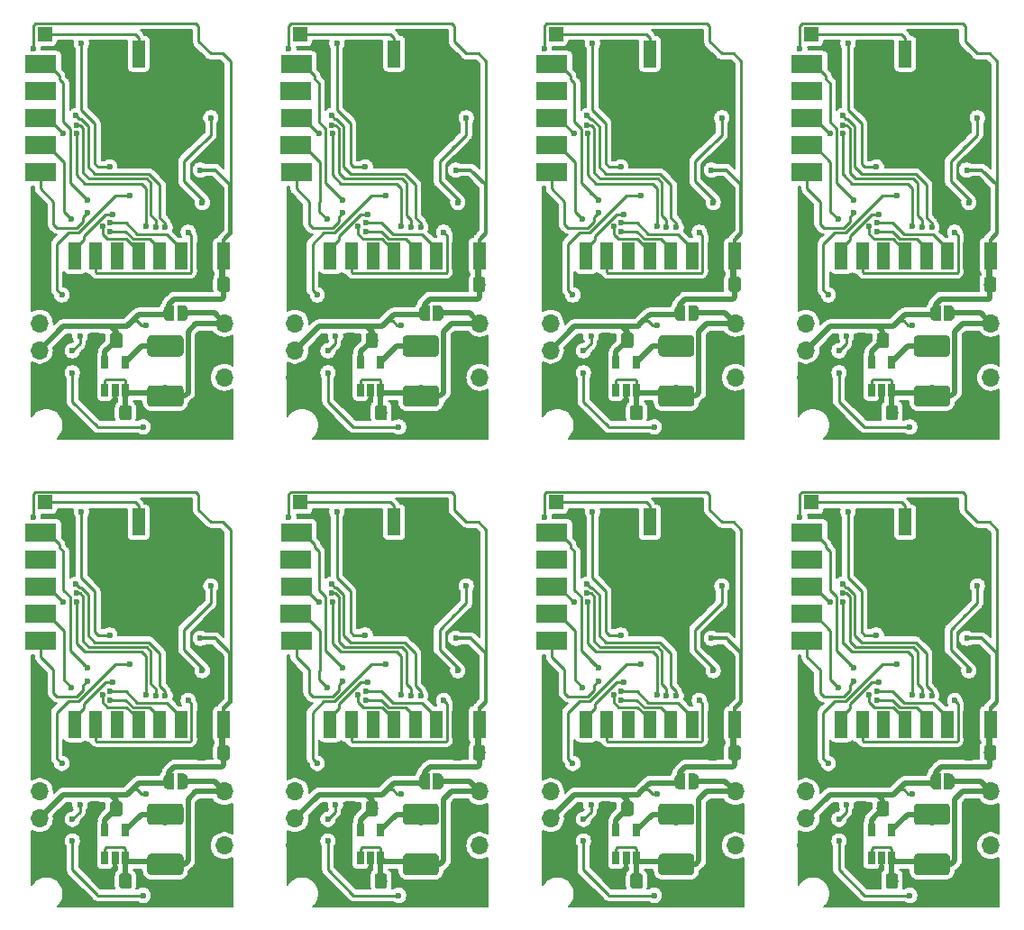
<source format=gbl>
%MOIN*%
%OFA0B0*%
%FSLAX46Y46*%
%IPPOS*%
%LPD*%
%ADD10O,0.066929133858267723X0.066929133858267723*%
%ADD11C,0.005905511811023622*%
%ADD12C,0.07874015748031496*%
%ADD13C,0.0452755905511811*%
%ADD14C,0.01968503937007874*%
%ADD15R,0.047244094488188976X0.099370078740157491*%
%ADD16R,0.025590551181102365X0.048031496062992125*%
%ADD17R,0.11811023622047245X0.066929133858267723*%
%ADD18R,0.053149606299212608X0.053149606299212608*%
%ADD19C,0.023622047244094488*%
%ADD20C,0.00984251968503937*%
%ADD21C,0.01968503937007874*%
%ADD22C,0.011811023622047244*%
%ADD23C,0.0078740157480314977*%
%ADD34O,0.066929133858267723X0.066929133858267723*%
%ADD35C,0.005905511811023622*%
%ADD36C,0.07874015748031496*%
%ADD37C,0.0452755905511811*%
%ADD38C,0.01968503937007874*%
%ADD39R,0.047244094488188976X0.099370078740157491*%
%ADD40R,0.025590551181102365X0.048031496062992125*%
%ADD41R,0.11811023622047245X0.066929133858267723*%
%ADD42R,0.053149606299212608X0.053149606299212608*%
%ADD43C,0.023622047244094488*%
%ADD44C,0.00984251968503937*%
%ADD45C,0.01968503937007874*%
%ADD46C,0.011811023622047244*%
%ADD47C,0.0078740157480314977*%
%ADD48O,0.066929133858267723X0.066929133858267723*%
%ADD49C,0.005905511811023622*%
%ADD50C,0.07874015748031496*%
%ADD51C,0.0452755905511811*%
%ADD52C,0.01968503937007874*%
%ADD53R,0.047244094488188976X0.099370078740157491*%
%ADD54R,0.025590551181102365X0.048031496062992125*%
%ADD55R,0.11811023622047245X0.066929133858267723*%
%ADD56R,0.053149606299212608X0.053149606299212608*%
%ADD57C,0.023622047244094488*%
%ADD58C,0.00984251968503937*%
%ADD59C,0.01968503937007874*%
%ADD60C,0.011811023622047244*%
%ADD61C,0.0078740157480314977*%
%ADD62O,0.066929133858267723X0.066929133858267723*%
%ADD63C,0.005905511811023622*%
%ADD64C,0.07874015748031496*%
%ADD65C,0.0452755905511811*%
%ADD66C,0.01968503937007874*%
%ADD67R,0.047244094488188976X0.099370078740157491*%
%ADD68R,0.025590551181102365X0.048031496062992125*%
%ADD69R,0.11811023622047245X0.066929133858267723*%
%ADD70R,0.053149606299212608X0.053149606299212608*%
%ADD71C,0.023622047244094488*%
%ADD72C,0.00984251968503937*%
%ADD73C,0.01968503937007874*%
%ADD74C,0.011811023622047244*%
%ADD75C,0.0078740157480314977*%
%ADD76O,0.066929133858267723X0.066929133858267723*%
%ADD77C,0.005905511811023622*%
%ADD78C,0.07874015748031496*%
%ADD79C,0.0452755905511811*%
%ADD80C,0.01968503937007874*%
%ADD81R,0.047244094488188976X0.099370078740157491*%
%ADD82R,0.025590551181102365X0.048031496062992125*%
%ADD83R,0.11811023622047245X0.066929133858267723*%
%ADD84R,0.053149606299212608X0.053149606299212608*%
%ADD85C,0.023622047244094488*%
%ADD86C,0.00984251968503937*%
%ADD87C,0.01968503937007874*%
%ADD88C,0.011811023622047244*%
%ADD89C,0.0078740157480314977*%
%ADD90O,0.066929133858267723X0.066929133858267723*%
%ADD91C,0.005905511811023622*%
%ADD92C,0.07874015748031496*%
%ADD93C,0.0452755905511811*%
%ADD94C,0.01968503937007874*%
%ADD95R,0.047244094488188976X0.099370078740157491*%
%ADD96R,0.025590551181102365X0.048031496062992125*%
%ADD97R,0.11811023622047245X0.066929133858267723*%
%ADD98R,0.053149606299212608X0.053149606299212608*%
%ADD99C,0.023622047244094488*%
%ADD100C,0.00984251968503937*%
%ADD101C,0.01968503937007874*%
%ADD102C,0.011811023622047244*%
%ADD103C,0.0078740157480314977*%
%ADD104O,0.066929133858267723X0.066929133858267723*%
%ADD105C,0.005905511811023622*%
%ADD106C,0.07874015748031496*%
%ADD107C,0.0452755905511811*%
%ADD108C,0.01968503937007874*%
%ADD109R,0.047244094488188976X0.099370078740157491*%
%ADD110R,0.025590551181102365X0.048031496062992125*%
%ADD111R,0.11811023622047245X0.066929133858267723*%
%ADD112R,0.053149606299212608X0.053149606299212608*%
%ADD113C,0.023622047244094488*%
%ADD114C,0.00984251968503937*%
%ADD115C,0.01968503937007874*%
%ADD116C,0.011811023622047244*%
%ADD117C,0.0078740157480314977*%
%ADD118O,0.066929133858267723X0.066929133858267723*%
%ADD119C,0.005905511811023622*%
%ADD120C,0.07874015748031496*%
%ADD121C,0.0452755905511811*%
%ADD122C,0.01968503937007874*%
%ADD123R,0.047244094488188976X0.099370078740157491*%
%ADD124R,0.025590551181102365X0.048031496062992125*%
%ADD125R,0.11811023622047245X0.066929133858267723*%
%ADD126R,0.053149606299212608X0.053149606299212608*%
%ADD127C,0.023622047244094488*%
%ADD128C,0.00984251968503937*%
%ADD129C,0.01968503937007874*%
%ADD130C,0.011811023622047244*%
%ADD131C,0.0078740157480314977*%
D10*
X-0006692913Y0004921259D02*
X0000051181Y0000248818D03*
X0000051181Y0000348818D03*
X0000051181Y0000448818D03*
D11*
G36*
X0000570222Y0000404257D02*
G01*
X0000571689Y0000404040D01*
X0000573128Y0000403679D01*
X0000574525Y0000403179D01*
X0000575866Y0000402545D01*
X0000577139Y0000401782D01*
X0000578330Y0000400899D01*
X0000579430Y0000399902D01*
X0000580426Y0000398803D01*
X0000581310Y0000397611D01*
X0000582073Y0000396339D01*
X0000582707Y0000394998D01*
X0000583207Y0000393601D01*
X0000583567Y0000392162D01*
X0000583785Y0000390694D01*
X0000583858Y0000389212D01*
X0000583858Y0000340708D01*
X0000583785Y0000339226D01*
X0000583567Y0000337759D01*
X0000583207Y0000336320D01*
X0000582707Y0000334923D01*
X0000582073Y0000333582D01*
X0000581310Y0000332309D01*
X0000580426Y0000331117D01*
X0000579430Y0000330018D01*
X0000578330Y0000329022D01*
X0000577139Y0000328138D01*
X0000575866Y0000327375D01*
X0000574525Y0000326741D01*
X0000573128Y0000326241D01*
X0000571689Y0000325880D01*
X0000570222Y0000325663D01*
X0000568740Y0000325590D01*
X0000465118Y0000325590D01*
X0000463636Y0000325663D01*
X0000462168Y0000325880D01*
X0000460729Y0000326241D01*
X0000459332Y0000326741D01*
X0000457991Y0000327375D01*
X0000456718Y0000328138D01*
X0000455527Y0000329022D01*
X0000454427Y0000330018D01*
X0000453431Y0000331117D01*
X0000452547Y0000332309D01*
X0000451785Y0000333582D01*
X0000451150Y0000334923D01*
X0000450650Y0000336320D01*
X0000450290Y0000337759D01*
X0000450072Y0000339226D01*
X0000450000Y0000340708D01*
X0000450000Y0000389212D01*
X0000450072Y0000390694D01*
X0000450290Y0000392162D01*
X0000450650Y0000393601D01*
X0000451150Y0000394998D01*
X0000451785Y0000396339D01*
X0000452547Y0000397611D01*
X0000453431Y0000398803D01*
X0000454427Y0000399902D01*
X0000455527Y0000400899D01*
X0000456718Y0000401782D01*
X0000457991Y0000402545D01*
X0000459332Y0000403179D01*
X0000460729Y0000403679D01*
X0000462168Y0000404040D01*
X0000463636Y0000404257D01*
X0000465118Y0000404330D01*
X0000568740Y0000404330D01*
X0000570222Y0000404257D01*
X0000570222Y0000404257D01*
G37*
D12*
X0000516929Y0000364960D03*
D11*
G36*
X0000570222Y0000219218D02*
G01*
X0000571689Y0000219000D01*
X0000573128Y0000218640D01*
X0000574525Y0000218140D01*
X0000575866Y0000217506D01*
X0000577139Y0000216743D01*
X0000578330Y0000215859D01*
X0000579430Y0000214863D01*
X0000580426Y0000213764D01*
X0000581310Y0000212572D01*
X0000582073Y0000211299D01*
X0000582707Y0000209958D01*
X0000583207Y0000208561D01*
X0000583567Y0000207122D01*
X0000583785Y0000205655D01*
X0000583858Y0000204173D01*
X0000583858Y0000155669D01*
X0000583785Y0000154187D01*
X0000583567Y0000152719D01*
X0000583207Y0000151280D01*
X0000582707Y0000149883D01*
X0000582073Y0000148542D01*
X0000581310Y0000147270D01*
X0000580426Y0000146078D01*
X0000579430Y0000144979D01*
X0000578330Y0000143982D01*
X0000577139Y0000143099D01*
X0000575866Y0000142336D01*
X0000574525Y0000141701D01*
X0000573128Y0000141202D01*
X0000571689Y0000140841D01*
X0000570222Y0000140623D01*
X0000568740Y0000140551D01*
X0000465118Y0000140551D01*
X0000463636Y0000140623D01*
X0000462168Y0000140841D01*
X0000460729Y0000141202D01*
X0000459332Y0000141701D01*
X0000457991Y0000142336D01*
X0000456718Y0000143099D01*
X0000455527Y0000143982D01*
X0000454427Y0000144979D01*
X0000453431Y0000146078D01*
X0000452547Y0000147270D01*
X0000451785Y0000148542D01*
X0000451150Y0000149883D01*
X0000450650Y0000151280D01*
X0000450290Y0000152719D01*
X0000450072Y0000154187D01*
X0000450000Y0000155669D01*
X0000450000Y0000204173D01*
X0000450072Y0000205655D01*
X0000450290Y0000207122D01*
X0000450650Y0000208561D01*
X0000451150Y0000209958D01*
X0000451785Y0000211299D01*
X0000452547Y0000212572D01*
X0000453431Y0000213764D01*
X0000454427Y0000214863D01*
X0000455527Y0000215859D01*
X0000456718Y0000216743D01*
X0000457991Y0000217506D01*
X0000459332Y0000218140D01*
X0000460729Y0000218640D01*
X0000462168Y0000219000D01*
X0000463636Y0000219218D01*
X0000465118Y0000219291D01*
X0000568740Y0000219291D01*
X0000570222Y0000219218D01*
X0000570222Y0000219218D01*
G37*
D12*
X0000516929Y0000179921D03*
D11*
G36*
X0000302145Y0000145621D02*
G01*
X0000303101Y0000145480D01*
X0000304038Y0000145245D01*
X0000304947Y0000144920D01*
X0000305820Y0000144507D01*
X0000306649Y0000144010D01*
X0000307425Y0000143435D01*
X0000308140Y0000142786D01*
X0000308789Y0000142070D01*
X0000309364Y0000141294D01*
X0000309861Y0000140466D01*
X0000310274Y0000139593D01*
X0000310599Y0000138683D01*
X0000310834Y0000137746D01*
X0000310976Y0000136791D01*
X0000311023Y0000135826D01*
X0000311023Y0000100393D01*
X0000310976Y0000099428D01*
X0000310834Y0000098473D01*
X0000310599Y0000097536D01*
X0000310274Y0000096627D01*
X0000309861Y0000095753D01*
X0000309364Y0000094925D01*
X0000308789Y0000094149D01*
X0000308140Y0000093433D01*
X0000307425Y0000092785D01*
X0000306649Y0000092209D01*
X0000305820Y0000091713D01*
X0000304947Y0000091300D01*
X0000304038Y0000090975D01*
X0000303101Y0000090740D01*
X0000302145Y0000090598D01*
X0000301181Y0000090551D01*
X0000275590Y0000090551D01*
X0000274625Y0000090598D01*
X0000273670Y0000090740D01*
X0000272733Y0000090975D01*
X0000271823Y0000091300D01*
X0000270950Y0000091713D01*
X0000270122Y0000092209D01*
X0000269346Y0000092785D01*
X0000268630Y0000093433D01*
X0000267982Y0000094149D01*
X0000267406Y0000094925D01*
X0000266910Y0000095753D01*
X0000266497Y0000096627D01*
X0000266171Y0000097536D01*
X0000265937Y0000098473D01*
X0000265795Y0000099428D01*
X0000265748Y0000100393D01*
X0000265748Y0000135826D01*
X0000265795Y0000136791D01*
X0000265937Y0000137746D01*
X0000266171Y0000138683D01*
X0000266497Y0000139593D01*
X0000266910Y0000140466D01*
X0000267406Y0000141294D01*
X0000267982Y0000142070D01*
X0000268630Y0000142786D01*
X0000269346Y0000143435D01*
X0000270122Y0000144010D01*
X0000270950Y0000144507D01*
X0000271823Y0000144920D01*
X0000272733Y0000145245D01*
X0000273670Y0000145480D01*
X0000274625Y0000145621D01*
X0000275590Y0000145669D01*
X0000301181Y0000145669D01*
X0000302145Y0000145621D01*
X0000302145Y0000145621D01*
G37*
D13*
X0000288385Y0000118110D03*
D11*
G36*
X0000382854Y0000145621D02*
G01*
X0000383809Y0000145480D01*
X0000384746Y0000145245D01*
X0000385656Y0000144920D01*
X0000386529Y0000144507D01*
X0000387357Y0000144010D01*
X0000388133Y0000143435D01*
X0000388849Y0000142786D01*
X0000389498Y0000142070D01*
X0000390073Y0000141294D01*
X0000390570Y0000140466D01*
X0000390983Y0000139593D01*
X0000391308Y0000138683D01*
X0000391543Y0000137746D01*
X0000391684Y0000136791D01*
X0000391732Y0000135826D01*
X0000391732Y0000100393D01*
X0000391684Y0000099428D01*
X0000391543Y0000098473D01*
X0000391308Y0000097536D01*
X0000390983Y0000096627D01*
X0000390570Y0000095753D01*
X0000390073Y0000094925D01*
X0000389498Y0000094149D01*
X0000388849Y0000093433D01*
X0000388133Y0000092785D01*
X0000387357Y0000092209D01*
X0000386529Y0000091713D01*
X0000385656Y0000091300D01*
X0000384746Y0000090975D01*
X0000383809Y0000090740D01*
X0000382854Y0000090598D01*
X0000381889Y0000090551D01*
X0000356299Y0000090551D01*
X0000355334Y0000090598D01*
X0000354379Y0000090740D01*
X0000353442Y0000090975D01*
X0000352532Y0000091300D01*
X0000351659Y0000091713D01*
X0000350830Y0000092209D01*
X0000350055Y0000092785D01*
X0000349339Y0000093433D01*
X0000348690Y0000094149D01*
X0000348115Y0000094925D01*
X0000347618Y0000095753D01*
X0000347205Y0000096627D01*
X0000346880Y0000097536D01*
X0000346645Y0000098473D01*
X0000346504Y0000099428D01*
X0000346456Y0000100393D01*
X0000346456Y0000135826D01*
X0000346504Y0000136791D01*
X0000346645Y0000137746D01*
X0000346880Y0000138683D01*
X0000347205Y0000139593D01*
X0000347618Y0000140466D01*
X0000348115Y0000141294D01*
X0000348690Y0000142070D01*
X0000349339Y0000142786D01*
X0000350055Y0000143435D01*
X0000350830Y0000144010D01*
X0000351659Y0000144507D01*
X0000352532Y0000144920D01*
X0000353442Y0000145245D01*
X0000354379Y0000145480D01*
X0000355334Y0000145621D01*
X0000356299Y0000145669D01*
X0000381889Y0000145669D01*
X0000382854Y0000145621D01*
X0000382854Y0000145621D01*
G37*
D13*
X0000369094Y0000118110D03*
D11*
G36*
X0000268681Y0000413338D02*
G01*
X0000269636Y0000413196D01*
X0000270573Y0000412961D01*
X0000271483Y0000412636D01*
X0000272356Y0000412223D01*
X0000273184Y0000411727D01*
X0000273960Y0000411151D01*
X0000274676Y0000410503D01*
X0000275324Y0000409787D01*
X0000275900Y0000409011D01*
X0000276396Y0000408183D01*
X0000276809Y0000407309D01*
X0000277135Y0000406400D01*
X0000277369Y0000405463D01*
X0000277511Y0000404508D01*
X0000277559Y0000403543D01*
X0000277559Y0000368110D01*
X0000277511Y0000367145D01*
X0000277369Y0000366190D01*
X0000277135Y0000365253D01*
X0000276809Y0000364343D01*
X0000276396Y0000363470D01*
X0000275900Y0000362641D01*
X0000275324Y0000361866D01*
X0000274676Y0000361150D01*
X0000273960Y0000360501D01*
X0000273184Y0000359926D01*
X0000272356Y0000359429D01*
X0000271483Y0000359016D01*
X0000270573Y0000358691D01*
X0000269636Y0000358456D01*
X0000268681Y0000358315D01*
X0000267716Y0000358267D01*
X0000242125Y0000358267D01*
X0000241161Y0000358315D01*
X0000240205Y0000358456D01*
X0000239268Y0000358691D01*
X0000238359Y0000359016D01*
X0000237486Y0000359429D01*
X0000236657Y0000359926D01*
X0000235881Y0000360501D01*
X0000235166Y0000361150D01*
X0000234517Y0000361866D01*
X0000233942Y0000362641D01*
X0000233445Y0000363470D01*
X0000233032Y0000364343D01*
X0000232707Y0000365253D01*
X0000232472Y0000366190D01*
X0000232330Y0000367145D01*
X0000232283Y0000368110D01*
X0000232283Y0000403543D01*
X0000232330Y0000404508D01*
X0000232472Y0000405463D01*
X0000232707Y0000406400D01*
X0000233032Y0000407309D01*
X0000233445Y0000408183D01*
X0000233942Y0000409011D01*
X0000234517Y0000409787D01*
X0000235166Y0000410503D01*
X0000235881Y0000411151D01*
X0000236657Y0000411727D01*
X0000237486Y0000412223D01*
X0000238359Y0000412636D01*
X0000239268Y0000412961D01*
X0000240205Y0000413196D01*
X0000241161Y0000413338D01*
X0000242125Y0000413385D01*
X0000267716Y0000413385D01*
X0000268681Y0000413338D01*
X0000268681Y0000413338D01*
G37*
D13*
X0000254921Y0000385826D03*
D11*
G36*
X0000349389Y0000413338D02*
G01*
X0000350345Y0000413196D01*
X0000351282Y0000412961D01*
X0000352191Y0000412636D01*
X0000353064Y0000412223D01*
X0000353893Y0000411727D01*
X0000354669Y0000411151D01*
X0000355384Y0000410503D01*
X0000356033Y0000409787D01*
X0000356608Y0000409011D01*
X0000357105Y0000408183D01*
X0000357518Y0000407309D01*
X0000357843Y0000406400D01*
X0000358078Y0000405463D01*
X0000358220Y0000404508D01*
X0000358267Y0000403543D01*
X0000358267Y0000368110D01*
X0000358220Y0000367145D01*
X0000358078Y0000366190D01*
X0000357843Y0000365253D01*
X0000357518Y0000364343D01*
X0000357105Y0000363470D01*
X0000356608Y0000362641D01*
X0000356033Y0000361866D01*
X0000355384Y0000361150D01*
X0000354669Y0000360501D01*
X0000353893Y0000359926D01*
X0000353064Y0000359429D01*
X0000352191Y0000359016D01*
X0000351282Y0000358691D01*
X0000350345Y0000358456D01*
X0000349389Y0000358315D01*
X0000348425Y0000358267D01*
X0000322834Y0000358267D01*
X0000321869Y0000358315D01*
X0000320914Y0000358456D01*
X0000319977Y0000358691D01*
X0000319068Y0000359016D01*
X0000318194Y0000359429D01*
X0000317366Y0000359926D01*
X0000316590Y0000360501D01*
X0000315874Y0000361150D01*
X0000315226Y0000361866D01*
X0000314650Y0000362641D01*
X0000314154Y0000363470D01*
X0000313741Y0000364343D01*
X0000313415Y0000365253D01*
X0000313181Y0000366190D01*
X0000313039Y0000367145D01*
X0000312992Y0000368110D01*
X0000312992Y0000403543D01*
X0000313039Y0000404508D01*
X0000313181Y0000405463D01*
X0000313415Y0000406400D01*
X0000313741Y0000407309D01*
X0000314154Y0000408183D01*
X0000314650Y0000409011D01*
X0000315226Y0000409787D01*
X0000315874Y0000410503D01*
X0000316590Y0000411151D01*
X0000317366Y0000411727D01*
X0000318194Y0000412223D01*
X0000319068Y0000412636D01*
X0000319977Y0000412961D01*
X0000320914Y0000413196D01*
X0000321869Y0000413338D01*
X0000322834Y0000413385D01*
X0000348425Y0000413385D01*
X0000349389Y0000413338D01*
X0000349389Y0000413338D01*
G37*
D13*
X0000335629Y0000385826D03*
D11*
G36*
X0000665334Y0000620031D02*
G01*
X0000666290Y0000619889D01*
X0000667227Y0000619654D01*
X0000668136Y0000619329D01*
X0000669009Y0000618916D01*
X0000669838Y0000618420D01*
X0000670614Y0000617844D01*
X0000671329Y0000617195D01*
X0000671978Y0000616480D01*
X0000672553Y0000615704D01*
X0000673050Y0000614875D01*
X0000673463Y0000614002D01*
X0000673788Y0000613093D01*
X0000674023Y0000612156D01*
X0000674165Y0000611200D01*
X0000674212Y0000610236D01*
X0000674212Y0000574803D01*
X0000674165Y0000573838D01*
X0000674023Y0000572882D01*
X0000673788Y0000571945D01*
X0000673463Y0000571036D01*
X0000673050Y0000570163D01*
X0000672553Y0000569334D01*
X0000671978Y0000568559D01*
X0000671329Y0000567843D01*
X0000670614Y0000567194D01*
X0000669838Y0000566619D01*
X0000669009Y0000566122D01*
X0000668136Y0000565709D01*
X0000667227Y0000565384D01*
X0000666290Y0000565149D01*
X0000665334Y0000565007D01*
X0000664370Y0000564960D01*
X0000638779Y0000564960D01*
X0000637814Y0000565007D01*
X0000636859Y0000565149D01*
X0000635922Y0000565384D01*
X0000635012Y0000565709D01*
X0000634139Y0000566122D01*
X0000633311Y0000566619D01*
X0000632535Y0000567194D01*
X0000631819Y0000567843D01*
X0000631171Y0000568559D01*
X0000630595Y0000569334D01*
X0000630099Y0000570163D01*
X0000629686Y0000571036D01*
X0000629360Y0000571945D01*
X0000629126Y0000572882D01*
X0000628984Y0000573838D01*
X0000628936Y0000574803D01*
X0000628936Y0000610236D01*
X0000628984Y0000611200D01*
X0000629126Y0000612156D01*
X0000629360Y0000613093D01*
X0000629686Y0000614002D01*
X0000630099Y0000614875D01*
X0000630595Y0000615704D01*
X0000631171Y0000616480D01*
X0000631819Y0000617195D01*
X0000632535Y0000617844D01*
X0000633311Y0000618420D01*
X0000634139Y0000618916D01*
X0000635012Y0000619329D01*
X0000635922Y0000619654D01*
X0000636859Y0000619889D01*
X0000637814Y0000620031D01*
X0000638779Y0000620078D01*
X0000664370Y0000620078D01*
X0000665334Y0000620031D01*
X0000665334Y0000620031D01*
G37*
D13*
X0000651574Y0000592519D03*
D11*
G36*
X0000746043Y0000620031D02*
G01*
X0000746998Y0000619889D01*
X0000747935Y0000619654D01*
X0000748845Y0000619329D01*
X0000749718Y0000618916D01*
X0000750546Y0000618420D01*
X0000751322Y0000617844D01*
X0000752038Y0000617195D01*
X0000752687Y0000616480D01*
X0000753262Y0000615704D01*
X0000753759Y0000614875D01*
X0000754172Y0000614002D01*
X0000754497Y0000613093D01*
X0000754732Y0000612156D01*
X0000754873Y0000611200D01*
X0000754921Y0000610236D01*
X0000754921Y0000574803D01*
X0000754873Y0000573838D01*
X0000754732Y0000572882D01*
X0000754497Y0000571945D01*
X0000754172Y0000571036D01*
X0000753759Y0000570163D01*
X0000753262Y0000569334D01*
X0000752687Y0000568559D01*
X0000752038Y0000567843D01*
X0000751322Y0000567194D01*
X0000750546Y0000566619D01*
X0000749718Y0000566122D01*
X0000748845Y0000565709D01*
X0000747935Y0000565384D01*
X0000746998Y0000565149D01*
X0000746043Y0000565007D01*
X0000745078Y0000564960D01*
X0000719488Y0000564960D01*
X0000718523Y0000565007D01*
X0000717567Y0000565149D01*
X0000716630Y0000565384D01*
X0000715721Y0000565709D01*
X0000714848Y0000566122D01*
X0000714019Y0000566619D01*
X0000713244Y0000567194D01*
X0000712528Y0000567843D01*
X0000711879Y0000568559D01*
X0000711304Y0000569334D01*
X0000710807Y0000570163D01*
X0000710394Y0000571036D01*
X0000710069Y0000571945D01*
X0000709834Y0000572882D01*
X0000709693Y0000573838D01*
X0000709645Y0000574803D01*
X0000709645Y0000610236D01*
X0000709693Y0000611200D01*
X0000709834Y0000612156D01*
X0000710069Y0000613093D01*
X0000710394Y0000614002D01*
X0000710807Y0000614875D01*
X0000711304Y0000615704D01*
X0000711879Y0000616480D01*
X0000712528Y0000617195D01*
X0000713244Y0000617844D01*
X0000714019Y0000618420D01*
X0000714848Y0000618916D01*
X0000715721Y0000619329D01*
X0000716630Y0000619654D01*
X0000717567Y0000619889D01*
X0000718523Y0000620031D01*
X0000719488Y0000620078D01*
X0000745078Y0000620078D01*
X0000746043Y0000620031D01*
X0000746043Y0000620031D01*
G37*
D13*
X0000732283Y0000592519D03*
D14*
X0000529527Y0000486220D03*
D11*
G36*
X0000529527Y0000456716D02*
G01*
X0000528561Y0000456716D01*
X0000526639Y0000456905D01*
X0000524744Y0000457282D01*
X0000522895Y0000457843D01*
X0000521111Y0000458582D01*
X0000519407Y0000459493D01*
X0000517801Y0000460566D01*
X0000516307Y0000461792D01*
X0000514941Y0000463158D01*
X0000513716Y0000464651D01*
X0000512643Y0000466257D01*
X0000511732Y0000467961D01*
X0000510993Y0000469746D01*
X0000510432Y0000471594D01*
X0000510055Y0000473489D01*
X0000509866Y0000475412D01*
X0000509866Y0000476377D01*
X0000509842Y0000476377D01*
X0000509842Y0000496062D01*
X0000509866Y0000496062D01*
X0000509866Y0000497028D01*
X0000510055Y0000498951D01*
X0000510432Y0000500846D01*
X0000510993Y0000502694D01*
X0000511732Y0000504479D01*
X0000512643Y0000506183D01*
X0000513716Y0000507789D01*
X0000514941Y0000509282D01*
X0000516307Y0000510648D01*
X0000517801Y0000511874D01*
X0000519407Y0000512947D01*
X0000521111Y0000513858D01*
X0000522895Y0000514597D01*
X0000524744Y0000515158D01*
X0000526639Y0000515534D01*
X0000528561Y0000515724D01*
X0000529527Y0000515724D01*
X0000529527Y0000515747D01*
X0000549212Y0000515747D01*
X0000549212Y0000456692D01*
X0000529527Y0000456692D01*
X0000529527Y0000456716D01*
X0000529527Y0000456716D01*
G37*
D14*
X0000580708Y0000486220D03*
D11*
G36*
X0000561023Y0000515747D02*
G01*
X0000580708Y0000515747D01*
X0000580708Y0000515724D01*
X0000581674Y0000515724D01*
X0000583597Y0000515534D01*
X0000585491Y0000515158D01*
X0000587340Y0000514597D01*
X0000589125Y0000513858D01*
X0000590828Y0000512947D01*
X0000592435Y0000511874D01*
X0000593928Y0000510648D01*
X0000595294Y0000509282D01*
X0000596519Y0000507789D01*
X0000597593Y0000506183D01*
X0000598503Y0000504479D01*
X0000599242Y0000502694D01*
X0000599803Y0000500846D01*
X0000600180Y0000498951D01*
X0000600370Y0000497028D01*
X0000600370Y0000496062D01*
X0000600393Y0000496062D01*
X0000600393Y0000476377D01*
X0000600370Y0000476377D01*
X0000600370Y0000475412D01*
X0000600180Y0000473489D01*
X0000599803Y0000471594D01*
X0000599242Y0000469746D01*
X0000598503Y0000467961D01*
X0000597593Y0000466257D01*
X0000596519Y0000464651D01*
X0000595294Y0000463158D01*
X0000593928Y0000461792D01*
X0000592435Y0000460566D01*
X0000590828Y0000459493D01*
X0000589125Y0000458582D01*
X0000587340Y0000457843D01*
X0000585491Y0000457282D01*
X0000583597Y0000456905D01*
X0000581674Y0000456716D01*
X0000580708Y0000456716D01*
X0000580708Y0000456692D01*
X0000561023Y0000456692D01*
X0000561023Y0000515747D01*
X0000561023Y0000515747D01*
G37*
D10*
X0000734586Y0000248759D03*
X0000734586Y0000348759D03*
X0000734586Y0000448759D03*
D15*
X0000732677Y0000697559D03*
X0000653937Y0000697559D03*
X0000575196Y0000697559D03*
X0000496456Y0000697559D03*
X0000417716Y0000697559D03*
X0000338976Y0000697559D03*
X0000260236Y0000697559D03*
X0000181496Y0000697559D03*
X0000417716Y0001445590D03*
X0000496456Y0001445590D03*
X0000338976Y0001445590D03*
D16*
X0000368110Y0000305511D03*
X0000293307Y0000305511D03*
X0000293307Y0000202362D03*
X0000330708Y0000202362D03*
X0000368110Y0000202362D03*
D17*
X0000055531Y0001006259D03*
X0000055531Y0001206259D03*
X0000055531Y0001406259D03*
X0000054586Y0001106259D03*
X0000054586Y0001306259D03*
D18*
X0000072086Y0001518759D03*
D19*
X0000645669Y0001015747D03*
X0000028086Y0001464259D03*
X0000444881Y0000441480D03*
X0000659448Y0000673228D03*
X0000255905Y0000566929D03*
X0000342519Y0001448818D03*
X0000224409Y0000177165D03*
X0000559055Y0000822834D03*
X0000496456Y0001445590D03*
X0000035433Y0000913385D03*
X0000074803Y0000763779D03*
X0000074803Y0000708661D03*
X0000074803Y0000645669D03*
X0000074803Y0000582677D03*
X0000173228Y0001354330D03*
X0000157480Y0000604330D03*
X0000035433Y0000881889D03*
X0000035433Y0000850393D03*
X0000734251Y0000084645D03*
X0000734251Y0000049212D03*
X0000700787Y0000049212D03*
X0000693889Y0000947843D03*
X0000717519Y0000887795D03*
X0000716535Y0000834645D03*
X0000653543Y0000895669D03*
X0000685039Y0001208661D03*
X0000321782Y0000851935D03*
X0000600889Y0000785532D03*
X0000228346Y0000905511D03*
X0000313556Y0000819593D03*
X0000228346Y0000858267D03*
X0000284465Y0000806727D03*
X0000169291Y0000834645D03*
X0000312426Y0000788116D03*
X0000188762Y0001150259D03*
X0000444881Y0000807086D03*
X0000139479Y0001150303D03*
X0000480314Y0000803149D03*
X0000187086Y0001182259D03*
X0000186457Y0001216419D03*
X0000515747Y0000803149D03*
X0000435039Y0000064960D03*
X0000200787Y0000399606D03*
X0000173228Y0000346456D03*
X0000173228Y0000265748D03*
X0000464566Y0000177165D03*
X0000133858Y0000553149D03*
X0000386111Y0000919866D03*
X0000206377Y0001484251D03*
X0000311023Y0001027559D03*
D20*
X0000757086Y0001418259D02*
X0000757086Y0001279259D01*
X0000757086Y0001178671D02*
X0000757086Y0001195259D01*
X0000757086Y0001195259D02*
X0000757086Y0001209259D01*
X0000757086Y0001194259D02*
X0000757086Y0001195259D01*
X0000028086Y0001464259D02*
X0000028086Y0001549259D01*
X0000729086Y0001446259D02*
X0000757086Y0001418259D01*
X0000028086Y0001549259D02*
X0000036956Y0001558129D01*
X0000036956Y0001558129D02*
X0000630216Y0001558129D01*
X0000630216Y0001558129D02*
X0000640086Y0001548259D01*
X0000640086Y0001548259D02*
X0000640086Y0001490259D01*
X0000640086Y0001490259D02*
X0000684086Y0001446259D01*
X0000684086Y0001446259D02*
X0000729086Y0001446259D01*
X0000732677Y0000697559D02*
X0000732677Y0000576432D01*
X0000529389Y0000488759D02*
X0000529389Y0000523602D01*
X0000528086Y0000487456D02*
X0000529389Y0000488759D01*
D21*
X0000139370Y0000437007D02*
X0000051181Y0000348818D01*
D20*
X0000757086Y0001279259D02*
X0000757086Y0001221653D01*
X0000757086Y0001221653D02*
X0000757086Y0001209259D01*
D21*
X0000483716Y0000480314D02*
X0000484251Y0000480314D01*
X0000417322Y0000480314D02*
X0000484251Y0000480314D01*
X0000726299Y0000691181D02*
X0000732677Y0000697559D01*
X0000726299Y0000595259D02*
X0000726299Y0000691181D01*
X0000374015Y0000437007D02*
X0000393700Y0000456692D01*
X0000342519Y0000437007D02*
X0000374015Y0000437007D01*
X0000393700Y0000456692D02*
X0000417322Y0000480314D01*
X0000379921Y0000442913D02*
X0000393700Y0000456692D01*
X0000373031Y0000437007D02*
X0000342519Y0000437007D01*
D20*
X0000757086Y0001209259D02*
X0000757086Y0000959842D01*
X0000757086Y0000959842D02*
X0000757086Y0000892657D01*
X0000757086Y0000781496D02*
X0000757086Y0000892657D01*
X0000732677Y0000757086D02*
X0000757086Y0000781496D01*
X0000732677Y0000697559D02*
X0000732677Y0000757086D01*
D21*
X0000275590Y0000437007D02*
X0000139370Y0000437007D01*
X0000732283Y0000545275D02*
X0000732283Y0000592519D01*
X0000726377Y0000539370D02*
X0000732283Y0000545275D01*
X0000550225Y0000539370D02*
X0000726377Y0000539370D01*
X0000529527Y0000518671D02*
X0000550225Y0000539370D01*
X0000484251Y0000480314D02*
X0000529527Y0000480314D01*
X0000529527Y0000480314D02*
X0000529527Y0000518671D01*
D20*
X0000395669Y0000458661D02*
X0000393700Y0000456692D01*
X0000412965Y0000456692D02*
X0000393700Y0000456692D01*
X0000428178Y0000441480D02*
X0000412965Y0000456692D01*
X0000444881Y0000441480D02*
X0000428178Y0000441480D01*
D21*
X0000293307Y0000343503D02*
X0000335629Y0000385826D01*
X0000293307Y0000305511D02*
X0000293307Y0000343503D01*
X0000315944Y0000437007D02*
X0000311023Y0000437007D01*
X0000335629Y0000417322D02*
X0000315944Y0000437007D01*
X0000335629Y0000385826D02*
X0000335629Y0000417322D01*
X0000342519Y0000437007D02*
X0000311023Y0000437007D01*
X0000311023Y0000437007D02*
X0000275590Y0000437007D01*
D22*
X0000756692Y0000783070D02*
X0000756692Y0000959842D01*
X0000732677Y0000759055D02*
X0000756692Y0000783070D01*
X0000732677Y0000697559D02*
X0000732677Y0000759055D01*
X0000756692Y0000959842D02*
X0000700787Y0001015747D01*
X0000700787Y0001015747D02*
X0000645669Y0001015747D01*
D20*
X0000659086Y0000900259D02*
X0000585767Y0000973578D01*
X0000585767Y0001042185D02*
X0000585767Y0001048366D01*
X0000585767Y0001048366D02*
X0000640748Y0001103346D01*
X0000585767Y0001012657D02*
X0000585767Y0001042185D01*
X0000585767Y0000973578D02*
X0000585767Y0001012657D01*
X0000585767Y0001012657D02*
X0000585767Y0001046397D01*
X0000671259Y0001131889D02*
X0000685039Y0001145669D01*
X0000585767Y0001046397D02*
X0000671259Y0001131889D01*
X0000685039Y0001145669D02*
X0000685039Y0001208661D01*
X0000214960Y0000757086D02*
X0000214960Y0000772022D01*
X0000181496Y0000723622D02*
X0000214960Y0000757086D01*
X0000214960Y0000772022D02*
X0000294873Y0000851935D01*
X0000305079Y0000851935D02*
X0000321782Y0000851935D01*
X0000181496Y0000697559D02*
X0000181496Y0000723622D01*
X0000294873Y0000851935D02*
X0000305079Y0000851935D01*
X0000600889Y0000785532D02*
X0000612700Y0000773721D01*
X0000612700Y0000773721D02*
X0000612700Y0000638723D01*
X0000612700Y0000638723D02*
X0000609055Y0000635078D01*
X0000609055Y0000635078D02*
X0000263189Y0000635078D01*
X0000263189Y0000635078D02*
X0000260236Y0000638031D01*
X0000260236Y0000638031D02*
X0000260236Y0000697559D01*
X0000417716Y0001445590D02*
X0000417716Y0001505118D01*
X0000417716Y0001505118D02*
X0000404074Y0001518759D01*
X0000404074Y0001518759D02*
X0000108503Y0001518759D01*
X0000108503Y0001518759D02*
X0000072086Y0001518759D01*
X0000575196Y0000723622D02*
X0000521062Y0000777756D01*
X0000521062Y0000777756D02*
X0000412645Y0000777756D01*
X0000575196Y0000697559D02*
X0000575196Y0000723622D01*
X0000370808Y0000819593D02*
X0000330259Y0000819593D01*
X0000330259Y0000819593D02*
X0000313556Y0000819593D01*
X0000412645Y0000777756D02*
X0000370808Y0000819593D01*
X0000081122Y0001406259D02*
X0000124429Y0001362952D01*
X0000124429Y0001351968D02*
X0000140012Y0001336384D01*
X0000140012Y0001192916D02*
X0000164086Y0001168842D01*
X0000203843Y0000929438D02*
X0000215654Y0000917627D01*
X0000164086Y0000969196D02*
X0000203843Y0000929438D01*
X0000140012Y0001336384D02*
X0000140012Y0001192916D01*
X0000124429Y0001362952D02*
X0000124429Y0001351968D01*
X0000055531Y0001406259D02*
X0000081122Y0001406259D01*
X0000164086Y0001168842D02*
X0000164086Y0000969196D01*
X0000164662Y0000969196D02*
X0000164086Y0000969196D01*
X0000228346Y0000905511D02*
X0000164662Y0000969196D01*
X0000284465Y0000790024D02*
X0000284465Y0000806727D01*
X0000284465Y0000779014D02*
X0000284465Y0000790024D01*
X0000303440Y0000760039D02*
X0000284465Y0000779014D01*
X0000372834Y0000760039D02*
X0000303440Y0000760039D01*
X0000417716Y0000715157D02*
X0000372834Y0000760039D01*
X0000417716Y0000697559D02*
X0000417716Y0000715157D01*
X0000055531Y0001006259D02*
X0000055531Y0000946397D01*
X0000055531Y0000946397D02*
X0000103326Y0000898602D01*
X0000189511Y0000801181D02*
X0000116141Y0000801181D01*
X0000103326Y0000813996D02*
X0000103326Y0000898602D01*
X0000116141Y0000801181D02*
X0000103326Y0000813996D01*
X0000189511Y0000801181D02*
X0000212598Y0000824268D01*
X0000212598Y0000842519D02*
X0000228346Y0000858267D01*
X0000212598Y0000824268D02*
X0000212598Y0000842519D01*
X0000496456Y0000697559D02*
X0000496456Y0000723622D01*
X0000369812Y0000788116D02*
X0000312426Y0000788116D01*
X0000496456Y0000723622D02*
X0000460039Y0000760039D01*
X0000460039Y0000760039D02*
X0000397890Y0000760039D01*
X0000397890Y0000760039D02*
X0000369812Y0000788116D01*
X0000080177Y0001106259D02*
X0000054586Y0001106259D01*
X0000142196Y0001044240D02*
X0000080177Y0001106259D01*
X0000142196Y0000896369D02*
X0000142196Y0001044240D01*
X0000142086Y0000896259D02*
X0000142196Y0000896369D01*
X0000142086Y0000861850D02*
X0000142086Y0000896259D01*
X0000169291Y0000834645D02*
X0000142086Y0000861850D01*
X0000137078Y0001150303D02*
X0000139479Y0001150303D01*
X0000081122Y0001206259D02*
X0000137078Y0001150303D01*
X0000055531Y0001206259D02*
X0000081122Y0001206259D01*
X0000188762Y0000996259D02*
X0000188762Y0001150259D01*
X0000189652Y0000996259D02*
X0000188762Y0000996259D01*
X0000220086Y0000965825D02*
X0000189652Y0000996259D01*
X0000428223Y0000965825D02*
X0000220086Y0000965825D01*
X0000444881Y0000807086D02*
X0000444881Y0000949167D01*
X0000444881Y0000949167D02*
X0000428223Y0000965825D01*
X0000234748Y0000983542D02*
X0000447803Y0000983542D01*
X0000213369Y0001004921D02*
X0000234748Y0000983542D01*
X0000213369Y0001169921D02*
X0000213369Y0001004921D01*
X0000447803Y0000983542D02*
X0000463057Y0000968288D01*
X0000201031Y0001182259D02*
X0000213369Y0001169921D01*
X0000187086Y0001182259D02*
X0000201031Y0001182259D01*
X0000463057Y0000847487D02*
X0000463057Y0000968288D01*
X0000480314Y0000830230D02*
X0000463057Y0000847487D01*
X0000480314Y0000803149D02*
X0000480314Y0000830230D01*
X0000496314Y0000960976D02*
X0000456031Y0001001259D01*
X0000231086Y0001026259D02*
X0000231086Y0001177259D01*
X0000203737Y0001204608D02*
X0000198268Y0001204608D01*
X0000198268Y0001204608D02*
X0000186457Y0001216419D01*
X0000456031Y0001001259D02*
X0000256086Y0001001259D01*
X0000231086Y0001177259D02*
X0000203737Y0001204608D01*
X0000256086Y0001001259D02*
X0000231086Y0001026259D01*
X0000496314Y0000839286D02*
X0000496314Y0000960976D01*
X0000515747Y0000819852D02*
X0000496314Y0000839286D01*
X0000515747Y0000803149D02*
X0000515747Y0000819852D01*
X0000200787Y0000393700D02*
X0000200787Y0000393700D01*
X0000200787Y0000374015D02*
X0000173228Y0000346456D01*
X0000200787Y0000399606D02*
X0000200787Y0000374015D01*
X0000264763Y0000066929D02*
X0000173228Y0000158464D01*
X0000393700Y0000064960D02*
X0000435039Y0000064960D01*
X0000266732Y0000064960D02*
X0000264763Y0000066929D01*
X0000435039Y0000064960D02*
X0000266732Y0000064960D01*
X0000173228Y0000265748D02*
X0000173228Y0000165354D01*
X0000173228Y0000158464D02*
X0000173228Y0000165354D01*
X0000173228Y0000165354D02*
X0000173228Y0000254921D01*
X0000570866Y0000470472D02*
X0000580708Y0000480314D01*
D21*
X0000369685Y0000202362D02*
X0000368110Y0000202362D01*
X0000368110Y0000119094D02*
X0000369094Y0000118110D01*
X0000368110Y0000202362D02*
X0000368110Y0000119094D01*
D20*
X0000368110Y0000168503D02*
X0000368110Y0000202362D01*
X0000365157Y0000165551D02*
X0000368110Y0000168503D01*
X0000369094Y0000136810D02*
X0000369094Y0000118110D01*
X0000368110Y0000202362D02*
X0000368110Y0000236220D01*
X0000368110Y0000236220D02*
X0000362204Y0000242125D01*
X0000293307Y0000236220D02*
X0000293307Y0000202362D01*
X0000299212Y0000242125D02*
X0000293307Y0000236220D01*
X0000362204Y0000242125D02*
X0000299212Y0000242125D01*
D21*
X0000734586Y0000448759D02*
X0000697125Y0000486220D01*
X0000697125Y0000486220D02*
X0000580708Y0000486220D01*
X0000515747Y0000157480D02*
X0000473594Y0000199634D01*
X0000629862Y0000448759D02*
X0000600394Y0000419291D01*
X0000734586Y0000448759D02*
X0000629862Y0000448759D01*
X0000600394Y0000419291D02*
X0000600394Y0000242126D01*
X0000600394Y0000242126D02*
X0000600393Y0000242125D01*
X0000379527Y0000190944D02*
X0000368110Y0000202362D01*
X0000516929Y0000190944D02*
X0000379527Y0000190944D01*
X0000600393Y0000192519D02*
X0000600393Y0000193700D01*
X0000587795Y0000179921D02*
X0000600393Y0000192519D01*
X0000516929Y0000179921D02*
X0000587795Y0000179921D01*
X0000600393Y0000242125D02*
X0000600393Y0000193700D01*
D20*
X0000333252Y0000919866D02*
X0000386111Y0000919866D01*
X0000196850Y0000783464D02*
X0000333252Y0000919866D01*
X0000157480Y0000783464D02*
X0000196850Y0000783464D01*
X0000115503Y0000741488D02*
X0000157480Y0000783464D01*
X0000115503Y0000572196D02*
X0000115503Y0000571503D01*
X0000115503Y0000571503D02*
X0000115503Y0000580070D01*
X0000133858Y0000553149D02*
X0000115503Y0000571503D01*
X0000115503Y0000572196D02*
X0000115503Y0000580070D01*
X0000115503Y0000580070D02*
X0000115503Y0000741488D01*
D21*
X0000427559Y0000364960D02*
X0000368110Y0000305511D01*
X0000516929Y0000364960D02*
X0000427559Y0000364960D01*
D20*
X0000255905Y0001039370D02*
X0000267716Y0001027559D01*
X0000255905Y0001188976D02*
X0000255905Y0001039370D01*
X0000206377Y0001486259D02*
X0000206377Y0001238503D01*
X0000206377Y0001238503D02*
X0000255905Y0001188976D01*
X0000267716Y0001027559D02*
X0000311023Y0001027559D01*
D23*
G36*
X0000690180Y0000419088D02*
G01*
X0000696822Y0000410995D01*
X0000704915Y0000404353D01*
X0000714148Y0000399418D01*
X0000724167Y0000396379D01*
X0000731975Y0000395610D01*
X0000737197Y0000395610D01*
X0000745005Y0000396379D01*
X0000755024Y0000399418D01*
X0000764257Y0000404353D01*
X0000764763Y0000404768D01*
X0000764763Y0000292750D01*
X0000764257Y0000293165D01*
X0000755024Y0000298101D01*
X0000745005Y0000301140D01*
X0000737197Y0000301909D01*
X0000731975Y0000301909D01*
X0000724167Y0000301140D01*
X0000714148Y0000298101D01*
X0000704915Y0000293165D01*
X0000696822Y0000286524D01*
X0000690180Y0000278431D01*
X0000685245Y0000269197D01*
X0000682206Y0000259178D01*
X0000681179Y0000248759D01*
X0000682206Y0000238340D01*
X0000685245Y0000228321D01*
X0000690180Y0000219088D01*
X0000696822Y0000210995D01*
X0000704915Y0000204353D01*
X0000714148Y0000199418D01*
X0000724167Y0000196379D01*
X0000731975Y0000195610D01*
X0000737197Y0000195610D01*
X0000745005Y0000196379D01*
X0000755024Y0000199418D01*
X0000764257Y0000204353D01*
X0000764763Y0000204768D01*
X0000764763Y0000022637D01*
X0000117548Y0000022637D01*
X0000126015Y0000031104D01*
X0000132909Y0000041421D01*
X0000137657Y0000052885D01*
X0000140078Y0000065055D01*
X0000140078Y0000077463D01*
X0000137657Y0000089633D01*
X0000132909Y0000101097D01*
X0000126015Y0000111415D01*
X0000117241Y0000120189D01*
X0000106924Y0000127082D01*
X0000095460Y0000131831D01*
X0000083290Y0000134251D01*
X0000070882Y0000134251D01*
X0000058712Y0000131831D01*
X0000047248Y0000127082D01*
X0000036931Y0000120189D01*
X0000028157Y0000111415D01*
X0000022637Y0000103154D01*
X0000022637Y0000303809D01*
X0000030743Y0000299477D01*
X0000040761Y0000296438D01*
X0000048570Y0000295669D01*
X0000053792Y0000295669D01*
X0000061600Y0000296438D01*
X0000071618Y0000299477D01*
X0000080852Y0000304412D01*
X0000088945Y0000311054D01*
X0000095587Y0000319147D01*
X0000100522Y0000328381D01*
X0000103561Y0000338399D01*
X0000104587Y0000348818D01*
X0000103561Y0000359237D01*
X0000103514Y0000359393D01*
X0000151600Y0000407480D01*
X0000170240Y0000407480D01*
X0000169291Y0000402708D01*
X0000169291Y0000396504D01*
X0000170501Y0000390419D01*
X0000172875Y0000384687D01*
X0000174391Y0000382418D01*
X0000169876Y0000377902D01*
X0000164041Y0000376742D01*
X0000158309Y0000374368D01*
X0000153150Y0000370921D01*
X0000148763Y0000366534D01*
X0000145316Y0000361375D01*
X0000142942Y0000355643D01*
X0000141732Y0000349558D01*
X0000141732Y0000343354D01*
X0000142942Y0000337269D01*
X0000145316Y0000331537D01*
X0000148763Y0000326379D01*
X0000153150Y0000321992D01*
X0000158309Y0000318545D01*
X0000164041Y0000316170D01*
X0000170126Y0000314960D01*
X0000176330Y0000314960D01*
X0000182415Y0000316170D01*
X0000188147Y0000318545D01*
X0000193305Y0000321992D01*
X0000197692Y0000326379D01*
X0000201139Y0000331537D01*
X0000203514Y0000337269D01*
X0000204674Y0000343104D01*
X0000217332Y0000355761D01*
X0000218270Y0000356532D01*
X0000220491Y0000359237D01*
X0000221345Y0000360279D01*
X0000223630Y0000364553D01*
X0000223630Y0000364553D01*
X0000225037Y0000369192D01*
X0000225393Y0000372806D01*
X0000225393Y0000372807D01*
X0000225512Y0000374015D01*
X0000225393Y0000375224D01*
X0000225393Y0000379740D01*
X0000228698Y0000384687D01*
X0000231073Y0000390419D01*
X0000232283Y0000396504D01*
X0000232283Y0000402708D01*
X0000231334Y0000407480D01*
X0000293599Y0000407480D01*
X0000293211Y0000403543D01*
X0000293211Y0000385166D01*
X0000273453Y0000365408D01*
X0000272326Y0000364484D01*
X0000271402Y0000363357D01*
X0000271402Y0000363357D01*
X0000270560Y0000362331D01*
X0000268637Y0000359987D01*
X0000267291Y0000357471D01*
X0000265895Y0000354858D01*
X0000264206Y0000349292D01*
X0000263636Y0000343503D01*
X0000263779Y0000342053D01*
X0000263779Y0000339982D01*
X0000262237Y0000337097D01*
X0000261111Y0000333386D01*
X0000260731Y0000329527D01*
X0000260731Y0000281496D01*
X0000261111Y0000277637D01*
X0000261811Y0000275331D01*
X0000261811Y0000232542D01*
X0000261111Y0000230236D01*
X0000260731Y0000226377D01*
X0000260731Y0000178346D01*
X0000261111Y0000174487D01*
X0000262237Y0000170776D01*
X0000264065Y0000167357D01*
X0000266525Y0000164359D01*
X0000269522Y0000161899D01*
X0000272942Y0000160071D01*
X0000276652Y0000158946D01*
X0000280511Y0000158566D01*
X0000306102Y0000158566D01*
X0000309961Y0000158946D01*
X0000313671Y0000160071D01*
X0000317091Y0000161899D01*
X0000320089Y0000164359D01*
X0000322549Y0000167357D01*
X0000324376Y0000170776D01*
X0000325502Y0000174487D01*
X0000325882Y0000178346D01*
X0000325882Y0000217519D01*
X0000335534Y0000217519D01*
X0000335534Y0000178346D01*
X0000335914Y0000174487D01*
X0000337040Y0000170776D01*
X0000338582Y0000167891D01*
X0000338582Y0000159424D01*
X0000335352Y0000156773D01*
X0000331668Y0000152284D01*
X0000328931Y0000147162D01*
X0000327245Y0000141605D01*
X0000326676Y0000135826D01*
X0000326676Y0000100393D01*
X0000327245Y0000094614D01*
X0000328776Y0000089566D01*
X0000276924Y0000089566D01*
X0000197834Y0000168656D01*
X0000197834Y0000245882D01*
X0000201139Y0000250829D01*
X0000203514Y0000256560D01*
X0000204724Y0000262645D01*
X0000204724Y0000268850D01*
X0000203514Y0000274935D01*
X0000201139Y0000280666D01*
X0000197692Y0000285825D01*
X0000193305Y0000290212D01*
X0000188147Y0000293659D01*
X0000182415Y0000296033D01*
X0000176330Y0000297244D01*
X0000170126Y0000297244D01*
X0000164041Y0000296033D01*
X0000158309Y0000293659D01*
X0000153150Y0000290212D01*
X0000148763Y0000285825D01*
X0000145316Y0000280666D01*
X0000142942Y0000274935D01*
X0000141732Y0000268850D01*
X0000141732Y0000262645D01*
X0000142942Y0000256560D01*
X0000145316Y0000250829D01*
X0000148622Y0000245882D01*
X0000148622Y0000214714D01*
X0000148622Y0000166563D01*
X0000148622Y0000159672D01*
X0000148502Y0000158464D01*
X0000148622Y0000157256D01*
X0000148622Y0000157255D01*
X0000148978Y0000153640D01*
X0000150385Y0000149002D01*
X0000152669Y0000144727D01*
X0000155744Y0000140981D01*
X0000156684Y0000140210D01*
X0000248219Y0000048675D01*
X0000248219Y0000048674D01*
X0000248477Y0000048416D01*
X0000249248Y0000047477D01*
X0000252995Y0000044402D01*
X0000257270Y0000042117D01*
X0000261908Y0000040710D01*
X0000265523Y0000040354D01*
X0000265523Y0000040354D01*
X0000266732Y0000040235D01*
X0000267940Y0000040354D01*
X0000415173Y0000040354D01*
X0000420120Y0000037049D01*
X0000425852Y0000034674D01*
X0000431937Y0000033464D01*
X0000438141Y0000033464D01*
X0000444226Y0000034674D01*
X0000449958Y0000037049D01*
X0000455116Y0000040495D01*
X0000459503Y0000044883D01*
X0000462950Y0000050041D01*
X0000465325Y0000055773D01*
X0000466535Y0000061858D01*
X0000466535Y0000068062D01*
X0000465325Y0000074147D01*
X0000462950Y0000079879D01*
X0000459503Y0000085038D01*
X0000455116Y0000089425D01*
X0000449958Y0000092872D01*
X0000444226Y0000095246D01*
X0000438141Y0000096456D01*
X0000431937Y0000096456D01*
X0000425852Y0000095246D01*
X0000420120Y0000092872D01*
X0000415173Y0000089566D01*
X0000409412Y0000089566D01*
X0000410943Y0000094614D01*
X0000411512Y0000100393D01*
X0000411512Y0000135826D01*
X0000410943Y0000141605D01*
X0000409257Y0000147162D01*
X0000406520Y0000152284D01*
X0000402836Y0000156773D01*
X0000398347Y0000160457D01*
X0000397637Y0000160836D01*
X0000397637Y0000161417D01*
X0000430219Y0000161417D01*
X0000430219Y0000155669D01*
X0000430890Y0000148860D01*
X0000432876Y0000142314D01*
X0000436101Y0000136280D01*
X0000440441Y0000130992D01*
X0000445729Y0000126652D01*
X0000451763Y0000123427D01*
X0000458309Y0000121441D01*
X0000465118Y0000120770D01*
X0000568740Y0000120770D01*
X0000575548Y0000121441D01*
X0000582095Y0000123427D01*
X0000588128Y0000126652D01*
X0000593417Y0000130992D01*
X0000597757Y0000136280D01*
X0000600982Y0000142314D01*
X0000602967Y0000148860D01*
X0000603559Y0000154866D01*
X0000604279Y0000155251D01*
X0000608775Y0000158941D01*
X0000609699Y0000160067D01*
X0000620247Y0000170615D01*
X0000621373Y0000171539D01*
X0000622436Y0000172834D01*
X0000623363Y0000173964D01*
X0000625063Y0000176035D01*
X0000627805Y0000181165D01*
X0000629493Y0000186731D01*
X0000629921Y0000191069D01*
X0000629921Y0000191069D01*
X0000630064Y0000192519D01*
X0000629921Y0000193969D01*
X0000629921Y0000240672D01*
X0000629921Y0000240676D01*
X0000629921Y0000240676D01*
X0000630064Y0000242126D01*
X0000629921Y0000243576D01*
X0000629921Y0000407061D01*
X0000642092Y0000419232D01*
X0000690103Y0000419232D01*
X0000690180Y0000419088D01*
X0000690180Y0000419088D01*
G37*
X0000690180Y0000419088D02*
X0000696822Y0000410995D01*
X0000704915Y0000404353D01*
X0000714148Y0000399418D01*
X0000724167Y0000396379D01*
X0000731975Y0000395610D01*
X0000737197Y0000395610D01*
X0000745005Y0000396379D01*
X0000755024Y0000399418D01*
X0000764257Y0000404353D01*
X0000764763Y0000404768D01*
X0000764763Y0000292750D01*
X0000764257Y0000293165D01*
X0000755024Y0000298101D01*
X0000745005Y0000301140D01*
X0000737197Y0000301909D01*
X0000731975Y0000301909D01*
X0000724167Y0000301140D01*
X0000714148Y0000298101D01*
X0000704915Y0000293165D01*
X0000696822Y0000286524D01*
X0000690180Y0000278431D01*
X0000685245Y0000269197D01*
X0000682206Y0000259178D01*
X0000681179Y0000248759D01*
X0000682206Y0000238340D01*
X0000685245Y0000228321D01*
X0000690180Y0000219088D01*
X0000696822Y0000210995D01*
X0000704915Y0000204353D01*
X0000714148Y0000199418D01*
X0000724167Y0000196379D01*
X0000731975Y0000195610D01*
X0000737197Y0000195610D01*
X0000745005Y0000196379D01*
X0000755024Y0000199418D01*
X0000764257Y0000204353D01*
X0000764763Y0000204768D01*
X0000764763Y0000022637D01*
X0000117548Y0000022637D01*
X0000126015Y0000031104D01*
X0000132909Y0000041421D01*
X0000137657Y0000052885D01*
X0000140078Y0000065055D01*
X0000140078Y0000077463D01*
X0000137657Y0000089633D01*
X0000132909Y0000101097D01*
X0000126015Y0000111415D01*
X0000117241Y0000120189D01*
X0000106924Y0000127082D01*
X0000095460Y0000131831D01*
X0000083290Y0000134251D01*
X0000070882Y0000134251D01*
X0000058712Y0000131831D01*
X0000047248Y0000127082D01*
X0000036931Y0000120189D01*
X0000028157Y0000111415D01*
X0000022637Y0000103154D01*
X0000022637Y0000303809D01*
X0000030743Y0000299477D01*
X0000040761Y0000296438D01*
X0000048570Y0000295669D01*
X0000053792Y0000295669D01*
X0000061600Y0000296438D01*
X0000071618Y0000299477D01*
X0000080852Y0000304412D01*
X0000088945Y0000311054D01*
X0000095587Y0000319147D01*
X0000100522Y0000328381D01*
X0000103561Y0000338399D01*
X0000104587Y0000348818D01*
X0000103561Y0000359237D01*
X0000103514Y0000359393D01*
X0000151600Y0000407480D01*
X0000170240Y0000407480D01*
X0000169291Y0000402708D01*
X0000169291Y0000396504D01*
X0000170501Y0000390419D01*
X0000172875Y0000384687D01*
X0000174391Y0000382418D01*
X0000169876Y0000377902D01*
X0000164041Y0000376742D01*
X0000158309Y0000374368D01*
X0000153150Y0000370921D01*
X0000148763Y0000366534D01*
X0000145316Y0000361375D01*
X0000142942Y0000355643D01*
X0000141732Y0000349558D01*
X0000141732Y0000343354D01*
X0000142942Y0000337269D01*
X0000145316Y0000331537D01*
X0000148763Y0000326379D01*
X0000153150Y0000321992D01*
X0000158309Y0000318545D01*
X0000164041Y0000316170D01*
X0000170126Y0000314960D01*
X0000176330Y0000314960D01*
X0000182415Y0000316170D01*
X0000188147Y0000318545D01*
X0000193305Y0000321992D01*
X0000197692Y0000326379D01*
X0000201139Y0000331537D01*
X0000203514Y0000337269D01*
X0000204674Y0000343104D01*
X0000217332Y0000355761D01*
X0000218270Y0000356532D01*
X0000220491Y0000359237D01*
X0000221345Y0000360279D01*
X0000223630Y0000364553D01*
X0000223630Y0000364553D01*
X0000225037Y0000369192D01*
X0000225393Y0000372806D01*
X0000225393Y0000372807D01*
X0000225512Y0000374015D01*
X0000225393Y0000375224D01*
X0000225393Y0000379740D01*
X0000228698Y0000384687D01*
X0000231073Y0000390419D01*
X0000232283Y0000396504D01*
X0000232283Y0000402708D01*
X0000231334Y0000407480D01*
X0000293599Y0000407480D01*
X0000293211Y0000403543D01*
X0000293211Y0000385166D01*
X0000273453Y0000365408D01*
X0000272326Y0000364484D01*
X0000271402Y0000363357D01*
X0000271402Y0000363357D01*
X0000270560Y0000362331D01*
X0000268637Y0000359987D01*
X0000267291Y0000357471D01*
X0000265895Y0000354858D01*
X0000264206Y0000349292D01*
X0000263636Y0000343503D01*
X0000263779Y0000342053D01*
X0000263779Y0000339982D01*
X0000262237Y0000337097D01*
X0000261111Y0000333386D01*
X0000260731Y0000329527D01*
X0000260731Y0000281496D01*
X0000261111Y0000277637D01*
X0000261811Y0000275331D01*
X0000261811Y0000232542D01*
X0000261111Y0000230236D01*
X0000260731Y0000226377D01*
X0000260731Y0000178346D01*
X0000261111Y0000174487D01*
X0000262237Y0000170776D01*
X0000264065Y0000167357D01*
X0000266525Y0000164359D01*
X0000269522Y0000161899D01*
X0000272942Y0000160071D01*
X0000276652Y0000158946D01*
X0000280511Y0000158566D01*
X0000306102Y0000158566D01*
X0000309961Y0000158946D01*
X0000313671Y0000160071D01*
X0000317091Y0000161899D01*
X0000320089Y0000164359D01*
X0000322549Y0000167357D01*
X0000324376Y0000170776D01*
X0000325502Y0000174487D01*
X0000325882Y0000178346D01*
X0000325882Y0000217519D01*
X0000335534Y0000217519D01*
X0000335534Y0000178346D01*
X0000335914Y0000174487D01*
X0000337040Y0000170776D01*
X0000338582Y0000167891D01*
X0000338582Y0000159424D01*
X0000335352Y0000156773D01*
X0000331668Y0000152284D01*
X0000328931Y0000147162D01*
X0000327245Y0000141605D01*
X0000326676Y0000135826D01*
X0000326676Y0000100393D01*
X0000327245Y0000094614D01*
X0000328776Y0000089566D01*
X0000276924Y0000089566D01*
X0000197834Y0000168656D01*
X0000197834Y0000245882D01*
X0000201139Y0000250829D01*
X0000203514Y0000256560D01*
X0000204724Y0000262645D01*
X0000204724Y0000268850D01*
X0000203514Y0000274935D01*
X0000201139Y0000280666D01*
X0000197692Y0000285825D01*
X0000193305Y0000290212D01*
X0000188147Y0000293659D01*
X0000182415Y0000296033D01*
X0000176330Y0000297244D01*
X0000170126Y0000297244D01*
X0000164041Y0000296033D01*
X0000158309Y0000293659D01*
X0000153150Y0000290212D01*
X0000148763Y0000285825D01*
X0000145316Y0000280666D01*
X0000142942Y0000274935D01*
X0000141732Y0000268850D01*
X0000141732Y0000262645D01*
X0000142942Y0000256560D01*
X0000145316Y0000250829D01*
X0000148622Y0000245882D01*
X0000148622Y0000214714D01*
X0000148622Y0000166563D01*
X0000148622Y0000159672D01*
X0000148502Y0000158464D01*
X0000148622Y0000157256D01*
X0000148622Y0000157255D01*
X0000148978Y0000153640D01*
X0000150385Y0000149002D01*
X0000152669Y0000144727D01*
X0000155744Y0000140981D01*
X0000156684Y0000140210D01*
X0000248219Y0000048675D01*
X0000248219Y0000048674D01*
X0000248477Y0000048416D01*
X0000249248Y0000047477D01*
X0000252995Y0000044402D01*
X0000257270Y0000042117D01*
X0000261908Y0000040710D01*
X0000265523Y0000040354D01*
X0000265523Y0000040354D01*
X0000266732Y0000040235D01*
X0000267940Y0000040354D01*
X0000415173Y0000040354D01*
X0000420120Y0000037049D01*
X0000425852Y0000034674D01*
X0000431937Y0000033464D01*
X0000438141Y0000033464D01*
X0000444226Y0000034674D01*
X0000449958Y0000037049D01*
X0000455116Y0000040495D01*
X0000459503Y0000044883D01*
X0000462950Y0000050041D01*
X0000465325Y0000055773D01*
X0000466535Y0000061858D01*
X0000466535Y0000068062D01*
X0000465325Y0000074147D01*
X0000462950Y0000079879D01*
X0000459503Y0000085038D01*
X0000455116Y0000089425D01*
X0000449958Y0000092872D01*
X0000444226Y0000095246D01*
X0000438141Y0000096456D01*
X0000431937Y0000096456D01*
X0000425852Y0000095246D01*
X0000420120Y0000092872D01*
X0000415173Y0000089566D01*
X0000409412Y0000089566D01*
X0000410943Y0000094614D01*
X0000411512Y0000100393D01*
X0000411512Y0000135826D01*
X0000410943Y0000141605D01*
X0000409257Y0000147162D01*
X0000406520Y0000152284D01*
X0000402836Y0000156773D01*
X0000398347Y0000160457D01*
X0000397637Y0000160836D01*
X0000397637Y0000161417D01*
X0000430219Y0000161417D01*
X0000430219Y0000155669D01*
X0000430890Y0000148860D01*
X0000432876Y0000142314D01*
X0000436101Y0000136280D01*
X0000440441Y0000130992D01*
X0000445729Y0000126652D01*
X0000451763Y0000123427D01*
X0000458309Y0000121441D01*
X0000465118Y0000120770D01*
X0000568740Y0000120770D01*
X0000575548Y0000121441D01*
X0000582095Y0000123427D01*
X0000588128Y0000126652D01*
X0000593417Y0000130992D01*
X0000597757Y0000136280D01*
X0000600982Y0000142314D01*
X0000602967Y0000148860D01*
X0000603559Y0000154866D01*
X0000604279Y0000155251D01*
X0000608775Y0000158941D01*
X0000609699Y0000160067D01*
X0000620247Y0000170615D01*
X0000621373Y0000171539D01*
X0000622436Y0000172834D01*
X0000623363Y0000173964D01*
X0000625063Y0000176035D01*
X0000627805Y0000181165D01*
X0000629493Y0000186731D01*
X0000629921Y0000191069D01*
X0000629921Y0000191069D01*
X0000630064Y0000192519D01*
X0000629921Y0000193969D01*
X0000629921Y0000240672D01*
X0000629921Y0000240676D01*
X0000629921Y0000240676D01*
X0000630064Y0000242126D01*
X0000629921Y0000243576D01*
X0000629921Y0000407061D01*
X0000642092Y0000419232D01*
X0000690103Y0000419232D01*
X0000690180Y0000419088D01*
G36*
X0000615480Y0001491468D02*
G01*
X0000615361Y0001490259D01*
X0000615480Y0001489050D01*
X0000615836Y0001485436D01*
X0000617243Y0001480797D01*
X0000619528Y0001476523D01*
X0000622603Y0001472776D01*
X0000623542Y0001472005D01*
X0000665832Y0001429715D01*
X0000666603Y0001428776D01*
X0000670349Y0001425701D01*
X0000674624Y0001423416D01*
X0000679262Y0001422009D01*
X0000682877Y0001421653D01*
X0000682878Y0001421653D01*
X0000684086Y0001421534D01*
X0000685295Y0001421653D01*
X0000718894Y0001421653D01*
X0000732480Y0001408067D01*
X0000732480Y0001280468D01*
X0000732480Y0001280468D01*
X0000732480Y0001222862D01*
X0000732480Y0001222862D01*
X0000732480Y0001210468D01*
X0000732480Y0001020245D01*
X0000719771Y0001032954D01*
X0000718970Y0001033930D01*
X0000715073Y0001037128D01*
X0000710627Y0001039504D01*
X0000705804Y0001040968D01*
X0000702044Y0001041338D01*
X0000702044Y0001041338D01*
X0000700787Y0001041462D01*
X0000699530Y0001041338D01*
X0000664061Y0001041338D01*
X0000660588Y0001043659D01*
X0000654856Y0001046033D01*
X0000648771Y0001047244D01*
X0000642567Y0001047244D01*
X0000636482Y0001046033D01*
X0000630750Y0001043659D01*
X0000625591Y0001040212D01*
X0000621204Y0001035825D01*
X0000617757Y0001030667D01*
X0000615383Y0001024935D01*
X0000614173Y0001018850D01*
X0000614173Y0001012645D01*
X0000615383Y0001006560D01*
X0000617757Y0001000829D01*
X0000621204Y0000995670D01*
X0000625591Y0000991283D01*
X0000630750Y0000987836D01*
X0000636482Y0000985462D01*
X0000642567Y0000984251D01*
X0000648771Y0000984251D01*
X0000654856Y0000985462D01*
X0000660588Y0000987836D01*
X0000664061Y0000990157D01*
X0000690187Y0000990157D01*
X0000731102Y0000949242D01*
X0000731102Y0000793670D01*
X0000715470Y0000778039D01*
X0000714494Y0000777237D01*
X0000713693Y0000776261D01*
X0000713692Y0000776261D01*
X0000711296Y0000773341D01*
X0000708920Y0000768895D01*
X0000708330Y0000766953D01*
X0000705196Y0000766644D01*
X0000701485Y0000765518D01*
X0000698065Y0000763690D01*
X0000695068Y0000761230D01*
X0000692608Y0000758233D01*
X0000690780Y0000754813D01*
X0000689654Y0000751103D01*
X0000689274Y0000747244D01*
X0000689274Y0000647874D01*
X0000689654Y0000644015D01*
X0000690780Y0000640304D01*
X0000692608Y0000636884D01*
X0000695068Y0000633887D01*
X0000696771Y0000632489D01*
X0000696771Y0000629025D01*
X0000694857Y0000626693D01*
X0000692120Y0000621572D01*
X0000690434Y0000616015D01*
X0000689865Y0000610236D01*
X0000689865Y0000574803D01*
X0000690434Y0000569023D01*
X0000690472Y0000568897D01*
X0000551675Y0000568897D01*
X0000550225Y0000569040D01*
X0000548775Y0000568897D01*
X0000548775Y0000568897D01*
X0000544437Y0000568470D01*
X0000538871Y0000566781D01*
X0000533741Y0000564040D01*
X0000529245Y0000560350D01*
X0000528321Y0000559223D01*
X0000509673Y0000540576D01*
X0000508547Y0000539651D01*
X0000507623Y0000538525D01*
X0000507622Y0000538525D01*
X0000507380Y0000538230D01*
X0000504857Y0000535155D01*
X0000503486Y0000532591D01*
X0000502115Y0000530026D01*
X0000500427Y0000524460D01*
X0000500226Y0000522418D01*
X0000497864Y0000519540D01*
X0000495720Y0000516331D01*
X0000493892Y0000512911D01*
X0000492620Y0000509842D01*
X0000418772Y0000509842D01*
X0000417322Y0000509985D01*
X0000415872Y0000509842D01*
X0000415872Y0000509842D01*
X0000411534Y0000509415D01*
X0000405968Y0000507726D01*
X0000400838Y0000504984D01*
X0000398612Y0000503158D01*
X0000397806Y0000502496D01*
X0000396342Y0000501295D01*
X0000395418Y0000500168D01*
X0000361785Y0000466535D01*
X0000317394Y0000466535D01*
X0000315944Y0000466678D01*
X0000314494Y0000466535D01*
X0000140819Y0000466535D01*
X0000139370Y0000466678D01*
X0000137920Y0000466535D01*
X0000137919Y0000466535D01*
X0000133581Y0000466108D01*
X0000128015Y0000464419D01*
X0000122886Y0000461677D01*
X0000122886Y0000461677D01*
X0000122886Y0000461677D01*
X0000119516Y0000458912D01*
X0000119516Y0000458912D01*
X0000118389Y0000457987D01*
X0000117465Y0000456861D01*
X0000104059Y0000443455D01*
X0000104587Y0000448818D01*
X0000103561Y0000459238D01*
X0000100522Y0000469256D01*
X0000095587Y0000478490D01*
X0000088945Y0000486583D01*
X0000080852Y0000493224D01*
X0000071618Y0000498160D01*
X0000061600Y0000501199D01*
X0000053792Y0000501968D01*
X0000048570Y0000501968D01*
X0000040761Y0000501199D01*
X0000030743Y0000498160D01*
X0000022637Y0000493827D01*
X0000022637Y0000953015D01*
X0000030925Y0000953015D01*
X0000030925Y0000947606D01*
X0000030806Y0000946397D01*
X0000030925Y0000945188D01*
X0000031281Y0000941573D01*
X0000032688Y0000936935D01*
X0000034973Y0000932660D01*
X0000038048Y0000928913D01*
X0000038987Y0000928143D01*
X0000078720Y0000888409D01*
X0000078720Y0000815204D01*
X0000078601Y0000813996D01*
X0000078720Y0000812787D01*
X0000078720Y0000812787D01*
X0000079076Y0000809172D01*
X0000080483Y0000804534D01*
X0000082768Y0000800259D01*
X0000085843Y0000796512D01*
X0000086782Y0000795741D01*
X0000097887Y0000784637D01*
X0000098657Y0000783697D01*
X0000102404Y0000780623D01*
X0000106679Y0000778338D01*
X0000111317Y0000776931D01*
X0000114932Y0000776575D01*
X0000114932Y0000776575D01*
X0000115715Y0000776498D01*
X0000098959Y0000759742D01*
X0000098020Y0000758971D01*
X0000095777Y0000756238D01*
X0000094945Y0000755224D01*
X0000092660Y0000750950D01*
X0000091253Y0000746311D01*
X0000090778Y0000741488D01*
X0000090897Y0000740279D01*
X0000090897Y0000581279D01*
X0000090897Y0000572712D01*
X0000090778Y0000571503D01*
X0000090897Y0000570295D01*
X0000090897Y0000570295D01*
X0000091253Y0000566680D01*
X0000092660Y0000562041D01*
X0000094945Y0000557767D01*
X0000096515Y0000555854D01*
X0000098020Y0000554020D01*
X0000098959Y0000553249D01*
X0000102411Y0000549797D01*
X0000103572Y0000543962D01*
X0000105946Y0000538230D01*
X0000109393Y0000533072D01*
X0000113780Y0000528685D01*
X0000118939Y0000525238D01*
X0000124671Y0000522863D01*
X0000130756Y0000521653D01*
X0000136960Y0000521653D01*
X0000143045Y0000522863D01*
X0000148777Y0000525238D01*
X0000153935Y0000528685D01*
X0000158322Y0000533072D01*
X0000161769Y0000538230D01*
X0000164143Y0000543962D01*
X0000165354Y0000550047D01*
X0000165354Y0000556251D01*
X0000164143Y0000562336D01*
X0000161769Y0000568068D01*
X0000158322Y0000573227D01*
X0000153935Y0000577614D01*
X0000148777Y0000581061D01*
X0000143045Y0000583435D01*
X0000140110Y0000584019D01*
X0000140110Y0000639348D01*
X0000141427Y0000636884D01*
X0000143887Y0000633887D01*
X0000146884Y0000631427D01*
X0000150304Y0000629599D01*
X0000154015Y0000628473D01*
X0000157873Y0000628093D01*
X0000205118Y0000628093D01*
X0000208977Y0000628473D01*
X0000212687Y0000629599D01*
X0000216107Y0000631427D01*
X0000219104Y0000633887D01*
X0000220866Y0000636033D01*
X0000222627Y0000633887D01*
X0000225624Y0000631427D01*
X0000229044Y0000629599D01*
X0000232755Y0000628473D01*
X0000236614Y0000628093D01*
X0000237647Y0000628093D01*
X0000239677Y0000624294D01*
X0000242752Y0000620548D01*
X0000243691Y0000619777D01*
X0000244934Y0000618534D01*
X0000245705Y0000617595D01*
X0000249452Y0000614520D01*
X0000253727Y0000612235D01*
X0000258365Y0000610828D01*
X0000261980Y0000610472D01*
X0000261980Y0000610472D01*
X0000263188Y0000610353D01*
X0000264397Y0000610472D01*
X0000607846Y0000610472D01*
X0000609055Y0000610353D01*
X0000610263Y0000610472D01*
X0000610263Y0000610472D01*
X0000613878Y0000610828D01*
X0000618517Y0000612235D01*
X0000622791Y0000614520D01*
X0000626538Y0000617595D01*
X0000627309Y0000618534D01*
X0000629244Y0000620469D01*
X0000630183Y0000621240D01*
X0000633258Y0000624987D01*
X0000635543Y0000629262D01*
X0000636950Y0000633900D01*
X0000637306Y0000637515D01*
X0000637306Y0000637515D01*
X0000637425Y0000638723D01*
X0000637306Y0000639932D01*
X0000637306Y0000772513D01*
X0000637425Y0000773721D01*
X0000637241Y0000775590D01*
X0000636950Y0000778545D01*
X0000635543Y0000783183D01*
X0000633258Y0000787458D01*
X0000632385Y0000788522D01*
X0000632385Y0000788634D01*
X0000631175Y0000794719D01*
X0000628800Y0000800451D01*
X0000625354Y0000805610D01*
X0000620966Y0000809997D01*
X0000615808Y0000813444D01*
X0000610076Y0000815818D01*
X0000603991Y0000817028D01*
X0000597787Y0000817028D01*
X0000591702Y0000815818D01*
X0000585970Y0000813444D01*
X0000580811Y0000809997D01*
X0000576424Y0000805610D01*
X0000572977Y0000800451D01*
X0000570603Y0000794719D01*
X0000569393Y0000788634D01*
X0000569393Y0000782430D01*
X0000570603Y0000776345D01*
X0000572977Y0000770613D01*
X0000575376Y0000767024D01*
X0000566593Y0000767024D01*
X0000544165Y0000789452D01*
X0000546033Y0000793962D01*
X0000547244Y0000800047D01*
X0000547244Y0000806251D01*
X0000546033Y0000812336D01*
X0000543659Y0000818068D01*
X0000540212Y0000823227D01*
X0000540133Y0000823306D01*
X0000539998Y0000824676D01*
X0000538591Y0000829314D01*
X0000538454Y0000829570D01*
X0000536306Y0000833589D01*
X0000534002Y0000836397D01*
X0000534001Y0000836397D01*
X0000533231Y0000837336D01*
X0000532292Y0000838106D01*
X0000520920Y0000849478D01*
X0000520920Y0000959768D01*
X0000521039Y0000960976D01*
X0000520920Y0000962185D01*
X0000520920Y0000962185D01*
X0000520564Y0000965800D01*
X0000519157Y0000970438D01*
X0000519044Y0000970649D01*
X0000516872Y0000974713D01*
X0000514988Y0000977009D01*
X0000513797Y0000978460D01*
X0000512858Y0000979230D01*
X0000474285Y0001017804D01*
X0000473514Y0001018743D01*
X0000469767Y0001021818D01*
X0000465492Y0001024103D01*
X0000460854Y0001025510D01*
X0000457239Y0001025866D01*
X0000457239Y0001025866D01*
X0000456031Y0001025985D01*
X0000454822Y0001025866D01*
X0000342519Y0001025866D01*
X0000342519Y0001030661D01*
X0000341309Y0001036746D01*
X0000338935Y0001042478D01*
X0000335488Y0001047636D01*
X0000334758Y0001048366D01*
X0000561042Y0001048366D01*
X0000561139Y0001047381D01*
X0000561042Y0001046397D01*
X0000561161Y0001045189D01*
X0000561161Y0001011448D01*
X0000561161Y0001011448D01*
X0000561161Y0000974787D01*
X0000561042Y0000973578D01*
X0000561161Y0000972370D01*
X0000561161Y0000972370D01*
X0000561517Y0000968755D01*
X0000562924Y0000964116D01*
X0000565209Y0000959842D01*
X0000568284Y0000956095D01*
X0000569223Y0000955324D01*
X0000622665Y0000901881D01*
X0000622047Y0000898771D01*
X0000622047Y0000892567D01*
X0000623257Y0000886482D01*
X0000625631Y0000880750D01*
X0000629078Y0000875591D01*
X0000633465Y0000871204D01*
X0000638624Y0000867757D01*
X0000644356Y0000865383D01*
X0000650441Y0000864173D01*
X0000656645Y0000864173D01*
X0000662730Y0000865383D01*
X0000668462Y0000867757D01*
X0000673620Y0000871204D01*
X0000678007Y0000875591D01*
X0000681454Y0000880750D01*
X0000683829Y0000886482D01*
X0000685039Y0000892567D01*
X0000685039Y0000898771D01*
X0000683829Y0000904856D01*
X0000682247Y0000908673D01*
X0000681929Y0000909721D01*
X0000679644Y0000913996D01*
X0000677340Y0000916804D01*
X0000610373Y0000983771D01*
X0000610373Y0001036205D01*
X0000689513Y0001115345D01*
X0000689514Y0001115345D01*
X0000701583Y0001127415D01*
X0000702522Y0001128185D01*
X0000705597Y0001131932D01*
X0000707882Y0001136207D01*
X0000709289Y0001140845D01*
X0000709645Y0001144460D01*
X0000709645Y0001144460D01*
X0000709764Y0001145669D01*
X0000709645Y0001146877D01*
X0000709645Y0001188795D01*
X0000712950Y0001193742D01*
X0000715325Y0001199474D01*
X0000716535Y0001205559D01*
X0000716535Y0001211763D01*
X0000715325Y0001217848D01*
X0000712950Y0001223580D01*
X0000709503Y0001228738D01*
X0000705116Y0001233125D01*
X0000699958Y0001236572D01*
X0000694226Y0001238947D01*
X0000688141Y0001240157D01*
X0000681937Y0001240157D01*
X0000675852Y0001238947D01*
X0000670120Y0001236572D01*
X0000664961Y0001233125D01*
X0000660574Y0001228738D01*
X0000657127Y0001223580D01*
X0000654753Y0001217848D01*
X0000653543Y0001211763D01*
X0000653543Y0001205559D01*
X0000654753Y0001199474D01*
X0000657127Y0001193742D01*
X0000660433Y0001188795D01*
X0000660433Y0001155861D01*
X0000654715Y0001150144D01*
X0000654715Y0001150143D01*
X0000630158Y0001125587D01*
X0000627011Y0001123904D01*
X0000624203Y0001121600D01*
X0000569223Y0001066620D01*
X0000568284Y0001065849D01*
X0000565209Y0001062102D01*
X0000562924Y0001057827D01*
X0000561517Y0001053189D01*
X0000561161Y0001049574D01*
X0000561161Y0001049574D01*
X0000561042Y0001048366D01*
X0000334758Y0001048366D01*
X0000331101Y0001052023D01*
X0000325942Y0001055470D01*
X0000320210Y0001057844D01*
X0000314125Y0001059055D01*
X0000307921Y0001059055D01*
X0000301836Y0001057844D01*
X0000296104Y0001055470D01*
X0000291158Y0001052165D01*
X0000280511Y0001052165D01*
X0000280511Y0001187767D01*
X0000280630Y0001188976D01*
X0000280431Y0001190996D01*
X0000280155Y0001193800D01*
X0000278748Y0001198438D01*
X0000277639Y0001200513D01*
X0000276463Y0001202713D01*
X0000274159Y0001205520D01*
X0000273388Y0001206459D01*
X0000272450Y0001207230D01*
X0000230984Y0001248696D01*
X0000230984Y0001464386D01*
X0000234289Y0001469332D01*
X0000236663Y0001475064D01*
X0000237874Y0001481149D01*
X0000237874Y0001487354D01*
X0000236663Y0001493439D01*
X0000236367Y0001494153D01*
X0000374314Y0001494153D01*
X0000374314Y0001395905D01*
X0000374694Y0001392046D01*
X0000375819Y0001388335D01*
X0000377647Y0001384916D01*
X0000380107Y0001381918D01*
X0000383105Y0001379458D01*
X0000386524Y0001377630D01*
X0000390235Y0001376505D01*
X0000394094Y0001376125D01*
X0000441338Y0001376125D01*
X0000445197Y0001376505D01*
X0000448908Y0001377630D01*
X0000452327Y0001379458D01*
X0000455325Y0001381918D01*
X0000457785Y0001384916D01*
X0000459613Y0001388335D01*
X0000460738Y0001392046D01*
X0000461118Y0001395905D01*
X0000461118Y0001495275D01*
X0000460738Y0001499134D01*
X0000459613Y0001502845D01*
X0000457785Y0001506264D01*
X0000455325Y0001509262D01*
X0000452327Y0001511722D01*
X0000448908Y0001513550D01*
X0000445197Y0001514675D01*
X0000441338Y0001515055D01*
X0000440305Y0001515055D01*
X0000438274Y0001518854D01*
X0000435199Y0001522601D01*
X0000434260Y0001523372D01*
X0000424109Y0001533523D01*
X0000615480Y0001533523D01*
X0000615480Y0001491468D01*
X0000615480Y0001491468D01*
G37*
X0000615480Y0001491468D02*
X0000615361Y0001490259D01*
X0000615480Y0001489050D01*
X0000615836Y0001485436D01*
X0000617243Y0001480797D01*
X0000619528Y0001476523D01*
X0000622603Y0001472776D01*
X0000623542Y0001472005D01*
X0000665832Y0001429715D01*
X0000666603Y0001428776D01*
X0000670349Y0001425701D01*
X0000674624Y0001423416D01*
X0000679262Y0001422009D01*
X0000682877Y0001421653D01*
X0000682878Y0001421653D01*
X0000684086Y0001421534D01*
X0000685295Y0001421653D01*
X0000718894Y0001421653D01*
X0000732480Y0001408067D01*
X0000732480Y0001280468D01*
X0000732480Y0001280468D01*
X0000732480Y0001222862D01*
X0000732480Y0001222862D01*
X0000732480Y0001210468D01*
X0000732480Y0001020245D01*
X0000719771Y0001032954D01*
X0000718970Y0001033930D01*
X0000715073Y0001037128D01*
X0000710627Y0001039504D01*
X0000705804Y0001040968D01*
X0000702044Y0001041338D01*
X0000702044Y0001041338D01*
X0000700787Y0001041462D01*
X0000699530Y0001041338D01*
X0000664061Y0001041338D01*
X0000660588Y0001043659D01*
X0000654856Y0001046033D01*
X0000648771Y0001047244D01*
X0000642567Y0001047244D01*
X0000636482Y0001046033D01*
X0000630750Y0001043659D01*
X0000625591Y0001040212D01*
X0000621204Y0001035825D01*
X0000617757Y0001030667D01*
X0000615383Y0001024935D01*
X0000614173Y0001018850D01*
X0000614173Y0001012645D01*
X0000615383Y0001006560D01*
X0000617757Y0001000829D01*
X0000621204Y0000995670D01*
X0000625591Y0000991283D01*
X0000630750Y0000987836D01*
X0000636482Y0000985462D01*
X0000642567Y0000984251D01*
X0000648771Y0000984251D01*
X0000654856Y0000985462D01*
X0000660588Y0000987836D01*
X0000664061Y0000990157D01*
X0000690187Y0000990157D01*
X0000731102Y0000949242D01*
X0000731102Y0000793670D01*
X0000715470Y0000778039D01*
X0000714494Y0000777237D01*
X0000713693Y0000776261D01*
X0000713692Y0000776261D01*
X0000711296Y0000773341D01*
X0000708920Y0000768895D01*
X0000708330Y0000766953D01*
X0000705196Y0000766644D01*
X0000701485Y0000765518D01*
X0000698065Y0000763690D01*
X0000695068Y0000761230D01*
X0000692608Y0000758233D01*
X0000690780Y0000754813D01*
X0000689654Y0000751103D01*
X0000689274Y0000747244D01*
X0000689274Y0000647874D01*
X0000689654Y0000644015D01*
X0000690780Y0000640304D01*
X0000692608Y0000636884D01*
X0000695068Y0000633887D01*
X0000696771Y0000632489D01*
X0000696771Y0000629025D01*
X0000694857Y0000626693D01*
X0000692120Y0000621572D01*
X0000690434Y0000616015D01*
X0000689865Y0000610236D01*
X0000689865Y0000574803D01*
X0000690434Y0000569023D01*
X0000690472Y0000568897D01*
X0000551675Y0000568897D01*
X0000550225Y0000569040D01*
X0000548775Y0000568897D01*
X0000548775Y0000568897D01*
X0000544437Y0000568470D01*
X0000538871Y0000566781D01*
X0000533741Y0000564040D01*
X0000529245Y0000560350D01*
X0000528321Y0000559223D01*
X0000509673Y0000540576D01*
X0000508547Y0000539651D01*
X0000507623Y0000538525D01*
X0000507622Y0000538525D01*
X0000507380Y0000538230D01*
X0000504857Y0000535155D01*
X0000503486Y0000532591D01*
X0000502115Y0000530026D01*
X0000500427Y0000524460D01*
X0000500226Y0000522418D01*
X0000497864Y0000519540D01*
X0000495720Y0000516331D01*
X0000493892Y0000512911D01*
X0000492620Y0000509842D01*
X0000418772Y0000509842D01*
X0000417322Y0000509985D01*
X0000415872Y0000509842D01*
X0000415872Y0000509842D01*
X0000411534Y0000509415D01*
X0000405968Y0000507726D01*
X0000400838Y0000504984D01*
X0000398612Y0000503158D01*
X0000397806Y0000502496D01*
X0000396342Y0000501295D01*
X0000395418Y0000500168D01*
X0000361785Y0000466535D01*
X0000317394Y0000466535D01*
X0000315944Y0000466678D01*
X0000314494Y0000466535D01*
X0000140819Y0000466535D01*
X0000139370Y0000466678D01*
X0000137920Y0000466535D01*
X0000137919Y0000466535D01*
X0000133581Y0000466108D01*
X0000128015Y0000464419D01*
X0000122886Y0000461677D01*
X0000122886Y0000461677D01*
X0000122886Y0000461677D01*
X0000119516Y0000458912D01*
X0000119516Y0000458912D01*
X0000118389Y0000457987D01*
X0000117465Y0000456861D01*
X0000104059Y0000443455D01*
X0000104587Y0000448818D01*
X0000103561Y0000459238D01*
X0000100522Y0000469256D01*
X0000095587Y0000478490D01*
X0000088945Y0000486583D01*
X0000080852Y0000493224D01*
X0000071618Y0000498160D01*
X0000061600Y0000501199D01*
X0000053792Y0000501968D01*
X0000048570Y0000501968D01*
X0000040761Y0000501199D01*
X0000030743Y0000498160D01*
X0000022637Y0000493827D01*
X0000022637Y0000953015D01*
X0000030925Y0000953015D01*
X0000030925Y0000947606D01*
X0000030806Y0000946397D01*
X0000030925Y0000945188D01*
X0000031281Y0000941573D01*
X0000032688Y0000936935D01*
X0000034973Y0000932660D01*
X0000038048Y0000928913D01*
X0000038987Y0000928143D01*
X0000078720Y0000888409D01*
X0000078720Y0000815204D01*
X0000078601Y0000813996D01*
X0000078720Y0000812787D01*
X0000078720Y0000812787D01*
X0000079076Y0000809172D01*
X0000080483Y0000804534D01*
X0000082768Y0000800259D01*
X0000085843Y0000796512D01*
X0000086782Y0000795741D01*
X0000097887Y0000784637D01*
X0000098657Y0000783697D01*
X0000102404Y0000780623D01*
X0000106679Y0000778338D01*
X0000111317Y0000776931D01*
X0000114932Y0000776575D01*
X0000114932Y0000776575D01*
X0000115715Y0000776498D01*
X0000098959Y0000759742D01*
X0000098020Y0000758971D01*
X0000095777Y0000756238D01*
X0000094945Y0000755224D01*
X0000092660Y0000750950D01*
X0000091253Y0000746311D01*
X0000090778Y0000741488D01*
X0000090897Y0000740279D01*
X0000090897Y0000581279D01*
X0000090897Y0000572712D01*
X0000090778Y0000571503D01*
X0000090897Y0000570295D01*
X0000090897Y0000570295D01*
X0000091253Y0000566680D01*
X0000092660Y0000562041D01*
X0000094945Y0000557767D01*
X0000096515Y0000555854D01*
X0000098020Y0000554020D01*
X0000098959Y0000553249D01*
X0000102411Y0000549797D01*
X0000103572Y0000543962D01*
X0000105946Y0000538230D01*
X0000109393Y0000533072D01*
X0000113780Y0000528685D01*
X0000118939Y0000525238D01*
X0000124671Y0000522863D01*
X0000130756Y0000521653D01*
X0000136960Y0000521653D01*
X0000143045Y0000522863D01*
X0000148777Y0000525238D01*
X0000153935Y0000528685D01*
X0000158322Y0000533072D01*
X0000161769Y0000538230D01*
X0000164143Y0000543962D01*
X0000165354Y0000550047D01*
X0000165354Y0000556251D01*
X0000164143Y0000562336D01*
X0000161769Y0000568068D01*
X0000158322Y0000573227D01*
X0000153935Y0000577614D01*
X0000148777Y0000581061D01*
X0000143045Y0000583435D01*
X0000140110Y0000584019D01*
X0000140110Y0000639348D01*
X0000141427Y0000636884D01*
X0000143887Y0000633887D01*
X0000146884Y0000631427D01*
X0000150304Y0000629599D01*
X0000154015Y0000628473D01*
X0000157873Y0000628093D01*
X0000205118Y0000628093D01*
X0000208977Y0000628473D01*
X0000212687Y0000629599D01*
X0000216107Y0000631427D01*
X0000219104Y0000633887D01*
X0000220866Y0000636033D01*
X0000222627Y0000633887D01*
X0000225624Y0000631427D01*
X0000229044Y0000629599D01*
X0000232755Y0000628473D01*
X0000236614Y0000628093D01*
X0000237647Y0000628093D01*
X0000239677Y0000624294D01*
X0000242752Y0000620548D01*
X0000243691Y0000619777D01*
X0000244934Y0000618534D01*
X0000245705Y0000617595D01*
X0000249452Y0000614520D01*
X0000253727Y0000612235D01*
X0000258365Y0000610828D01*
X0000261980Y0000610472D01*
X0000261980Y0000610472D01*
X0000263188Y0000610353D01*
X0000264397Y0000610472D01*
X0000607846Y0000610472D01*
X0000609055Y0000610353D01*
X0000610263Y0000610472D01*
X0000610263Y0000610472D01*
X0000613878Y0000610828D01*
X0000618517Y0000612235D01*
X0000622791Y0000614520D01*
X0000626538Y0000617595D01*
X0000627309Y0000618534D01*
X0000629244Y0000620469D01*
X0000630183Y0000621240D01*
X0000633258Y0000624987D01*
X0000635543Y0000629262D01*
X0000636950Y0000633900D01*
X0000637306Y0000637515D01*
X0000637306Y0000637515D01*
X0000637425Y0000638723D01*
X0000637306Y0000639932D01*
X0000637306Y0000772513D01*
X0000637425Y0000773721D01*
X0000637241Y0000775590D01*
X0000636950Y0000778545D01*
X0000635543Y0000783183D01*
X0000633258Y0000787458D01*
X0000632385Y0000788522D01*
X0000632385Y0000788634D01*
X0000631175Y0000794719D01*
X0000628800Y0000800451D01*
X0000625354Y0000805610D01*
X0000620966Y0000809997D01*
X0000615808Y0000813444D01*
X0000610076Y0000815818D01*
X0000603991Y0000817028D01*
X0000597787Y0000817028D01*
X0000591702Y0000815818D01*
X0000585970Y0000813444D01*
X0000580811Y0000809997D01*
X0000576424Y0000805610D01*
X0000572977Y0000800451D01*
X0000570603Y0000794719D01*
X0000569393Y0000788634D01*
X0000569393Y0000782430D01*
X0000570603Y0000776345D01*
X0000572977Y0000770613D01*
X0000575376Y0000767024D01*
X0000566593Y0000767024D01*
X0000544165Y0000789452D01*
X0000546033Y0000793962D01*
X0000547244Y0000800047D01*
X0000547244Y0000806251D01*
X0000546033Y0000812336D01*
X0000543659Y0000818068D01*
X0000540212Y0000823227D01*
X0000540133Y0000823306D01*
X0000539998Y0000824676D01*
X0000538591Y0000829314D01*
X0000538454Y0000829570D01*
X0000536306Y0000833589D01*
X0000534002Y0000836397D01*
X0000534001Y0000836397D01*
X0000533231Y0000837336D01*
X0000532292Y0000838106D01*
X0000520920Y0000849478D01*
X0000520920Y0000959768D01*
X0000521039Y0000960976D01*
X0000520920Y0000962185D01*
X0000520920Y0000962185D01*
X0000520564Y0000965800D01*
X0000519157Y0000970438D01*
X0000519044Y0000970649D01*
X0000516872Y0000974713D01*
X0000514988Y0000977009D01*
X0000513797Y0000978460D01*
X0000512858Y0000979230D01*
X0000474285Y0001017804D01*
X0000473514Y0001018743D01*
X0000469767Y0001021818D01*
X0000465492Y0001024103D01*
X0000460854Y0001025510D01*
X0000457239Y0001025866D01*
X0000457239Y0001025866D01*
X0000456031Y0001025985D01*
X0000454822Y0001025866D01*
X0000342519Y0001025866D01*
X0000342519Y0001030661D01*
X0000341309Y0001036746D01*
X0000338935Y0001042478D01*
X0000335488Y0001047636D01*
X0000334758Y0001048366D01*
X0000561042Y0001048366D01*
X0000561139Y0001047381D01*
X0000561042Y0001046397D01*
X0000561161Y0001045189D01*
X0000561161Y0001011448D01*
X0000561161Y0001011448D01*
X0000561161Y0000974787D01*
X0000561042Y0000973578D01*
X0000561161Y0000972370D01*
X0000561161Y0000972370D01*
X0000561517Y0000968755D01*
X0000562924Y0000964116D01*
X0000565209Y0000959842D01*
X0000568284Y0000956095D01*
X0000569223Y0000955324D01*
X0000622665Y0000901881D01*
X0000622047Y0000898771D01*
X0000622047Y0000892567D01*
X0000623257Y0000886482D01*
X0000625631Y0000880750D01*
X0000629078Y0000875591D01*
X0000633465Y0000871204D01*
X0000638624Y0000867757D01*
X0000644356Y0000865383D01*
X0000650441Y0000864173D01*
X0000656645Y0000864173D01*
X0000662730Y0000865383D01*
X0000668462Y0000867757D01*
X0000673620Y0000871204D01*
X0000678007Y0000875591D01*
X0000681454Y0000880750D01*
X0000683829Y0000886482D01*
X0000685039Y0000892567D01*
X0000685039Y0000898771D01*
X0000683829Y0000904856D01*
X0000682247Y0000908673D01*
X0000681929Y0000909721D01*
X0000679644Y0000913996D01*
X0000677340Y0000916804D01*
X0000610373Y0000983771D01*
X0000610373Y0001036205D01*
X0000689513Y0001115345D01*
X0000689514Y0001115345D01*
X0000701583Y0001127415D01*
X0000702522Y0001128185D01*
X0000705597Y0001131932D01*
X0000707882Y0001136207D01*
X0000709289Y0001140845D01*
X0000709645Y0001144460D01*
X0000709645Y0001144460D01*
X0000709764Y0001145669D01*
X0000709645Y0001146877D01*
X0000709645Y0001188795D01*
X0000712950Y0001193742D01*
X0000715325Y0001199474D01*
X0000716535Y0001205559D01*
X0000716535Y0001211763D01*
X0000715325Y0001217848D01*
X0000712950Y0001223580D01*
X0000709503Y0001228738D01*
X0000705116Y0001233125D01*
X0000699958Y0001236572D01*
X0000694226Y0001238947D01*
X0000688141Y0001240157D01*
X0000681937Y0001240157D01*
X0000675852Y0001238947D01*
X0000670120Y0001236572D01*
X0000664961Y0001233125D01*
X0000660574Y0001228738D01*
X0000657127Y0001223580D01*
X0000654753Y0001217848D01*
X0000653543Y0001211763D01*
X0000653543Y0001205559D01*
X0000654753Y0001199474D01*
X0000657127Y0001193742D01*
X0000660433Y0001188795D01*
X0000660433Y0001155861D01*
X0000654715Y0001150144D01*
X0000654715Y0001150143D01*
X0000630158Y0001125587D01*
X0000627011Y0001123904D01*
X0000624203Y0001121600D01*
X0000569223Y0001066620D01*
X0000568284Y0001065849D01*
X0000565209Y0001062102D01*
X0000562924Y0001057827D01*
X0000561517Y0001053189D01*
X0000561161Y0001049574D01*
X0000561161Y0001049574D01*
X0000561042Y0001048366D01*
X0000334758Y0001048366D01*
X0000331101Y0001052023D01*
X0000325942Y0001055470D01*
X0000320210Y0001057844D01*
X0000314125Y0001059055D01*
X0000307921Y0001059055D01*
X0000301836Y0001057844D01*
X0000296104Y0001055470D01*
X0000291158Y0001052165D01*
X0000280511Y0001052165D01*
X0000280511Y0001187767D01*
X0000280630Y0001188976D01*
X0000280431Y0001190996D01*
X0000280155Y0001193800D01*
X0000278748Y0001198438D01*
X0000277639Y0001200513D01*
X0000276463Y0001202713D01*
X0000274159Y0001205520D01*
X0000273388Y0001206459D01*
X0000272450Y0001207230D01*
X0000230984Y0001248696D01*
X0000230984Y0001464386D01*
X0000234289Y0001469332D01*
X0000236663Y0001475064D01*
X0000237874Y0001481149D01*
X0000237874Y0001487354D01*
X0000236663Y0001493439D01*
X0000236367Y0001494153D01*
X0000374314Y0001494153D01*
X0000374314Y0001395905D01*
X0000374694Y0001392046D01*
X0000375819Y0001388335D01*
X0000377647Y0001384916D01*
X0000380107Y0001381918D01*
X0000383105Y0001379458D01*
X0000386524Y0001377630D01*
X0000390235Y0001376505D01*
X0000394094Y0001376125D01*
X0000441338Y0001376125D01*
X0000445197Y0001376505D01*
X0000448908Y0001377630D01*
X0000452327Y0001379458D01*
X0000455325Y0001381918D01*
X0000457785Y0001384916D01*
X0000459613Y0001388335D01*
X0000460738Y0001392046D01*
X0000461118Y0001395905D01*
X0000461118Y0001495275D01*
X0000460738Y0001499134D01*
X0000459613Y0001502845D01*
X0000457785Y0001506264D01*
X0000455325Y0001509262D01*
X0000452327Y0001511722D01*
X0000448908Y0001513550D01*
X0000445197Y0001514675D01*
X0000441338Y0001515055D01*
X0000440305Y0001515055D01*
X0000438274Y0001518854D01*
X0000435199Y0001522601D01*
X0000434260Y0001523372D01*
X0000424109Y0001533523D01*
X0000615480Y0001533523D01*
X0000615480Y0001491468D01*
G36*
X0000176092Y0001493439D02*
G01*
X0000174881Y0001487354D01*
X0000174881Y0001481149D01*
X0000176092Y0001475064D01*
X0000178466Y0001469332D01*
X0000181771Y0001464386D01*
X0000181771Y0001247600D01*
X0000177270Y0001246705D01*
X0000171538Y0001244331D01*
X0000166380Y0001240884D01*
X0000164619Y0001239123D01*
X0000164619Y0001335176D01*
X0000164738Y0001336384D01*
X0000164619Y0001337593D01*
X0000164263Y0001341208D01*
X0000162856Y0001345846D01*
X0000160571Y0001350121D01*
X0000157496Y0001353868D01*
X0000156557Y0001354639D01*
X0000149072Y0001362123D01*
X0000149154Y0001362952D01*
X0000149035Y0001364161D01*
X0000148679Y0001367776D01*
X0000147272Y0001372414D01*
X0000144987Y0001376689D01*
X0000141912Y0001380436D01*
X0000140973Y0001381206D01*
X0000134366Y0001387813D01*
X0000134366Y0001439724D01*
X0000133986Y0001443583D01*
X0000132861Y0001447293D01*
X0000131033Y0001450713D01*
X0000128573Y0001453711D01*
X0000125575Y0001456171D01*
X0000122156Y0001457999D01*
X0000118445Y0001459124D01*
X0000114586Y0001459504D01*
X0000059253Y0001459504D01*
X0000059582Y0001461157D01*
X0000059582Y0001467361D01*
X0000058579Y0001472404D01*
X0000098661Y0001472404D01*
X0000102520Y0001472784D01*
X0000106230Y0001473910D01*
X0000109650Y0001475738D01*
X0000112648Y0001478198D01*
X0000115108Y0001481195D01*
X0000116936Y0001484615D01*
X0000118061Y0001488326D01*
X0000118441Y0001492185D01*
X0000118441Y0001494153D01*
X0000176388Y0001494153D01*
X0000176092Y0001493439D01*
X0000176092Y0001493439D01*
G37*
X0000176092Y0001493439D02*
X0000174881Y0001487354D01*
X0000174881Y0001481149D01*
X0000176092Y0001475064D01*
X0000178466Y0001469332D01*
X0000181771Y0001464386D01*
X0000181771Y0001247600D01*
X0000177270Y0001246705D01*
X0000171538Y0001244331D01*
X0000166380Y0001240884D01*
X0000164619Y0001239123D01*
X0000164619Y0001335176D01*
X0000164738Y0001336384D01*
X0000164619Y0001337593D01*
X0000164263Y0001341208D01*
X0000162856Y0001345846D01*
X0000160571Y0001350121D01*
X0000157496Y0001353868D01*
X0000156557Y0001354639D01*
X0000149072Y0001362123D01*
X0000149154Y0001362952D01*
X0000149035Y0001364161D01*
X0000148679Y0001367776D01*
X0000147272Y0001372414D01*
X0000144987Y0001376689D01*
X0000141912Y0001380436D01*
X0000140973Y0001381206D01*
X0000134366Y0001387813D01*
X0000134366Y0001439724D01*
X0000133986Y0001443583D01*
X0000132861Y0001447293D01*
X0000131033Y0001450713D01*
X0000128573Y0001453711D01*
X0000125575Y0001456171D01*
X0000122156Y0001457999D01*
X0000118445Y0001459124D01*
X0000114586Y0001459504D01*
X0000059253Y0001459504D01*
X0000059582Y0001461157D01*
X0000059582Y0001467361D01*
X0000058579Y0001472404D01*
X0000098661Y0001472404D01*
X0000102520Y0001472784D01*
X0000106230Y0001473910D01*
X0000109650Y0001475738D01*
X0000112648Y0001478198D01*
X0000115108Y0001481195D01*
X0000116936Y0001484615D01*
X0000118061Y0001488326D01*
X0000118441Y0001492185D01*
X0000118441Y0001494153D01*
X0000176388Y0001494153D01*
X0000176092Y0001493439D01*
G04 next file*
G04 #@! TF.GenerationSoftware,KiCad,Pcbnew,(5.1.4)-1*
G04 #@! TF.CreationDate,2019-12-06T07:46:03+01:00*
G04 #@! TF.ProjectId,HM-LC-SW1-BA-PCB_mini_MAX1724,484d2d4c-432d-4535-9731-2d42412d5043,rev?*
G04 #@! TF.SameCoordinates,Original*
G04 #@! TF.FileFunction,Copper,L2,Bot*
G04 #@! TF.FilePolarity,Positive*
G04 Gerber Fmt 4.6, Leading zero omitted, Abs format (unit mm)*
G04 Created by KiCad (PCBNEW (5.1.4)-1) date 2019-12-06 07:46:03*
G04 APERTURE LIST*
G04 APERTURE END LIST*
D34*
X-0006692913Y0006653543D02*
X0000051181Y0001981102D03*
X0000051181Y0002081102D03*
X0000051181Y0002181102D03*
D35*
G36*
X0000570222Y0002136541D02*
G01*
X0000571689Y0002136323D01*
X0000573128Y0002135963D01*
X0000574525Y0002135463D01*
X0000575866Y0002134829D01*
X0000577139Y0002134066D01*
X0000578330Y0002133182D01*
X0000579430Y0002132186D01*
X0000580426Y0002131086D01*
X0000581310Y0002129895D01*
X0000582073Y0002128622D01*
X0000582707Y0002127281D01*
X0000583207Y0002125884D01*
X0000583567Y0002124445D01*
X0000583785Y0002122977D01*
X0000583858Y0002121496D01*
X0000583858Y0002072992D01*
X0000583785Y0002071510D01*
X0000583567Y0002070042D01*
X0000583207Y0002068603D01*
X0000582707Y0002067206D01*
X0000582073Y0002065865D01*
X0000581310Y0002064592D01*
X0000580426Y0002063401D01*
X0000579430Y0002062301D01*
X0000578330Y0002061305D01*
X0000577139Y0002060421D01*
X0000575866Y0002059659D01*
X0000574525Y0002059024D01*
X0000573128Y0002058525D01*
X0000571689Y0002058164D01*
X0000570222Y0002057946D01*
X0000568740Y0002057873D01*
X0000465118Y0002057873D01*
X0000463636Y0002057946D01*
X0000462168Y0002058164D01*
X0000460729Y0002058525D01*
X0000459332Y0002059024D01*
X0000457991Y0002059659D01*
X0000456718Y0002060421D01*
X0000455527Y0002061305D01*
X0000454427Y0002062301D01*
X0000453431Y0002063401D01*
X0000452547Y0002064592D01*
X0000451785Y0002065865D01*
X0000451150Y0002067206D01*
X0000450650Y0002068603D01*
X0000450290Y0002070042D01*
X0000450072Y0002071510D01*
X0000450000Y0002072992D01*
X0000450000Y0002121496D01*
X0000450072Y0002122977D01*
X0000450290Y0002124445D01*
X0000450650Y0002125884D01*
X0000451150Y0002127281D01*
X0000451785Y0002128622D01*
X0000452547Y0002129895D01*
X0000453431Y0002131086D01*
X0000454427Y0002132186D01*
X0000455527Y0002133182D01*
X0000456718Y0002134066D01*
X0000457991Y0002134829D01*
X0000459332Y0002135463D01*
X0000460729Y0002135963D01*
X0000462168Y0002136323D01*
X0000463636Y0002136541D01*
X0000465118Y0002136614D01*
X0000568740Y0002136614D01*
X0000570222Y0002136541D01*
X0000570222Y0002136541D01*
G37*
D36*
X0000516929Y0002097244D03*
D35*
G36*
X0000570222Y0001951502D02*
G01*
X0000571689Y0001951284D01*
X0000573128Y0001950923D01*
X0000574525Y0001950423D01*
X0000575866Y0001949789D01*
X0000577139Y0001949026D01*
X0000578330Y0001948143D01*
X0000579430Y0001947146D01*
X0000580426Y0001946047D01*
X0000581310Y0001944855D01*
X0000582073Y0001943583D01*
X0000582707Y0001942242D01*
X0000583207Y0001940845D01*
X0000583567Y0001939406D01*
X0000583785Y0001937938D01*
X0000583858Y0001936456D01*
X0000583858Y0001887952D01*
X0000583785Y0001886470D01*
X0000583567Y0001885003D01*
X0000583207Y0001883564D01*
X0000582707Y0001882167D01*
X0000582073Y0001880826D01*
X0000581310Y0001879553D01*
X0000580426Y0001878361D01*
X0000579430Y0001877262D01*
X0000578330Y0001876266D01*
X0000577139Y0001875382D01*
X0000575866Y0001874619D01*
X0000574525Y0001873985D01*
X0000573128Y0001873485D01*
X0000571689Y0001873125D01*
X0000570222Y0001872907D01*
X0000568740Y0001872834D01*
X0000465118Y0001872834D01*
X0000463636Y0001872907D01*
X0000462168Y0001873125D01*
X0000460729Y0001873485D01*
X0000459332Y0001873985D01*
X0000457991Y0001874619D01*
X0000456718Y0001875382D01*
X0000455527Y0001876266D01*
X0000454427Y0001877262D01*
X0000453431Y0001878361D01*
X0000452547Y0001879553D01*
X0000451785Y0001880826D01*
X0000451150Y0001882167D01*
X0000450650Y0001883564D01*
X0000450290Y0001885003D01*
X0000450072Y0001886470D01*
X0000450000Y0001887952D01*
X0000450000Y0001936456D01*
X0000450072Y0001937938D01*
X0000450290Y0001939406D01*
X0000450650Y0001940845D01*
X0000451150Y0001942242D01*
X0000451785Y0001943583D01*
X0000452547Y0001944855D01*
X0000453431Y0001946047D01*
X0000454427Y0001947146D01*
X0000455527Y0001948143D01*
X0000456718Y0001949026D01*
X0000457991Y0001949789D01*
X0000459332Y0001950423D01*
X0000460729Y0001950923D01*
X0000462168Y0001951284D01*
X0000463636Y0001951502D01*
X0000465118Y0001951574D01*
X0000568740Y0001951574D01*
X0000570222Y0001951502D01*
X0000570222Y0001951502D01*
G37*
D36*
X0000516929Y0001912204D03*
D35*
G36*
X0000302145Y0001877905D02*
G01*
X0000303101Y0001877763D01*
X0000304038Y0001877528D01*
X0000304947Y0001877203D01*
X0000305820Y0001876790D01*
X0000306649Y0001876293D01*
X0000307425Y0001875718D01*
X0000308140Y0001875069D01*
X0000308789Y0001874354D01*
X0000309364Y0001873578D01*
X0000309861Y0001872750D01*
X0000310274Y0001871876D01*
X0000310599Y0001870967D01*
X0000310834Y0001870030D01*
X0000310976Y0001869074D01*
X0000311023Y0001868110D01*
X0000311023Y0001832677D01*
X0000310976Y0001831712D01*
X0000310834Y0001830756D01*
X0000310599Y0001829820D01*
X0000310274Y0001828910D01*
X0000309861Y0001828037D01*
X0000309364Y0001827208D01*
X0000308789Y0001826433D01*
X0000308140Y0001825717D01*
X0000307425Y0001825068D01*
X0000306649Y0001824493D01*
X0000305820Y0001823996D01*
X0000304947Y0001823583D01*
X0000304038Y0001823258D01*
X0000303101Y0001823023D01*
X0000302145Y0001822882D01*
X0000301181Y0001822834D01*
X0000275590Y0001822834D01*
X0000274625Y0001822882D01*
X0000273670Y0001823023D01*
X0000272733Y0001823258D01*
X0000271823Y0001823583D01*
X0000270950Y0001823996D01*
X0000270122Y0001824493D01*
X0000269346Y0001825068D01*
X0000268630Y0001825717D01*
X0000267982Y0001826433D01*
X0000267406Y0001827208D01*
X0000266910Y0001828037D01*
X0000266497Y0001828910D01*
X0000266171Y0001829820D01*
X0000265937Y0001830756D01*
X0000265795Y0001831712D01*
X0000265748Y0001832677D01*
X0000265748Y0001868110D01*
X0000265795Y0001869074D01*
X0000265937Y0001870030D01*
X0000266171Y0001870967D01*
X0000266497Y0001871876D01*
X0000266910Y0001872750D01*
X0000267406Y0001873578D01*
X0000267982Y0001874354D01*
X0000268630Y0001875069D01*
X0000269346Y0001875718D01*
X0000270122Y0001876293D01*
X0000270950Y0001876790D01*
X0000271823Y0001877203D01*
X0000272733Y0001877528D01*
X0000273670Y0001877763D01*
X0000274625Y0001877905D01*
X0000275590Y0001877952D01*
X0000301181Y0001877952D01*
X0000302145Y0001877905D01*
X0000302145Y0001877905D01*
G37*
D37*
X0000288385Y0001850393D03*
D35*
G36*
X0000382854Y0001877905D02*
G01*
X0000383809Y0001877763D01*
X0000384746Y0001877528D01*
X0000385656Y0001877203D01*
X0000386529Y0001876790D01*
X0000387357Y0001876293D01*
X0000388133Y0001875718D01*
X0000388849Y0001875069D01*
X0000389498Y0001874354D01*
X0000390073Y0001873578D01*
X0000390570Y0001872750D01*
X0000390983Y0001871876D01*
X0000391308Y0001870967D01*
X0000391543Y0001870030D01*
X0000391684Y0001869074D01*
X0000391732Y0001868110D01*
X0000391732Y0001832677D01*
X0000391684Y0001831712D01*
X0000391543Y0001830756D01*
X0000391308Y0001829820D01*
X0000390983Y0001828910D01*
X0000390570Y0001828037D01*
X0000390073Y0001827208D01*
X0000389498Y0001826433D01*
X0000388849Y0001825717D01*
X0000388133Y0001825068D01*
X0000387357Y0001824493D01*
X0000386529Y0001823996D01*
X0000385656Y0001823583D01*
X0000384746Y0001823258D01*
X0000383809Y0001823023D01*
X0000382854Y0001822882D01*
X0000381889Y0001822834D01*
X0000356299Y0001822834D01*
X0000355334Y0001822882D01*
X0000354379Y0001823023D01*
X0000353442Y0001823258D01*
X0000352532Y0001823583D01*
X0000351659Y0001823996D01*
X0000350830Y0001824493D01*
X0000350055Y0001825068D01*
X0000349339Y0001825717D01*
X0000348690Y0001826433D01*
X0000348115Y0001827208D01*
X0000347618Y0001828037D01*
X0000347205Y0001828910D01*
X0000346880Y0001829820D01*
X0000346645Y0001830756D01*
X0000346504Y0001831712D01*
X0000346456Y0001832677D01*
X0000346456Y0001868110D01*
X0000346504Y0001869074D01*
X0000346645Y0001870030D01*
X0000346880Y0001870967D01*
X0000347205Y0001871876D01*
X0000347618Y0001872750D01*
X0000348115Y0001873578D01*
X0000348690Y0001874354D01*
X0000349339Y0001875069D01*
X0000350055Y0001875718D01*
X0000350830Y0001876293D01*
X0000351659Y0001876790D01*
X0000352532Y0001877203D01*
X0000353442Y0001877528D01*
X0000354379Y0001877763D01*
X0000355334Y0001877905D01*
X0000356299Y0001877952D01*
X0000381889Y0001877952D01*
X0000382854Y0001877905D01*
X0000382854Y0001877905D01*
G37*
D37*
X0000369094Y0001850393D03*
D35*
G36*
X0000268681Y0002145621D02*
G01*
X0000269636Y0002145480D01*
X0000270573Y0002145245D01*
X0000271483Y0002144920D01*
X0000272356Y0002144507D01*
X0000273184Y0002144010D01*
X0000273960Y0002143435D01*
X0000274676Y0002142786D01*
X0000275324Y0002142070D01*
X0000275900Y0002141294D01*
X0000276396Y0002140466D01*
X0000276809Y0002139593D01*
X0000277135Y0002138683D01*
X0000277369Y0002137746D01*
X0000277511Y0002136791D01*
X0000277559Y0002135826D01*
X0000277559Y0002100393D01*
X0000277511Y0002099428D01*
X0000277369Y0002098473D01*
X0000277135Y0002097536D01*
X0000276809Y0002096627D01*
X0000276396Y0002095753D01*
X0000275900Y0002094925D01*
X0000275324Y0002094149D01*
X0000274676Y0002093433D01*
X0000273960Y0002092785D01*
X0000273184Y0002092209D01*
X0000272356Y0002091713D01*
X0000271483Y0002091300D01*
X0000270573Y0002090975D01*
X0000269636Y0002090740D01*
X0000268681Y0002090598D01*
X0000267716Y0002090551D01*
X0000242125Y0002090551D01*
X0000241161Y0002090598D01*
X0000240205Y0002090740D01*
X0000239268Y0002090975D01*
X0000238359Y0002091300D01*
X0000237486Y0002091713D01*
X0000236657Y0002092209D01*
X0000235881Y0002092785D01*
X0000235166Y0002093433D01*
X0000234517Y0002094149D01*
X0000233942Y0002094925D01*
X0000233445Y0002095753D01*
X0000233032Y0002096627D01*
X0000232707Y0002097536D01*
X0000232472Y0002098473D01*
X0000232330Y0002099428D01*
X0000232283Y0002100393D01*
X0000232283Y0002135826D01*
X0000232330Y0002136791D01*
X0000232472Y0002137746D01*
X0000232707Y0002138683D01*
X0000233032Y0002139593D01*
X0000233445Y0002140466D01*
X0000233942Y0002141294D01*
X0000234517Y0002142070D01*
X0000235166Y0002142786D01*
X0000235881Y0002143435D01*
X0000236657Y0002144010D01*
X0000237486Y0002144507D01*
X0000238359Y0002144920D01*
X0000239268Y0002145245D01*
X0000240205Y0002145480D01*
X0000241161Y0002145621D01*
X0000242125Y0002145669D01*
X0000267716Y0002145669D01*
X0000268681Y0002145621D01*
X0000268681Y0002145621D01*
G37*
D37*
X0000254921Y0002118110D03*
D35*
G36*
X0000349389Y0002145621D02*
G01*
X0000350345Y0002145480D01*
X0000351282Y0002145245D01*
X0000352191Y0002144920D01*
X0000353064Y0002144507D01*
X0000353893Y0002144010D01*
X0000354669Y0002143435D01*
X0000355384Y0002142786D01*
X0000356033Y0002142070D01*
X0000356608Y0002141294D01*
X0000357105Y0002140466D01*
X0000357518Y0002139593D01*
X0000357843Y0002138683D01*
X0000358078Y0002137746D01*
X0000358220Y0002136791D01*
X0000358267Y0002135826D01*
X0000358267Y0002100393D01*
X0000358220Y0002099428D01*
X0000358078Y0002098473D01*
X0000357843Y0002097536D01*
X0000357518Y0002096627D01*
X0000357105Y0002095753D01*
X0000356608Y0002094925D01*
X0000356033Y0002094149D01*
X0000355384Y0002093433D01*
X0000354669Y0002092785D01*
X0000353893Y0002092209D01*
X0000353064Y0002091713D01*
X0000352191Y0002091300D01*
X0000351282Y0002090975D01*
X0000350345Y0002090740D01*
X0000349389Y0002090598D01*
X0000348425Y0002090551D01*
X0000322834Y0002090551D01*
X0000321869Y0002090598D01*
X0000320914Y0002090740D01*
X0000319977Y0002090975D01*
X0000319068Y0002091300D01*
X0000318194Y0002091713D01*
X0000317366Y0002092209D01*
X0000316590Y0002092785D01*
X0000315874Y0002093433D01*
X0000315226Y0002094149D01*
X0000314650Y0002094925D01*
X0000314154Y0002095753D01*
X0000313741Y0002096627D01*
X0000313415Y0002097536D01*
X0000313181Y0002098473D01*
X0000313039Y0002099428D01*
X0000312992Y0002100393D01*
X0000312992Y0002135826D01*
X0000313039Y0002136791D01*
X0000313181Y0002137746D01*
X0000313415Y0002138683D01*
X0000313741Y0002139593D01*
X0000314154Y0002140466D01*
X0000314650Y0002141294D01*
X0000315226Y0002142070D01*
X0000315874Y0002142786D01*
X0000316590Y0002143435D01*
X0000317366Y0002144010D01*
X0000318194Y0002144507D01*
X0000319068Y0002144920D01*
X0000319977Y0002145245D01*
X0000320914Y0002145480D01*
X0000321869Y0002145621D01*
X0000322834Y0002145669D01*
X0000348425Y0002145669D01*
X0000349389Y0002145621D01*
X0000349389Y0002145621D01*
G37*
D37*
X0000335629Y0002118110D03*
D35*
G36*
X0000665334Y0002352314D02*
G01*
X0000666290Y0002352173D01*
X0000667227Y0002351938D01*
X0000668136Y0002351612D01*
X0000669009Y0002351199D01*
X0000669838Y0002350703D01*
X0000670614Y0002350128D01*
X0000671329Y0002349479D01*
X0000671978Y0002348763D01*
X0000672553Y0002347987D01*
X0000673050Y0002347159D01*
X0000673463Y0002346286D01*
X0000673788Y0002345376D01*
X0000674023Y0002344439D01*
X0000674165Y0002343484D01*
X0000674212Y0002342519D01*
X0000674212Y0002307086D01*
X0000674165Y0002306121D01*
X0000674023Y0002305166D01*
X0000673788Y0002304229D01*
X0000673463Y0002303320D01*
X0000673050Y0002302446D01*
X0000672553Y0002301618D01*
X0000671978Y0002300842D01*
X0000671329Y0002300126D01*
X0000670614Y0002299478D01*
X0000669838Y0002298902D01*
X0000669009Y0002298406D01*
X0000668136Y0002297993D01*
X0000667227Y0002297667D01*
X0000666290Y0002297433D01*
X0000665334Y0002297291D01*
X0000664370Y0002297244D01*
X0000638779Y0002297244D01*
X0000637814Y0002297291D01*
X0000636859Y0002297433D01*
X0000635922Y0002297667D01*
X0000635012Y0002297993D01*
X0000634139Y0002298406D01*
X0000633311Y0002298902D01*
X0000632535Y0002299478D01*
X0000631819Y0002300126D01*
X0000631171Y0002300842D01*
X0000630595Y0002301618D01*
X0000630099Y0002302446D01*
X0000629686Y0002303320D01*
X0000629360Y0002304229D01*
X0000629126Y0002305166D01*
X0000628984Y0002306121D01*
X0000628936Y0002307086D01*
X0000628936Y0002342519D01*
X0000628984Y0002343484D01*
X0000629126Y0002344439D01*
X0000629360Y0002345376D01*
X0000629686Y0002346286D01*
X0000630099Y0002347159D01*
X0000630595Y0002347987D01*
X0000631171Y0002348763D01*
X0000631819Y0002349479D01*
X0000632535Y0002350128D01*
X0000633311Y0002350703D01*
X0000634139Y0002351199D01*
X0000635012Y0002351612D01*
X0000635922Y0002351938D01*
X0000636859Y0002352173D01*
X0000637814Y0002352314D01*
X0000638779Y0002352362D01*
X0000664370Y0002352362D01*
X0000665334Y0002352314D01*
X0000665334Y0002352314D01*
G37*
D37*
X0000651574Y0002324803D03*
D35*
G36*
X0000746043Y0002352314D02*
G01*
X0000746998Y0002352173D01*
X0000747935Y0002351938D01*
X0000748845Y0002351612D01*
X0000749718Y0002351199D01*
X0000750546Y0002350703D01*
X0000751322Y0002350128D01*
X0000752038Y0002349479D01*
X0000752687Y0002348763D01*
X0000753262Y0002347987D01*
X0000753759Y0002347159D01*
X0000754172Y0002346286D01*
X0000754497Y0002345376D01*
X0000754732Y0002344439D01*
X0000754873Y0002343484D01*
X0000754921Y0002342519D01*
X0000754921Y0002307086D01*
X0000754873Y0002306121D01*
X0000754732Y0002305166D01*
X0000754497Y0002304229D01*
X0000754172Y0002303320D01*
X0000753759Y0002302446D01*
X0000753262Y0002301618D01*
X0000752687Y0002300842D01*
X0000752038Y0002300126D01*
X0000751322Y0002299478D01*
X0000750546Y0002298902D01*
X0000749718Y0002298406D01*
X0000748845Y0002297993D01*
X0000747935Y0002297667D01*
X0000746998Y0002297433D01*
X0000746043Y0002297291D01*
X0000745078Y0002297244D01*
X0000719488Y0002297244D01*
X0000718523Y0002297291D01*
X0000717567Y0002297433D01*
X0000716630Y0002297667D01*
X0000715721Y0002297993D01*
X0000714848Y0002298406D01*
X0000714019Y0002298902D01*
X0000713244Y0002299478D01*
X0000712528Y0002300126D01*
X0000711879Y0002300842D01*
X0000711304Y0002301618D01*
X0000710807Y0002302446D01*
X0000710394Y0002303320D01*
X0000710069Y0002304229D01*
X0000709834Y0002305166D01*
X0000709693Y0002306121D01*
X0000709645Y0002307086D01*
X0000709645Y0002342519D01*
X0000709693Y0002343484D01*
X0000709834Y0002344439D01*
X0000710069Y0002345376D01*
X0000710394Y0002346286D01*
X0000710807Y0002347159D01*
X0000711304Y0002347987D01*
X0000711879Y0002348763D01*
X0000712528Y0002349479D01*
X0000713244Y0002350128D01*
X0000714019Y0002350703D01*
X0000714848Y0002351199D01*
X0000715721Y0002351612D01*
X0000716630Y0002351938D01*
X0000717567Y0002352173D01*
X0000718523Y0002352314D01*
X0000719488Y0002352362D01*
X0000745078Y0002352362D01*
X0000746043Y0002352314D01*
X0000746043Y0002352314D01*
G37*
D37*
X0000732283Y0002324803D03*
D38*
X0000529527Y0002218503D03*
D35*
G36*
X0000529527Y0002189000D02*
G01*
X0000528561Y0002189000D01*
X0000526639Y0002189189D01*
X0000524744Y0002189566D01*
X0000522895Y0002190127D01*
X0000521111Y0002190866D01*
X0000519407Y0002191777D01*
X0000517801Y0002192850D01*
X0000516307Y0002194075D01*
X0000514941Y0002195441D01*
X0000513716Y0002196935D01*
X0000512643Y0002198541D01*
X0000511732Y0002200244D01*
X0000510993Y0002202029D01*
X0000510432Y0002203878D01*
X0000510055Y0002205773D01*
X0000509866Y0002207695D01*
X0000509866Y0002208661D01*
X0000509842Y0002208661D01*
X0000509842Y0002228346D01*
X0000509866Y0002228346D01*
X0000509866Y0002229312D01*
X0000510055Y0002231234D01*
X0000510432Y0002233129D01*
X0000510993Y0002234978D01*
X0000511732Y0002236762D01*
X0000512643Y0002238466D01*
X0000513716Y0002240072D01*
X0000514941Y0002241566D01*
X0000516307Y0002242932D01*
X0000517801Y0002244157D01*
X0000519407Y0002245230D01*
X0000521111Y0002246141D01*
X0000522895Y0002246880D01*
X0000524744Y0002247441D01*
X0000526639Y0002247818D01*
X0000528561Y0002248007D01*
X0000529527Y0002248007D01*
X0000529527Y0002248031D01*
X0000549212Y0002248031D01*
X0000549212Y0002188976D01*
X0000529527Y0002188976D01*
X0000529527Y0002189000D01*
X0000529527Y0002189000D01*
G37*
D38*
X0000580708Y0002218503D03*
D35*
G36*
X0000561023Y0002248031D02*
G01*
X0000580708Y0002248031D01*
X0000580708Y0002248007D01*
X0000581674Y0002248007D01*
X0000583597Y0002247818D01*
X0000585491Y0002247441D01*
X0000587340Y0002246880D01*
X0000589125Y0002246141D01*
X0000590828Y0002245230D01*
X0000592435Y0002244157D01*
X0000593928Y0002242932D01*
X0000595294Y0002241566D01*
X0000596519Y0002240072D01*
X0000597593Y0002238466D01*
X0000598503Y0002236762D01*
X0000599242Y0002234978D01*
X0000599803Y0002233129D01*
X0000600180Y0002231234D01*
X0000600370Y0002229312D01*
X0000600370Y0002228346D01*
X0000600393Y0002228346D01*
X0000600393Y0002208661D01*
X0000600370Y0002208661D01*
X0000600370Y0002207695D01*
X0000600180Y0002205773D01*
X0000599803Y0002203878D01*
X0000599242Y0002202029D01*
X0000598503Y0002200244D01*
X0000597593Y0002198541D01*
X0000596519Y0002196935D01*
X0000595294Y0002195441D01*
X0000593928Y0002194075D01*
X0000592435Y0002192850D01*
X0000590828Y0002191777D01*
X0000589125Y0002190866D01*
X0000587340Y0002190127D01*
X0000585491Y0002189566D01*
X0000583597Y0002189189D01*
X0000581674Y0002189000D01*
X0000580708Y0002189000D01*
X0000580708Y0002188976D01*
X0000561023Y0002188976D01*
X0000561023Y0002248031D01*
X0000561023Y0002248031D01*
G37*
D34*
X0000734586Y0001981043D03*
X0000734586Y0002081043D03*
X0000734586Y0002181043D03*
D39*
X0000732677Y0002429842D03*
X0000653937Y0002429842D03*
X0000575196Y0002429842D03*
X0000496456Y0002429842D03*
X0000417716Y0002429842D03*
X0000338976Y0002429842D03*
X0000260236Y0002429842D03*
X0000181496Y0002429842D03*
X0000417716Y0003177874D03*
X0000496456Y0003177874D03*
X0000338976Y0003177874D03*
D40*
X0000368110Y0002037795D03*
X0000293307Y0002037795D03*
X0000293307Y0001934645D03*
X0000330708Y0001934645D03*
X0000368110Y0001934645D03*
D41*
X0000055531Y0002738543D03*
X0000055531Y0002938543D03*
X0000055531Y0003138543D03*
X0000054586Y0002838543D03*
X0000054586Y0003038543D03*
D42*
X0000072086Y0003251043D03*
D43*
X0000645669Y0002748031D03*
X0000028086Y0003196543D03*
X0000444881Y0002173763D03*
X0000659448Y0002405511D03*
X0000255905Y0002299212D03*
X0000342519Y0003181102D03*
X0000224409Y0001909448D03*
X0000559055Y0002555118D03*
X0000496456Y0003177874D03*
X0000035433Y0002645669D03*
X0000074803Y0002496062D03*
X0000074803Y0002440944D03*
X0000074803Y0002377952D03*
X0000074803Y0002314960D03*
X0000173228Y0003086614D03*
X0000157480Y0002336614D03*
X0000035433Y0002614173D03*
X0000035433Y0002582677D03*
X0000734251Y0001816929D03*
X0000734251Y0001781496D03*
X0000700787Y0001781496D03*
X0000693889Y0002680126D03*
X0000717519Y0002620078D03*
X0000716535Y0002566929D03*
X0000653543Y0002627952D03*
X0000685039Y0002940944D03*
X0000321782Y0002584219D03*
X0000600889Y0002517816D03*
X0000228346Y0002637795D03*
X0000313556Y0002551876D03*
X0000228346Y0002590551D03*
X0000284465Y0002539011D03*
X0000169291Y0002566929D03*
X0000312426Y0002520400D03*
X0000188762Y0002882543D03*
X0000444881Y0002539370D03*
X0000139479Y0002882586D03*
X0000480314Y0002535433D03*
X0000187086Y0002914543D03*
X0000186457Y0002948703D03*
X0000515747Y0002535433D03*
X0000435039Y0001797244D03*
X0000200787Y0002131889D03*
X0000173228Y0002078740D03*
X0000173228Y0001998031D03*
X0000464566Y0001909448D03*
X0000133858Y0002285433D03*
X0000386111Y0002652150D03*
X0000206377Y0003216535D03*
X0000311023Y0002759842D03*
D44*
X0000757086Y0003150543D02*
X0000757086Y0003011543D01*
X0000757086Y0002910955D02*
X0000757086Y0002927543D01*
X0000757086Y0002927543D02*
X0000757086Y0002941543D01*
X0000757086Y0002926543D02*
X0000757086Y0002927543D01*
X0000028086Y0003196543D02*
X0000028086Y0003281543D01*
X0000729086Y0003178543D02*
X0000757086Y0003150543D01*
X0000028086Y0003281543D02*
X0000036956Y0003290413D01*
X0000036956Y0003290413D02*
X0000630216Y0003290413D01*
X0000630216Y0003290413D02*
X0000640086Y0003280543D01*
X0000640086Y0003280543D02*
X0000640086Y0003222543D01*
X0000640086Y0003222543D02*
X0000684086Y0003178543D01*
X0000684086Y0003178543D02*
X0000729086Y0003178543D01*
X0000732677Y0002429842D02*
X0000732677Y0002308716D01*
X0000529389Y0002221043D02*
X0000529389Y0002255885D01*
X0000528086Y0002219740D02*
X0000529389Y0002221043D01*
D45*
X0000139370Y0002169291D02*
X0000051181Y0002081102D01*
D44*
X0000757086Y0003011543D02*
X0000757086Y0002953937D01*
X0000757086Y0002953937D02*
X0000757086Y0002941543D01*
D45*
X0000483716Y0002212598D02*
X0000484251Y0002212598D01*
X0000417322Y0002212598D02*
X0000484251Y0002212598D01*
X0000726299Y0002423464D02*
X0000732677Y0002429842D01*
X0000726299Y0002327543D02*
X0000726299Y0002423464D01*
X0000374015Y0002169291D02*
X0000393700Y0002188976D01*
X0000342519Y0002169291D02*
X0000374015Y0002169291D01*
X0000393700Y0002188976D02*
X0000417322Y0002212598D01*
X0000379921Y0002175196D02*
X0000393700Y0002188976D01*
X0000373031Y0002169291D02*
X0000342519Y0002169291D01*
D44*
X0000757086Y0002941543D02*
X0000757086Y0002692125D01*
X0000757086Y0002692125D02*
X0000757086Y0002624940D01*
X0000757086Y0002513779D02*
X0000757086Y0002624940D01*
X0000732677Y0002489370D02*
X0000757086Y0002513779D01*
X0000732677Y0002429842D02*
X0000732677Y0002489370D01*
D45*
X0000275590Y0002169291D02*
X0000139370Y0002169291D01*
X0000732283Y0002277559D02*
X0000732283Y0002324803D01*
X0000726377Y0002271653D02*
X0000732283Y0002277559D01*
X0000550225Y0002271653D02*
X0000726377Y0002271653D01*
X0000529527Y0002250955D02*
X0000550225Y0002271653D01*
X0000484251Y0002212598D02*
X0000529527Y0002212598D01*
X0000529527Y0002212598D02*
X0000529527Y0002250955D01*
D44*
X0000395669Y0002190944D02*
X0000393700Y0002188976D01*
X0000412965Y0002188976D02*
X0000393700Y0002188976D01*
X0000428178Y0002173763D02*
X0000412965Y0002188976D01*
X0000444881Y0002173763D02*
X0000428178Y0002173763D01*
D45*
X0000293307Y0002075787D02*
X0000335629Y0002118110D01*
X0000293307Y0002037795D02*
X0000293307Y0002075787D01*
X0000315944Y0002169291D02*
X0000311023Y0002169291D01*
X0000335629Y0002149606D02*
X0000315944Y0002169291D01*
X0000335629Y0002118110D02*
X0000335629Y0002149606D01*
X0000342519Y0002169291D02*
X0000311023Y0002169291D01*
X0000311023Y0002169291D02*
X0000275590Y0002169291D01*
D46*
X0000756692Y0002515354D02*
X0000756692Y0002692125D01*
X0000732677Y0002491338D02*
X0000756692Y0002515354D01*
X0000732677Y0002429842D02*
X0000732677Y0002491338D01*
X0000756692Y0002692125D02*
X0000700787Y0002748031D01*
X0000700787Y0002748031D02*
X0000645669Y0002748031D01*
D44*
X0000659086Y0002632543D02*
X0000585767Y0002705862D01*
X0000585767Y0002774468D02*
X0000585767Y0002780649D01*
X0000585767Y0002780649D02*
X0000640748Y0002835629D01*
X0000585767Y0002744941D02*
X0000585767Y0002774468D01*
X0000585767Y0002705862D02*
X0000585767Y0002744941D01*
X0000585767Y0002744941D02*
X0000585767Y0002778681D01*
X0000671259Y0002864173D02*
X0000685039Y0002877952D01*
X0000585767Y0002778681D02*
X0000671259Y0002864173D01*
X0000685039Y0002877952D02*
X0000685039Y0002940944D01*
X0000214960Y0002489370D02*
X0000214960Y0002504306D01*
X0000181496Y0002455905D02*
X0000214960Y0002489370D01*
X0000214960Y0002504306D02*
X0000294873Y0002584219D01*
X0000305079Y0002584219D02*
X0000321782Y0002584219D01*
X0000181496Y0002429842D02*
X0000181496Y0002455905D01*
X0000294873Y0002584219D02*
X0000305079Y0002584219D01*
X0000600889Y0002517816D02*
X0000612700Y0002506005D01*
X0000612700Y0002506005D02*
X0000612700Y0002371007D01*
X0000612700Y0002371007D02*
X0000609055Y0002367362D01*
X0000609055Y0002367362D02*
X0000263189Y0002367362D01*
X0000263189Y0002367362D02*
X0000260236Y0002370314D01*
X0000260236Y0002370314D02*
X0000260236Y0002429842D01*
X0000417716Y0003177874D02*
X0000417716Y0003237401D01*
X0000417716Y0003237401D02*
X0000404074Y0003251043D01*
X0000404074Y0003251043D02*
X0000108503Y0003251043D01*
X0000108503Y0003251043D02*
X0000072086Y0003251043D01*
X0000575196Y0002455905D02*
X0000521062Y0002510039D01*
X0000521062Y0002510039D02*
X0000412645Y0002510039D01*
X0000575196Y0002429842D02*
X0000575196Y0002455905D01*
X0000370808Y0002551876D02*
X0000330259Y0002551876D01*
X0000330259Y0002551876D02*
X0000313556Y0002551876D01*
X0000412645Y0002510039D02*
X0000370808Y0002551876D01*
X0000081122Y0003138543D02*
X0000124429Y0003095236D01*
X0000124429Y0003084252D02*
X0000140012Y0003068668D01*
X0000140012Y0002925199D02*
X0000164086Y0002901125D01*
X0000203843Y0002661722D02*
X0000215654Y0002649911D01*
X0000164086Y0002701479D02*
X0000203843Y0002661722D01*
X0000140012Y0003068668D02*
X0000140012Y0002925199D01*
X0000124429Y0003095236D02*
X0000124429Y0003084252D01*
X0000055531Y0003138543D02*
X0000081122Y0003138543D01*
X0000164086Y0002901125D02*
X0000164086Y0002701479D01*
X0000164662Y0002701479D02*
X0000164086Y0002701479D01*
X0000228346Y0002637795D02*
X0000164662Y0002701479D01*
X0000284465Y0002522307D02*
X0000284465Y0002539011D01*
X0000284465Y0002511298D02*
X0000284465Y0002522307D01*
X0000303440Y0002492322D02*
X0000284465Y0002511298D01*
X0000372834Y0002492322D02*
X0000303440Y0002492322D01*
X0000417716Y0002447441D02*
X0000372834Y0002492322D01*
X0000417716Y0002429842D02*
X0000417716Y0002447441D01*
X0000055531Y0002738543D02*
X0000055531Y0002678680D01*
X0000055531Y0002678680D02*
X0000103326Y0002630885D01*
X0000189511Y0002533464D02*
X0000116141Y0002533464D01*
X0000103326Y0002546279D02*
X0000103326Y0002630885D01*
X0000116141Y0002533464D02*
X0000103326Y0002546279D01*
X0000189511Y0002533464D02*
X0000212598Y0002556551D01*
X0000212598Y0002574803D02*
X0000228346Y0002590551D01*
X0000212598Y0002556551D02*
X0000212598Y0002574803D01*
X0000496456Y0002429842D02*
X0000496456Y0002455905D01*
X0000369812Y0002520400D02*
X0000312426Y0002520400D01*
X0000496456Y0002455905D02*
X0000460039Y0002492322D01*
X0000460039Y0002492322D02*
X0000397890Y0002492322D01*
X0000397890Y0002492322D02*
X0000369812Y0002520400D01*
X0000080177Y0002838543D02*
X0000054586Y0002838543D01*
X0000142196Y0002776524D02*
X0000080177Y0002838543D01*
X0000142196Y0002628652D02*
X0000142196Y0002776524D01*
X0000142086Y0002628543D02*
X0000142196Y0002628652D01*
X0000142086Y0002594133D02*
X0000142086Y0002628543D01*
X0000169291Y0002566929D02*
X0000142086Y0002594133D01*
X0000137078Y0002882586D02*
X0000139479Y0002882586D01*
X0000081122Y0002938543D02*
X0000137078Y0002882586D01*
X0000055531Y0002938543D02*
X0000081122Y0002938543D01*
X0000188762Y0002728543D02*
X0000188762Y0002882543D01*
X0000189652Y0002728543D02*
X0000188762Y0002728543D01*
X0000220086Y0002698109D02*
X0000189652Y0002728543D01*
X0000428223Y0002698109D02*
X0000220086Y0002698109D01*
X0000444881Y0002539370D02*
X0000444881Y0002681451D01*
X0000444881Y0002681451D02*
X0000428223Y0002698109D01*
X0000234748Y0002715826D02*
X0000447803Y0002715826D01*
X0000213369Y0002737204D02*
X0000234748Y0002715826D01*
X0000213369Y0002902204D02*
X0000213369Y0002737204D01*
X0000447803Y0002715826D02*
X0000463057Y0002700572D01*
X0000201031Y0002914543D02*
X0000213369Y0002902204D01*
X0000187086Y0002914543D02*
X0000201031Y0002914543D01*
X0000463057Y0002579771D02*
X0000463057Y0002700572D01*
X0000480314Y0002562513D02*
X0000463057Y0002579771D01*
X0000480314Y0002535433D02*
X0000480314Y0002562513D01*
X0000496314Y0002693260D02*
X0000456031Y0002733543D01*
X0000231086Y0002758543D02*
X0000231086Y0002909543D01*
X0000203737Y0002936892D02*
X0000198268Y0002936892D01*
X0000198268Y0002936892D02*
X0000186457Y0002948703D01*
X0000456031Y0002733543D02*
X0000256086Y0002733543D01*
X0000231086Y0002909543D02*
X0000203737Y0002936892D01*
X0000256086Y0002733543D02*
X0000231086Y0002758543D01*
X0000496314Y0002571570D02*
X0000496314Y0002693260D01*
X0000515747Y0002552136D02*
X0000496314Y0002571570D01*
X0000515747Y0002535433D02*
X0000515747Y0002552136D01*
X0000200787Y0002125984D02*
X0000200787Y0002125984D01*
X0000200787Y0002106299D02*
X0000173228Y0002078740D01*
X0000200787Y0002131889D02*
X0000200787Y0002106299D01*
X0000264763Y0001799212D02*
X0000173228Y0001890748D01*
X0000393700Y0001797244D02*
X0000435039Y0001797244D01*
X0000266732Y0001797244D02*
X0000264763Y0001799212D01*
X0000435039Y0001797244D02*
X0000266732Y0001797244D01*
X0000173228Y0001998031D02*
X0000173228Y0001897637D01*
X0000173228Y0001890748D02*
X0000173228Y0001897637D01*
X0000173228Y0001897637D02*
X0000173228Y0001987204D01*
X0000570866Y0002202755D02*
X0000580708Y0002212598D01*
D45*
X0000369685Y0001934645D02*
X0000368110Y0001934645D01*
X0000368110Y0001851377D02*
X0000369094Y0001850393D01*
X0000368110Y0001934645D02*
X0000368110Y0001851377D01*
D44*
X0000368110Y0001900787D02*
X0000368110Y0001934645D01*
X0000365157Y0001897834D02*
X0000368110Y0001900787D01*
X0000369094Y0001869094D02*
X0000369094Y0001850393D01*
X0000368110Y0001934645D02*
X0000368110Y0001968503D01*
X0000368110Y0001968503D02*
X0000362204Y0001974409D01*
X0000293307Y0001968503D02*
X0000293307Y0001934645D01*
X0000299212Y0001974409D02*
X0000293307Y0001968503D01*
X0000362204Y0001974409D02*
X0000299212Y0001974409D01*
D45*
X0000734586Y0002181043D02*
X0000697125Y0002218503D01*
X0000697125Y0002218503D02*
X0000580708Y0002218503D01*
X0000515747Y0001889763D02*
X0000473594Y0001931917D01*
X0000629862Y0002181043D02*
X0000600394Y0002151575D01*
X0000734586Y0002181043D02*
X0000629862Y0002181043D01*
X0000600394Y0002151575D02*
X0000600394Y0001974409D01*
X0000600394Y0001974409D02*
X0000600393Y0001974409D01*
X0000379527Y0001923228D02*
X0000368110Y0001934645D01*
X0000516929Y0001923228D02*
X0000379527Y0001923228D01*
X0000600393Y0001924803D02*
X0000600393Y0001925984D01*
X0000587795Y0001912204D02*
X0000600393Y0001924803D01*
X0000516929Y0001912204D02*
X0000587795Y0001912204D01*
X0000600393Y0001974409D02*
X0000600393Y0001925984D01*
D44*
X0000333252Y0002652150D02*
X0000386111Y0002652150D01*
X0000196850Y0002515748D02*
X0000333252Y0002652150D01*
X0000157480Y0002515748D02*
X0000196850Y0002515748D01*
X0000115503Y0002473771D02*
X0000157480Y0002515748D01*
X0000115503Y0002304480D02*
X0000115503Y0002303787D01*
X0000115503Y0002303787D02*
X0000115503Y0002312354D01*
X0000133858Y0002285433D02*
X0000115503Y0002303787D01*
X0000115503Y0002304480D02*
X0000115503Y0002312354D01*
X0000115503Y0002312354D02*
X0000115503Y0002473771D01*
D45*
X0000427559Y0002097244D02*
X0000368110Y0002037795D01*
X0000516929Y0002097244D02*
X0000427559Y0002097244D01*
D44*
X0000255905Y0002771653D02*
X0000267716Y0002759842D01*
X0000255905Y0002921259D02*
X0000255905Y0002771653D01*
X0000206377Y0003218543D02*
X0000206377Y0002970787D01*
X0000206377Y0002970787D02*
X0000255905Y0002921259D01*
X0000267716Y0002759842D02*
X0000311023Y0002759842D01*
D47*
G36*
X0000690180Y0002151372D02*
G01*
X0000696822Y0002143278D01*
X0000704915Y0002136637D01*
X0000714148Y0002131701D01*
X0000724167Y0002128662D01*
X0000731975Y0002127893D01*
X0000737197Y0002127893D01*
X0000745005Y0002128662D01*
X0000755024Y0002131701D01*
X0000764257Y0002136637D01*
X0000764763Y0002137052D01*
X0000764763Y0002025034D01*
X0000764257Y0002025449D01*
X0000755024Y0002030384D01*
X0000745005Y0002033423D01*
X0000737197Y0002034192D01*
X0000731975Y0002034192D01*
X0000724167Y0002033423D01*
X0000714148Y0002030384D01*
X0000704915Y0002025449D01*
X0000696822Y0002018807D01*
X0000690180Y0002010714D01*
X0000685245Y0002001481D01*
X0000682206Y0001991462D01*
X0000681179Y0001981043D01*
X0000682206Y0001970624D01*
X0000685245Y0001960605D01*
X0000690180Y0001951372D01*
X0000696822Y0001943278D01*
X0000704915Y0001936637D01*
X0000714148Y0001931701D01*
X0000724167Y0001928662D01*
X0000731975Y0001927893D01*
X0000737197Y0001927893D01*
X0000745005Y0001928662D01*
X0000755024Y0001931701D01*
X0000764257Y0001936637D01*
X0000764763Y0001937052D01*
X0000764763Y0001754921D01*
X0000117548Y0001754921D01*
X0000126015Y0001763388D01*
X0000132909Y0001773705D01*
X0000137657Y0001785169D01*
X0000140078Y0001797339D01*
X0000140078Y0001809747D01*
X0000137657Y0001821917D01*
X0000132909Y0001833381D01*
X0000126015Y0001843698D01*
X0000117241Y0001852472D01*
X0000106924Y0001859366D01*
X0000095460Y0001864114D01*
X0000083290Y0001866535D01*
X0000070882Y0001866535D01*
X0000058712Y0001864114D01*
X0000047248Y0001859366D01*
X0000036931Y0001852472D01*
X0000028157Y0001843698D01*
X0000022637Y0001835437D01*
X0000022637Y0002036093D01*
X0000030743Y0002031760D01*
X0000040761Y0002028721D01*
X0000048570Y0002027952D01*
X0000053792Y0002027952D01*
X0000061600Y0002028721D01*
X0000071618Y0002031760D01*
X0000080852Y0002036696D01*
X0000088945Y0002043338D01*
X0000095587Y0002051431D01*
X0000100522Y0002060664D01*
X0000103561Y0002070683D01*
X0000104587Y0002081102D01*
X0000103561Y0002091521D01*
X0000103514Y0002091677D01*
X0000151600Y0002139763D01*
X0000170240Y0002139763D01*
X0000169291Y0002134991D01*
X0000169291Y0002128787D01*
X0000170501Y0002122702D01*
X0000172875Y0002116970D01*
X0000174391Y0002114702D01*
X0000169876Y0002110186D01*
X0000164041Y0002109025D01*
X0000158309Y0002106651D01*
X0000153150Y0002103204D01*
X0000148763Y0002098817D01*
X0000145316Y0002093659D01*
X0000142942Y0002087927D01*
X0000141732Y0002081842D01*
X0000141732Y0002075638D01*
X0000142942Y0002069553D01*
X0000145316Y0002063821D01*
X0000148763Y0002058662D01*
X0000153150Y0002054275D01*
X0000158309Y0002050828D01*
X0000164041Y0002048454D01*
X0000170126Y0002047244D01*
X0000176330Y0002047244D01*
X0000182415Y0002048454D01*
X0000188147Y0002050828D01*
X0000193305Y0002054275D01*
X0000197692Y0002058662D01*
X0000201139Y0002063821D01*
X0000203514Y0002069553D01*
X0000204674Y0002075387D01*
X0000217332Y0002088045D01*
X0000218270Y0002088815D01*
X0000220491Y0002091521D01*
X0000221345Y0002092562D01*
X0000223630Y0002096837D01*
X0000223630Y0002096837D01*
X0000225037Y0002101475D01*
X0000225393Y0002105090D01*
X0000225393Y0002105090D01*
X0000225512Y0002106299D01*
X0000225393Y0002107507D01*
X0000225393Y0002112024D01*
X0000228698Y0002116970D01*
X0000231073Y0002122702D01*
X0000232283Y0002128787D01*
X0000232283Y0002134991D01*
X0000231334Y0002139763D01*
X0000293599Y0002139763D01*
X0000293211Y0002135826D01*
X0000293211Y0002117450D01*
X0000273453Y0002097691D01*
X0000272326Y0002096767D01*
X0000271402Y0002095641D01*
X0000271402Y0002095641D01*
X0000270560Y0002094614D01*
X0000268637Y0002092271D01*
X0000267291Y0002089754D01*
X0000265895Y0002087141D01*
X0000264206Y0002081575D01*
X0000263636Y0002075787D01*
X0000263779Y0002074337D01*
X0000263779Y0002072266D01*
X0000262237Y0002069380D01*
X0000261111Y0002065669D01*
X0000260731Y0002061811D01*
X0000260731Y0002013779D01*
X0000261111Y0002009920D01*
X0000261811Y0002007614D01*
X0000261811Y0001964826D01*
X0000261111Y0001962520D01*
X0000260731Y0001958661D01*
X0000260731Y0001910629D01*
X0000261111Y0001906770D01*
X0000262237Y0001903060D01*
X0000264065Y0001899640D01*
X0000266525Y0001896643D01*
X0000269522Y0001894183D01*
X0000272942Y0001892355D01*
X0000276652Y0001891229D01*
X0000280511Y0001890849D01*
X0000306102Y0001890849D01*
X0000309961Y0001891229D01*
X0000313671Y0001892355D01*
X0000317091Y0001894183D01*
X0000320089Y0001896643D01*
X0000322549Y0001899640D01*
X0000324376Y0001903060D01*
X0000325502Y0001906770D01*
X0000325882Y0001910629D01*
X0000325882Y0001949803D01*
X0000335534Y0001949803D01*
X0000335534Y0001910629D01*
X0000335914Y0001906770D01*
X0000337040Y0001903060D01*
X0000338582Y0001900174D01*
X0000338582Y0001891707D01*
X0000335352Y0001889056D01*
X0000331668Y0001884567D01*
X0000328931Y0001879446D01*
X0000327245Y0001873889D01*
X0000326676Y0001868110D01*
X0000326676Y0001832677D01*
X0000327245Y0001826898D01*
X0000328776Y0001821850D01*
X0000276924Y0001821850D01*
X0000197834Y0001900940D01*
X0000197834Y0001978165D01*
X0000201139Y0001983112D01*
X0000203514Y0001988844D01*
X0000204724Y0001994929D01*
X0000204724Y0002001133D01*
X0000203514Y0002007218D01*
X0000201139Y0002012950D01*
X0000197692Y0002018109D01*
X0000193305Y0002022496D01*
X0000188147Y0002025942D01*
X0000182415Y0002028317D01*
X0000176330Y0002029527D01*
X0000170126Y0002029527D01*
X0000164041Y0002028317D01*
X0000158309Y0002025942D01*
X0000153150Y0002022496D01*
X0000148763Y0002018109D01*
X0000145316Y0002012950D01*
X0000142942Y0002007218D01*
X0000141732Y0002001133D01*
X0000141732Y0001994929D01*
X0000142942Y0001988844D01*
X0000145316Y0001983112D01*
X0000148622Y0001978165D01*
X0000148622Y0001946997D01*
X0000148622Y0001898846D01*
X0000148622Y0001891956D01*
X0000148502Y0001890748D01*
X0000148622Y0001889539D01*
X0000148622Y0001889539D01*
X0000148978Y0001885924D01*
X0000150385Y0001881286D01*
X0000152669Y0001877011D01*
X0000155744Y0001873264D01*
X0000156684Y0001872493D01*
X0000248219Y0001780958D01*
X0000248219Y0001780958D01*
X0000248477Y0001780699D01*
X0000249248Y0001779760D01*
X0000252995Y0001776685D01*
X0000257270Y0001774400D01*
X0000261908Y0001772993D01*
X0000265523Y0001772637D01*
X0000265523Y0001772637D01*
X0000266732Y0001772518D01*
X0000267940Y0001772637D01*
X0000415173Y0001772637D01*
X0000420120Y0001769332D01*
X0000425852Y0001766958D01*
X0000431937Y0001765747D01*
X0000438141Y0001765747D01*
X0000444226Y0001766958D01*
X0000449958Y0001769332D01*
X0000455116Y0001772779D01*
X0000459503Y0001777166D01*
X0000462950Y0001782325D01*
X0000465325Y0001788057D01*
X0000466535Y0001794142D01*
X0000466535Y0001800346D01*
X0000465325Y0001806431D01*
X0000462950Y0001812163D01*
X0000459503Y0001817321D01*
X0000455116Y0001821708D01*
X0000449958Y0001825155D01*
X0000444226Y0001827529D01*
X0000438141Y0001828740D01*
X0000431937Y0001828740D01*
X0000425852Y0001827529D01*
X0000420120Y0001825155D01*
X0000415173Y0001821850D01*
X0000409412Y0001821850D01*
X0000410943Y0001826898D01*
X0000411512Y0001832677D01*
X0000411512Y0001868110D01*
X0000410943Y0001873889D01*
X0000409257Y0001879446D01*
X0000406520Y0001884567D01*
X0000402836Y0001889056D01*
X0000398347Y0001892740D01*
X0000397637Y0001893119D01*
X0000397637Y0001893700D01*
X0000430219Y0001893700D01*
X0000430219Y0001887952D01*
X0000430890Y0001881144D01*
X0000432876Y0001874597D01*
X0000436101Y0001868564D01*
X0000440441Y0001863275D01*
X0000445729Y0001858935D01*
X0000451763Y0001855710D01*
X0000458309Y0001853724D01*
X0000465118Y0001853054D01*
X0000568740Y0001853054D01*
X0000575548Y0001853724D01*
X0000582095Y0001855710D01*
X0000588128Y0001858935D01*
X0000593417Y0001863275D01*
X0000597757Y0001868564D01*
X0000600982Y0001874597D01*
X0000602967Y0001881144D01*
X0000603559Y0001887149D01*
X0000604279Y0001887534D01*
X0000608775Y0001891224D01*
X0000609699Y0001892351D01*
X0000620247Y0001902898D01*
X0000621373Y0001903823D01*
X0000622436Y0001905118D01*
X0000623363Y0001906247D01*
X0000625063Y0001908319D01*
X0000627805Y0001913448D01*
X0000629493Y0001919014D01*
X0000629921Y0001923352D01*
X0000629921Y0001923353D01*
X0000630064Y0001924803D01*
X0000629921Y0001926252D01*
X0000629921Y0001972955D01*
X0000629921Y0001972959D01*
X0000629921Y0001972959D01*
X0000630064Y0001974409D01*
X0000629921Y0001975859D01*
X0000629921Y0002139344D01*
X0000642092Y0002151515D01*
X0000690103Y0002151515D01*
X0000690180Y0002151372D01*
X0000690180Y0002151372D01*
G37*
X0000690180Y0002151372D02*
X0000696822Y0002143278D01*
X0000704915Y0002136637D01*
X0000714148Y0002131701D01*
X0000724167Y0002128662D01*
X0000731975Y0002127893D01*
X0000737197Y0002127893D01*
X0000745005Y0002128662D01*
X0000755024Y0002131701D01*
X0000764257Y0002136637D01*
X0000764763Y0002137052D01*
X0000764763Y0002025034D01*
X0000764257Y0002025449D01*
X0000755024Y0002030384D01*
X0000745005Y0002033423D01*
X0000737197Y0002034192D01*
X0000731975Y0002034192D01*
X0000724167Y0002033423D01*
X0000714148Y0002030384D01*
X0000704915Y0002025449D01*
X0000696822Y0002018807D01*
X0000690180Y0002010714D01*
X0000685245Y0002001481D01*
X0000682206Y0001991462D01*
X0000681179Y0001981043D01*
X0000682206Y0001970624D01*
X0000685245Y0001960605D01*
X0000690180Y0001951372D01*
X0000696822Y0001943278D01*
X0000704915Y0001936637D01*
X0000714148Y0001931701D01*
X0000724167Y0001928662D01*
X0000731975Y0001927893D01*
X0000737197Y0001927893D01*
X0000745005Y0001928662D01*
X0000755024Y0001931701D01*
X0000764257Y0001936637D01*
X0000764763Y0001937052D01*
X0000764763Y0001754921D01*
X0000117548Y0001754921D01*
X0000126015Y0001763388D01*
X0000132909Y0001773705D01*
X0000137657Y0001785169D01*
X0000140078Y0001797339D01*
X0000140078Y0001809747D01*
X0000137657Y0001821917D01*
X0000132909Y0001833381D01*
X0000126015Y0001843698D01*
X0000117241Y0001852472D01*
X0000106924Y0001859366D01*
X0000095460Y0001864114D01*
X0000083290Y0001866535D01*
X0000070882Y0001866535D01*
X0000058712Y0001864114D01*
X0000047248Y0001859366D01*
X0000036931Y0001852472D01*
X0000028157Y0001843698D01*
X0000022637Y0001835437D01*
X0000022637Y0002036093D01*
X0000030743Y0002031760D01*
X0000040761Y0002028721D01*
X0000048570Y0002027952D01*
X0000053792Y0002027952D01*
X0000061600Y0002028721D01*
X0000071618Y0002031760D01*
X0000080852Y0002036696D01*
X0000088945Y0002043338D01*
X0000095587Y0002051431D01*
X0000100522Y0002060664D01*
X0000103561Y0002070683D01*
X0000104587Y0002081102D01*
X0000103561Y0002091521D01*
X0000103514Y0002091677D01*
X0000151600Y0002139763D01*
X0000170240Y0002139763D01*
X0000169291Y0002134991D01*
X0000169291Y0002128787D01*
X0000170501Y0002122702D01*
X0000172875Y0002116970D01*
X0000174391Y0002114702D01*
X0000169876Y0002110186D01*
X0000164041Y0002109025D01*
X0000158309Y0002106651D01*
X0000153150Y0002103204D01*
X0000148763Y0002098817D01*
X0000145316Y0002093659D01*
X0000142942Y0002087927D01*
X0000141732Y0002081842D01*
X0000141732Y0002075638D01*
X0000142942Y0002069553D01*
X0000145316Y0002063821D01*
X0000148763Y0002058662D01*
X0000153150Y0002054275D01*
X0000158309Y0002050828D01*
X0000164041Y0002048454D01*
X0000170126Y0002047244D01*
X0000176330Y0002047244D01*
X0000182415Y0002048454D01*
X0000188147Y0002050828D01*
X0000193305Y0002054275D01*
X0000197692Y0002058662D01*
X0000201139Y0002063821D01*
X0000203514Y0002069553D01*
X0000204674Y0002075387D01*
X0000217332Y0002088045D01*
X0000218270Y0002088815D01*
X0000220491Y0002091521D01*
X0000221345Y0002092562D01*
X0000223630Y0002096837D01*
X0000223630Y0002096837D01*
X0000225037Y0002101475D01*
X0000225393Y0002105090D01*
X0000225393Y0002105090D01*
X0000225512Y0002106299D01*
X0000225393Y0002107507D01*
X0000225393Y0002112024D01*
X0000228698Y0002116970D01*
X0000231073Y0002122702D01*
X0000232283Y0002128787D01*
X0000232283Y0002134991D01*
X0000231334Y0002139763D01*
X0000293599Y0002139763D01*
X0000293211Y0002135826D01*
X0000293211Y0002117450D01*
X0000273453Y0002097691D01*
X0000272326Y0002096767D01*
X0000271402Y0002095641D01*
X0000271402Y0002095641D01*
X0000270560Y0002094614D01*
X0000268637Y0002092271D01*
X0000267291Y0002089754D01*
X0000265895Y0002087141D01*
X0000264206Y0002081575D01*
X0000263636Y0002075787D01*
X0000263779Y0002074337D01*
X0000263779Y0002072266D01*
X0000262237Y0002069380D01*
X0000261111Y0002065669D01*
X0000260731Y0002061811D01*
X0000260731Y0002013779D01*
X0000261111Y0002009920D01*
X0000261811Y0002007614D01*
X0000261811Y0001964826D01*
X0000261111Y0001962520D01*
X0000260731Y0001958661D01*
X0000260731Y0001910629D01*
X0000261111Y0001906770D01*
X0000262237Y0001903060D01*
X0000264065Y0001899640D01*
X0000266525Y0001896643D01*
X0000269522Y0001894183D01*
X0000272942Y0001892355D01*
X0000276652Y0001891229D01*
X0000280511Y0001890849D01*
X0000306102Y0001890849D01*
X0000309961Y0001891229D01*
X0000313671Y0001892355D01*
X0000317091Y0001894183D01*
X0000320089Y0001896643D01*
X0000322549Y0001899640D01*
X0000324376Y0001903060D01*
X0000325502Y0001906770D01*
X0000325882Y0001910629D01*
X0000325882Y0001949803D01*
X0000335534Y0001949803D01*
X0000335534Y0001910629D01*
X0000335914Y0001906770D01*
X0000337040Y0001903060D01*
X0000338582Y0001900174D01*
X0000338582Y0001891707D01*
X0000335352Y0001889056D01*
X0000331668Y0001884567D01*
X0000328931Y0001879446D01*
X0000327245Y0001873889D01*
X0000326676Y0001868110D01*
X0000326676Y0001832677D01*
X0000327245Y0001826898D01*
X0000328776Y0001821850D01*
X0000276924Y0001821850D01*
X0000197834Y0001900940D01*
X0000197834Y0001978165D01*
X0000201139Y0001983112D01*
X0000203514Y0001988844D01*
X0000204724Y0001994929D01*
X0000204724Y0002001133D01*
X0000203514Y0002007218D01*
X0000201139Y0002012950D01*
X0000197692Y0002018109D01*
X0000193305Y0002022496D01*
X0000188147Y0002025942D01*
X0000182415Y0002028317D01*
X0000176330Y0002029527D01*
X0000170126Y0002029527D01*
X0000164041Y0002028317D01*
X0000158309Y0002025942D01*
X0000153150Y0002022496D01*
X0000148763Y0002018109D01*
X0000145316Y0002012950D01*
X0000142942Y0002007218D01*
X0000141732Y0002001133D01*
X0000141732Y0001994929D01*
X0000142942Y0001988844D01*
X0000145316Y0001983112D01*
X0000148622Y0001978165D01*
X0000148622Y0001946997D01*
X0000148622Y0001898846D01*
X0000148622Y0001891956D01*
X0000148502Y0001890748D01*
X0000148622Y0001889539D01*
X0000148622Y0001889539D01*
X0000148978Y0001885924D01*
X0000150385Y0001881286D01*
X0000152669Y0001877011D01*
X0000155744Y0001873264D01*
X0000156684Y0001872493D01*
X0000248219Y0001780958D01*
X0000248219Y0001780958D01*
X0000248477Y0001780699D01*
X0000249248Y0001779760D01*
X0000252995Y0001776685D01*
X0000257270Y0001774400D01*
X0000261908Y0001772993D01*
X0000265523Y0001772637D01*
X0000265523Y0001772637D01*
X0000266732Y0001772518D01*
X0000267940Y0001772637D01*
X0000415173Y0001772637D01*
X0000420120Y0001769332D01*
X0000425852Y0001766958D01*
X0000431937Y0001765747D01*
X0000438141Y0001765747D01*
X0000444226Y0001766958D01*
X0000449958Y0001769332D01*
X0000455116Y0001772779D01*
X0000459503Y0001777166D01*
X0000462950Y0001782325D01*
X0000465325Y0001788057D01*
X0000466535Y0001794142D01*
X0000466535Y0001800346D01*
X0000465325Y0001806431D01*
X0000462950Y0001812163D01*
X0000459503Y0001817321D01*
X0000455116Y0001821708D01*
X0000449958Y0001825155D01*
X0000444226Y0001827529D01*
X0000438141Y0001828740D01*
X0000431937Y0001828740D01*
X0000425852Y0001827529D01*
X0000420120Y0001825155D01*
X0000415173Y0001821850D01*
X0000409412Y0001821850D01*
X0000410943Y0001826898D01*
X0000411512Y0001832677D01*
X0000411512Y0001868110D01*
X0000410943Y0001873889D01*
X0000409257Y0001879446D01*
X0000406520Y0001884567D01*
X0000402836Y0001889056D01*
X0000398347Y0001892740D01*
X0000397637Y0001893119D01*
X0000397637Y0001893700D01*
X0000430219Y0001893700D01*
X0000430219Y0001887952D01*
X0000430890Y0001881144D01*
X0000432876Y0001874597D01*
X0000436101Y0001868564D01*
X0000440441Y0001863275D01*
X0000445729Y0001858935D01*
X0000451763Y0001855710D01*
X0000458309Y0001853724D01*
X0000465118Y0001853054D01*
X0000568740Y0001853054D01*
X0000575548Y0001853724D01*
X0000582095Y0001855710D01*
X0000588128Y0001858935D01*
X0000593417Y0001863275D01*
X0000597757Y0001868564D01*
X0000600982Y0001874597D01*
X0000602967Y0001881144D01*
X0000603559Y0001887149D01*
X0000604279Y0001887534D01*
X0000608775Y0001891224D01*
X0000609699Y0001892351D01*
X0000620247Y0001902898D01*
X0000621373Y0001903823D01*
X0000622436Y0001905118D01*
X0000623363Y0001906247D01*
X0000625063Y0001908319D01*
X0000627805Y0001913448D01*
X0000629493Y0001919014D01*
X0000629921Y0001923352D01*
X0000629921Y0001923353D01*
X0000630064Y0001924803D01*
X0000629921Y0001926252D01*
X0000629921Y0001972955D01*
X0000629921Y0001972959D01*
X0000629921Y0001972959D01*
X0000630064Y0001974409D01*
X0000629921Y0001975859D01*
X0000629921Y0002139344D01*
X0000642092Y0002151515D01*
X0000690103Y0002151515D01*
X0000690180Y0002151372D01*
G36*
X0000615480Y0003223752D02*
G01*
X0000615361Y0003222543D01*
X0000615480Y0003221334D01*
X0000615836Y0003217719D01*
X0000617243Y0003213081D01*
X0000619528Y0003208806D01*
X0000622603Y0003205059D01*
X0000623542Y0003204289D01*
X0000665832Y0003161998D01*
X0000666603Y0003161059D01*
X0000670349Y0003157984D01*
X0000674624Y0003155700D01*
X0000679262Y0003154293D01*
X0000682877Y0003153937D01*
X0000682878Y0003153937D01*
X0000684086Y0003153817D01*
X0000685295Y0003153937D01*
X0000718894Y0003153937D01*
X0000732480Y0003140351D01*
X0000732480Y0003012752D01*
X0000732480Y0003012752D01*
X0000732480Y0002955146D01*
X0000732480Y0002955145D01*
X0000732480Y0002942752D01*
X0000732480Y0002752529D01*
X0000719771Y0002765237D01*
X0000718970Y0002766214D01*
X0000715073Y0002769412D01*
X0000710627Y0002771788D01*
X0000705804Y0002773251D01*
X0000702044Y0002773622D01*
X0000702044Y0002773622D01*
X0000700787Y0002773745D01*
X0000699530Y0002773622D01*
X0000664061Y0002773622D01*
X0000660588Y0002775942D01*
X0000654856Y0002778317D01*
X0000648771Y0002779527D01*
X0000642567Y0002779527D01*
X0000636482Y0002778317D01*
X0000630750Y0002775942D01*
X0000625591Y0002772496D01*
X0000621204Y0002768109D01*
X0000617757Y0002762950D01*
X0000615383Y0002757218D01*
X0000614173Y0002751133D01*
X0000614173Y0002744929D01*
X0000615383Y0002738844D01*
X0000617757Y0002733112D01*
X0000621204Y0002727953D01*
X0000625591Y0002723566D01*
X0000630750Y0002720120D01*
X0000636482Y0002717745D01*
X0000642567Y0002716535D01*
X0000648771Y0002716535D01*
X0000654856Y0002717745D01*
X0000660588Y0002720120D01*
X0000664061Y0002722440D01*
X0000690187Y0002722440D01*
X0000731102Y0002681525D01*
X0000731102Y0002525954D01*
X0000715470Y0002510322D01*
X0000714494Y0002509521D01*
X0000713693Y0002508545D01*
X0000713692Y0002508544D01*
X0000711296Y0002505624D01*
X0000708920Y0002501179D01*
X0000708330Y0002499236D01*
X0000705196Y0002498927D01*
X0000701485Y0002497802D01*
X0000698065Y0002495974D01*
X0000695068Y0002493514D01*
X0000692608Y0002490516D01*
X0000690780Y0002487097D01*
X0000689654Y0002483386D01*
X0000689274Y0002479527D01*
X0000689274Y0002380157D01*
X0000689654Y0002376298D01*
X0000690780Y0002372587D01*
X0000692608Y0002369168D01*
X0000695068Y0002366170D01*
X0000696771Y0002364772D01*
X0000696771Y0002361309D01*
X0000694857Y0002358977D01*
X0000692120Y0002353855D01*
X0000690434Y0002348298D01*
X0000689865Y0002342519D01*
X0000689865Y0002307086D01*
X0000690434Y0002301307D01*
X0000690472Y0002301181D01*
X0000551675Y0002301181D01*
X0000550225Y0002301323D01*
X0000548775Y0002301181D01*
X0000548775Y0002301181D01*
X0000544437Y0002300753D01*
X0000538871Y0002299065D01*
X0000533741Y0002296323D01*
X0000529245Y0002292633D01*
X0000528321Y0002291507D01*
X0000509673Y0002272859D01*
X0000508547Y0002271935D01*
X0000507623Y0002270809D01*
X0000507622Y0002270808D01*
X0000507380Y0002270514D01*
X0000504857Y0002267439D01*
X0000503486Y0002264874D01*
X0000502115Y0002262309D01*
X0000500427Y0002256743D01*
X0000500226Y0002254702D01*
X0000497864Y0002251823D01*
X0000495720Y0002248615D01*
X0000493892Y0002245195D01*
X0000492620Y0002242125D01*
X0000418772Y0002242125D01*
X0000417322Y0002242268D01*
X0000415872Y0002242125D01*
X0000415872Y0002242125D01*
X0000411534Y0002241698D01*
X0000405968Y0002240010D01*
X0000400838Y0002237268D01*
X0000398612Y0002235441D01*
X0000397806Y0002234779D01*
X0000396342Y0002233578D01*
X0000395418Y0002232452D01*
X0000361785Y0002198818D01*
X0000317394Y0002198818D01*
X0000315944Y0002198961D01*
X0000314494Y0002198818D01*
X0000140819Y0002198818D01*
X0000139370Y0002198961D01*
X0000137920Y0002198818D01*
X0000137919Y0002198818D01*
X0000133581Y0002198391D01*
X0000128015Y0002196703D01*
X0000122886Y0002193961D01*
X0000122886Y0002193961D01*
X0000122886Y0002193961D01*
X0000119516Y0002191195D01*
X0000119516Y0002191195D01*
X0000118389Y0002190271D01*
X0000117465Y0002189145D01*
X0000104059Y0002175739D01*
X0000104587Y0002181102D01*
X0000103561Y0002191521D01*
X0000100522Y0002201540D01*
X0000095587Y0002210773D01*
X0000088945Y0002218866D01*
X0000080852Y0002225508D01*
X0000071618Y0002230443D01*
X0000061600Y0002233482D01*
X0000053792Y0002234251D01*
X0000048570Y0002234251D01*
X0000040761Y0002233482D01*
X0000030743Y0002230443D01*
X0000022637Y0002226111D01*
X0000022637Y0002685298D01*
X0000030925Y0002685298D01*
X0000030925Y0002679889D01*
X0000030806Y0002678680D01*
X0000030925Y0002677472D01*
X0000031281Y0002673857D01*
X0000032688Y0002669218D01*
X0000034973Y0002664944D01*
X0000038048Y0002661197D01*
X0000038987Y0002660426D01*
X0000078720Y0002620693D01*
X0000078720Y0002547488D01*
X0000078601Y0002546279D01*
X0000078720Y0002545071D01*
X0000078720Y0002545070D01*
X0000079076Y0002541455D01*
X0000080483Y0002536817D01*
X0000082768Y0002532542D01*
X0000085843Y0002528796D01*
X0000086782Y0002528025D01*
X0000097887Y0002516920D01*
X0000098657Y0002515981D01*
X0000102404Y0002512906D01*
X0000106679Y0002510621D01*
X0000111317Y0002509214D01*
X0000114932Y0002508858D01*
X0000114932Y0002508858D01*
X0000115715Y0002508781D01*
X0000098959Y0002492025D01*
X0000098020Y0002491255D01*
X0000095777Y0002488521D01*
X0000094945Y0002487508D01*
X0000092660Y0002483233D01*
X0000091253Y0002478595D01*
X0000090778Y0002473771D01*
X0000090897Y0002472562D01*
X0000090897Y0002313563D01*
X0000090897Y0002304995D01*
X0000090778Y0002303787D01*
X0000090897Y0002302578D01*
X0000090897Y0002302578D01*
X0000091253Y0002298963D01*
X0000092660Y0002294325D01*
X0000094945Y0002290050D01*
X0000096515Y0002288137D01*
X0000098020Y0002286303D01*
X0000098959Y0002285533D01*
X0000102411Y0002282080D01*
X0000103572Y0002276246D01*
X0000105946Y0002270514D01*
X0000109393Y0002265355D01*
X0000113780Y0002260968D01*
X0000118939Y0002257521D01*
X0000124671Y0002255147D01*
X0000130756Y0002253937D01*
X0000136960Y0002253937D01*
X0000143045Y0002255147D01*
X0000148777Y0002257521D01*
X0000153935Y0002260968D01*
X0000158322Y0002265355D01*
X0000161769Y0002270514D01*
X0000164143Y0002276246D01*
X0000165354Y0002282330D01*
X0000165354Y0002288535D01*
X0000164143Y0002294620D01*
X0000161769Y0002300352D01*
X0000158322Y0002305510D01*
X0000153935Y0002309897D01*
X0000148777Y0002313344D01*
X0000143045Y0002315718D01*
X0000140110Y0002316302D01*
X0000140110Y0002371632D01*
X0000141427Y0002369168D01*
X0000143887Y0002366170D01*
X0000146884Y0002363710D01*
X0000150304Y0002361882D01*
X0000154015Y0002360757D01*
X0000157873Y0002360377D01*
X0000205118Y0002360377D01*
X0000208977Y0002360757D01*
X0000212687Y0002361882D01*
X0000216107Y0002363710D01*
X0000219104Y0002366170D01*
X0000220866Y0002368316D01*
X0000222627Y0002366170D01*
X0000225624Y0002363710D01*
X0000229044Y0002361882D01*
X0000232755Y0002360757D01*
X0000236614Y0002360377D01*
X0000237647Y0002360377D01*
X0000239677Y0002356578D01*
X0000242752Y0002352831D01*
X0000243691Y0002352060D01*
X0000244934Y0002350817D01*
X0000245705Y0002349878D01*
X0000249452Y0002346803D01*
X0000253727Y0002344518D01*
X0000258365Y0002343111D01*
X0000261980Y0002342755D01*
X0000261980Y0002342755D01*
X0000263188Y0002342636D01*
X0000264397Y0002342755D01*
X0000607846Y0002342755D01*
X0000609055Y0002342636D01*
X0000610263Y0002342755D01*
X0000610263Y0002342755D01*
X0000613878Y0002343111D01*
X0000618517Y0002344518D01*
X0000622791Y0002346803D01*
X0000626538Y0002349878D01*
X0000627309Y0002350817D01*
X0000629244Y0002352753D01*
X0000630183Y0002353523D01*
X0000633258Y0002357270D01*
X0000635543Y0002361545D01*
X0000636950Y0002366183D01*
X0000637306Y0002369798D01*
X0000637306Y0002369798D01*
X0000637425Y0002371007D01*
X0000637306Y0002372215D01*
X0000637306Y0002504796D01*
X0000637425Y0002506005D01*
X0000637241Y0002507874D01*
X0000636950Y0002510828D01*
X0000635543Y0002515467D01*
X0000633258Y0002519741D01*
X0000632385Y0002520806D01*
X0000632385Y0002520918D01*
X0000631175Y0002527003D01*
X0000628800Y0002532735D01*
X0000625354Y0002537893D01*
X0000620966Y0002542280D01*
X0000615808Y0002545727D01*
X0000610076Y0002548101D01*
X0000603991Y0002549312D01*
X0000597787Y0002549312D01*
X0000591702Y0002548101D01*
X0000585970Y0002545727D01*
X0000580811Y0002542280D01*
X0000576424Y0002537893D01*
X0000572977Y0002532735D01*
X0000570603Y0002527003D01*
X0000569393Y0002520918D01*
X0000569393Y0002514714D01*
X0000570603Y0002508629D01*
X0000572977Y0002502897D01*
X0000575376Y0002499307D01*
X0000566593Y0002499307D01*
X0000544165Y0002521735D01*
X0000546033Y0002526246D01*
X0000547244Y0002532330D01*
X0000547244Y0002538535D01*
X0000546033Y0002544620D01*
X0000543659Y0002550352D01*
X0000540212Y0002555510D01*
X0000540133Y0002555590D01*
X0000539998Y0002556960D01*
X0000538591Y0002561598D01*
X0000538454Y0002561854D01*
X0000536306Y0002565873D01*
X0000534002Y0002568680D01*
X0000534001Y0002568681D01*
X0000533231Y0002569619D01*
X0000532292Y0002570390D01*
X0000520920Y0002581762D01*
X0000520920Y0002692051D01*
X0000521039Y0002693260D01*
X0000520920Y0002694468D01*
X0000520920Y0002694468D01*
X0000520564Y0002698083D01*
X0000519157Y0002702722D01*
X0000519044Y0002702933D01*
X0000516872Y0002706996D01*
X0000514988Y0002709293D01*
X0000513797Y0002710743D01*
X0000512858Y0002711514D01*
X0000474285Y0002750087D01*
X0000473514Y0002751026D01*
X0000469767Y0002754101D01*
X0000465492Y0002756386D01*
X0000460854Y0002757793D01*
X0000457239Y0002758149D01*
X0000457239Y0002758149D01*
X0000456031Y0002758268D01*
X0000454822Y0002758149D01*
X0000342519Y0002758149D01*
X0000342519Y0002762944D01*
X0000341309Y0002769029D01*
X0000338935Y0002774761D01*
X0000335488Y0002779920D01*
X0000334758Y0002780649D01*
X0000561042Y0002780649D01*
X0000561139Y0002779665D01*
X0000561042Y0002778681D01*
X0000561161Y0002777472D01*
X0000561161Y0002743732D01*
X0000561161Y0002743731D01*
X0000561161Y0002707070D01*
X0000561042Y0002705862D01*
X0000561161Y0002704653D01*
X0000561161Y0002704653D01*
X0000561517Y0002701038D01*
X0000562924Y0002696400D01*
X0000565209Y0002692125D01*
X0000568284Y0002688378D01*
X0000569223Y0002687608D01*
X0000622665Y0002634165D01*
X0000622047Y0002631054D01*
X0000622047Y0002624850D01*
X0000623257Y0002618765D01*
X0000625631Y0002613033D01*
X0000629078Y0002607875D01*
X0000633465Y0002603488D01*
X0000638624Y0002600041D01*
X0000644356Y0002597667D01*
X0000650441Y0002596456D01*
X0000656645Y0002596456D01*
X0000662730Y0002597667D01*
X0000668462Y0002600041D01*
X0000673620Y0002603488D01*
X0000678007Y0002607875D01*
X0000681454Y0002613033D01*
X0000683829Y0002618765D01*
X0000685039Y0002624850D01*
X0000685039Y0002631054D01*
X0000683829Y0002637139D01*
X0000682247Y0002640957D01*
X0000681929Y0002642005D01*
X0000679644Y0002646280D01*
X0000677340Y0002649087D01*
X0000610373Y0002716054D01*
X0000610373Y0002768488D01*
X0000689513Y0002847628D01*
X0000689514Y0002847629D01*
X0000701583Y0002859698D01*
X0000702522Y0002860469D01*
X0000705597Y0002864216D01*
X0000707882Y0002868490D01*
X0000709289Y0002873129D01*
X0000709645Y0002876743D01*
X0000709645Y0002876744D01*
X0000709764Y0002877952D01*
X0000709645Y0002879161D01*
X0000709645Y0002921079D01*
X0000712950Y0002926025D01*
X0000715325Y0002931757D01*
X0000716535Y0002937842D01*
X0000716535Y0002944046D01*
X0000715325Y0002950131D01*
X0000712950Y0002955863D01*
X0000709503Y0002961022D01*
X0000705116Y0002965409D01*
X0000699958Y0002968856D01*
X0000694226Y0002971230D01*
X0000688141Y0002972440D01*
X0000681937Y0002972440D01*
X0000675852Y0002971230D01*
X0000670120Y0002968856D01*
X0000664961Y0002965409D01*
X0000660574Y0002961022D01*
X0000657127Y0002955863D01*
X0000654753Y0002950131D01*
X0000653543Y0002944046D01*
X0000653543Y0002937842D01*
X0000654753Y0002931757D01*
X0000657127Y0002926025D01*
X0000660433Y0002921079D01*
X0000660433Y0002888144D01*
X0000654715Y0002882427D01*
X0000654715Y0002882427D01*
X0000630158Y0002857870D01*
X0000627011Y0002856188D01*
X0000624203Y0002853883D01*
X0000569223Y0002798903D01*
X0000568284Y0002798132D01*
X0000565209Y0002794386D01*
X0000562924Y0002790111D01*
X0000561517Y0002785473D01*
X0000561161Y0002781858D01*
X0000561161Y0002781857D01*
X0000561042Y0002780649D01*
X0000334758Y0002780649D01*
X0000331101Y0002784307D01*
X0000325942Y0002787753D01*
X0000320210Y0002790128D01*
X0000314125Y0002791338D01*
X0000307921Y0002791338D01*
X0000301836Y0002790128D01*
X0000296104Y0002787753D01*
X0000291158Y0002784448D01*
X0000280511Y0002784448D01*
X0000280511Y0002920051D01*
X0000280630Y0002921259D01*
X0000280431Y0002923280D01*
X0000280155Y0002926083D01*
X0000278748Y0002930721D01*
X0000277639Y0002932797D01*
X0000276463Y0002934996D01*
X0000274159Y0002937804D01*
X0000273388Y0002938743D01*
X0000272450Y0002939513D01*
X0000230984Y0002980979D01*
X0000230984Y0003196669D01*
X0000234289Y0003201616D01*
X0000236663Y0003207348D01*
X0000237874Y0003213433D01*
X0000237874Y0003219637D01*
X0000236663Y0003225722D01*
X0000236367Y0003226437D01*
X0000374314Y0003226437D01*
X0000374314Y0003128188D01*
X0000374694Y0003124330D01*
X0000375819Y0003120619D01*
X0000377647Y0003117199D01*
X0000380107Y0003114202D01*
X0000383105Y0003111742D01*
X0000386524Y0003109914D01*
X0000390235Y0003108788D01*
X0000394094Y0003108408D01*
X0000441338Y0003108408D01*
X0000445197Y0003108788D01*
X0000448908Y0003109914D01*
X0000452327Y0003111742D01*
X0000455325Y0003114202D01*
X0000457785Y0003117199D01*
X0000459613Y0003120619D01*
X0000460738Y0003124330D01*
X0000461118Y0003128188D01*
X0000461118Y0003227559D01*
X0000460738Y0003231417D01*
X0000459613Y0003235128D01*
X0000457785Y0003238548D01*
X0000455325Y0003241545D01*
X0000452327Y0003244005D01*
X0000448908Y0003245833D01*
X0000445197Y0003246959D01*
X0000441338Y0003247339D01*
X0000440305Y0003247339D01*
X0000438274Y0003251138D01*
X0000435199Y0003254885D01*
X0000434260Y0003255655D01*
X0000424109Y0003265807D01*
X0000615480Y0003265807D01*
X0000615480Y0003223752D01*
X0000615480Y0003223752D01*
G37*
X0000615480Y0003223752D02*
X0000615361Y0003222543D01*
X0000615480Y0003221334D01*
X0000615836Y0003217719D01*
X0000617243Y0003213081D01*
X0000619528Y0003208806D01*
X0000622603Y0003205059D01*
X0000623542Y0003204289D01*
X0000665832Y0003161998D01*
X0000666603Y0003161059D01*
X0000670349Y0003157984D01*
X0000674624Y0003155700D01*
X0000679262Y0003154293D01*
X0000682877Y0003153937D01*
X0000682878Y0003153937D01*
X0000684086Y0003153817D01*
X0000685295Y0003153937D01*
X0000718894Y0003153937D01*
X0000732480Y0003140351D01*
X0000732480Y0003012752D01*
X0000732480Y0003012752D01*
X0000732480Y0002955146D01*
X0000732480Y0002955145D01*
X0000732480Y0002942752D01*
X0000732480Y0002752529D01*
X0000719771Y0002765237D01*
X0000718970Y0002766214D01*
X0000715073Y0002769412D01*
X0000710627Y0002771788D01*
X0000705804Y0002773251D01*
X0000702044Y0002773622D01*
X0000702044Y0002773622D01*
X0000700787Y0002773745D01*
X0000699530Y0002773622D01*
X0000664061Y0002773622D01*
X0000660588Y0002775942D01*
X0000654856Y0002778317D01*
X0000648771Y0002779527D01*
X0000642567Y0002779527D01*
X0000636482Y0002778317D01*
X0000630750Y0002775942D01*
X0000625591Y0002772496D01*
X0000621204Y0002768109D01*
X0000617757Y0002762950D01*
X0000615383Y0002757218D01*
X0000614173Y0002751133D01*
X0000614173Y0002744929D01*
X0000615383Y0002738844D01*
X0000617757Y0002733112D01*
X0000621204Y0002727953D01*
X0000625591Y0002723566D01*
X0000630750Y0002720120D01*
X0000636482Y0002717745D01*
X0000642567Y0002716535D01*
X0000648771Y0002716535D01*
X0000654856Y0002717745D01*
X0000660588Y0002720120D01*
X0000664061Y0002722440D01*
X0000690187Y0002722440D01*
X0000731102Y0002681525D01*
X0000731102Y0002525954D01*
X0000715470Y0002510322D01*
X0000714494Y0002509521D01*
X0000713693Y0002508545D01*
X0000713692Y0002508544D01*
X0000711296Y0002505624D01*
X0000708920Y0002501179D01*
X0000708330Y0002499236D01*
X0000705196Y0002498927D01*
X0000701485Y0002497802D01*
X0000698065Y0002495974D01*
X0000695068Y0002493514D01*
X0000692608Y0002490516D01*
X0000690780Y0002487097D01*
X0000689654Y0002483386D01*
X0000689274Y0002479527D01*
X0000689274Y0002380157D01*
X0000689654Y0002376298D01*
X0000690780Y0002372587D01*
X0000692608Y0002369168D01*
X0000695068Y0002366170D01*
X0000696771Y0002364772D01*
X0000696771Y0002361309D01*
X0000694857Y0002358977D01*
X0000692120Y0002353855D01*
X0000690434Y0002348298D01*
X0000689865Y0002342519D01*
X0000689865Y0002307086D01*
X0000690434Y0002301307D01*
X0000690472Y0002301181D01*
X0000551675Y0002301181D01*
X0000550225Y0002301323D01*
X0000548775Y0002301181D01*
X0000548775Y0002301181D01*
X0000544437Y0002300753D01*
X0000538871Y0002299065D01*
X0000533741Y0002296323D01*
X0000529245Y0002292633D01*
X0000528321Y0002291507D01*
X0000509673Y0002272859D01*
X0000508547Y0002271935D01*
X0000507623Y0002270809D01*
X0000507622Y0002270808D01*
X0000507380Y0002270514D01*
X0000504857Y0002267439D01*
X0000503486Y0002264874D01*
X0000502115Y0002262309D01*
X0000500427Y0002256743D01*
X0000500226Y0002254702D01*
X0000497864Y0002251823D01*
X0000495720Y0002248615D01*
X0000493892Y0002245195D01*
X0000492620Y0002242125D01*
X0000418772Y0002242125D01*
X0000417322Y0002242268D01*
X0000415872Y0002242125D01*
X0000415872Y0002242125D01*
X0000411534Y0002241698D01*
X0000405968Y0002240010D01*
X0000400838Y0002237268D01*
X0000398612Y0002235441D01*
X0000397806Y0002234779D01*
X0000396342Y0002233578D01*
X0000395418Y0002232452D01*
X0000361785Y0002198818D01*
X0000317394Y0002198818D01*
X0000315944Y0002198961D01*
X0000314494Y0002198818D01*
X0000140819Y0002198818D01*
X0000139370Y0002198961D01*
X0000137920Y0002198818D01*
X0000137919Y0002198818D01*
X0000133581Y0002198391D01*
X0000128015Y0002196703D01*
X0000122886Y0002193961D01*
X0000122886Y0002193961D01*
X0000122886Y0002193961D01*
X0000119516Y0002191195D01*
X0000119516Y0002191195D01*
X0000118389Y0002190271D01*
X0000117465Y0002189145D01*
X0000104059Y0002175739D01*
X0000104587Y0002181102D01*
X0000103561Y0002191521D01*
X0000100522Y0002201540D01*
X0000095587Y0002210773D01*
X0000088945Y0002218866D01*
X0000080852Y0002225508D01*
X0000071618Y0002230443D01*
X0000061600Y0002233482D01*
X0000053792Y0002234251D01*
X0000048570Y0002234251D01*
X0000040761Y0002233482D01*
X0000030743Y0002230443D01*
X0000022637Y0002226111D01*
X0000022637Y0002685298D01*
X0000030925Y0002685298D01*
X0000030925Y0002679889D01*
X0000030806Y0002678680D01*
X0000030925Y0002677472D01*
X0000031281Y0002673857D01*
X0000032688Y0002669218D01*
X0000034973Y0002664944D01*
X0000038048Y0002661197D01*
X0000038987Y0002660426D01*
X0000078720Y0002620693D01*
X0000078720Y0002547488D01*
X0000078601Y0002546279D01*
X0000078720Y0002545071D01*
X0000078720Y0002545070D01*
X0000079076Y0002541455D01*
X0000080483Y0002536817D01*
X0000082768Y0002532542D01*
X0000085843Y0002528796D01*
X0000086782Y0002528025D01*
X0000097887Y0002516920D01*
X0000098657Y0002515981D01*
X0000102404Y0002512906D01*
X0000106679Y0002510621D01*
X0000111317Y0002509214D01*
X0000114932Y0002508858D01*
X0000114932Y0002508858D01*
X0000115715Y0002508781D01*
X0000098959Y0002492025D01*
X0000098020Y0002491255D01*
X0000095777Y0002488521D01*
X0000094945Y0002487508D01*
X0000092660Y0002483233D01*
X0000091253Y0002478595D01*
X0000090778Y0002473771D01*
X0000090897Y0002472562D01*
X0000090897Y0002313563D01*
X0000090897Y0002304995D01*
X0000090778Y0002303787D01*
X0000090897Y0002302578D01*
X0000090897Y0002302578D01*
X0000091253Y0002298963D01*
X0000092660Y0002294325D01*
X0000094945Y0002290050D01*
X0000096515Y0002288137D01*
X0000098020Y0002286303D01*
X0000098959Y0002285533D01*
X0000102411Y0002282080D01*
X0000103572Y0002276246D01*
X0000105946Y0002270514D01*
X0000109393Y0002265355D01*
X0000113780Y0002260968D01*
X0000118939Y0002257521D01*
X0000124671Y0002255147D01*
X0000130756Y0002253937D01*
X0000136960Y0002253937D01*
X0000143045Y0002255147D01*
X0000148777Y0002257521D01*
X0000153935Y0002260968D01*
X0000158322Y0002265355D01*
X0000161769Y0002270514D01*
X0000164143Y0002276246D01*
X0000165354Y0002282330D01*
X0000165354Y0002288535D01*
X0000164143Y0002294620D01*
X0000161769Y0002300352D01*
X0000158322Y0002305510D01*
X0000153935Y0002309897D01*
X0000148777Y0002313344D01*
X0000143045Y0002315718D01*
X0000140110Y0002316302D01*
X0000140110Y0002371632D01*
X0000141427Y0002369168D01*
X0000143887Y0002366170D01*
X0000146884Y0002363710D01*
X0000150304Y0002361882D01*
X0000154015Y0002360757D01*
X0000157873Y0002360377D01*
X0000205118Y0002360377D01*
X0000208977Y0002360757D01*
X0000212687Y0002361882D01*
X0000216107Y0002363710D01*
X0000219104Y0002366170D01*
X0000220866Y0002368316D01*
X0000222627Y0002366170D01*
X0000225624Y0002363710D01*
X0000229044Y0002361882D01*
X0000232755Y0002360757D01*
X0000236614Y0002360377D01*
X0000237647Y0002360377D01*
X0000239677Y0002356578D01*
X0000242752Y0002352831D01*
X0000243691Y0002352060D01*
X0000244934Y0002350817D01*
X0000245705Y0002349878D01*
X0000249452Y0002346803D01*
X0000253727Y0002344518D01*
X0000258365Y0002343111D01*
X0000261980Y0002342755D01*
X0000261980Y0002342755D01*
X0000263188Y0002342636D01*
X0000264397Y0002342755D01*
X0000607846Y0002342755D01*
X0000609055Y0002342636D01*
X0000610263Y0002342755D01*
X0000610263Y0002342755D01*
X0000613878Y0002343111D01*
X0000618517Y0002344518D01*
X0000622791Y0002346803D01*
X0000626538Y0002349878D01*
X0000627309Y0002350817D01*
X0000629244Y0002352753D01*
X0000630183Y0002353523D01*
X0000633258Y0002357270D01*
X0000635543Y0002361545D01*
X0000636950Y0002366183D01*
X0000637306Y0002369798D01*
X0000637306Y0002369798D01*
X0000637425Y0002371007D01*
X0000637306Y0002372215D01*
X0000637306Y0002504796D01*
X0000637425Y0002506005D01*
X0000637241Y0002507874D01*
X0000636950Y0002510828D01*
X0000635543Y0002515467D01*
X0000633258Y0002519741D01*
X0000632385Y0002520806D01*
X0000632385Y0002520918D01*
X0000631175Y0002527003D01*
X0000628800Y0002532735D01*
X0000625354Y0002537893D01*
X0000620966Y0002542280D01*
X0000615808Y0002545727D01*
X0000610076Y0002548101D01*
X0000603991Y0002549312D01*
X0000597787Y0002549312D01*
X0000591702Y0002548101D01*
X0000585970Y0002545727D01*
X0000580811Y0002542280D01*
X0000576424Y0002537893D01*
X0000572977Y0002532735D01*
X0000570603Y0002527003D01*
X0000569393Y0002520918D01*
X0000569393Y0002514714D01*
X0000570603Y0002508629D01*
X0000572977Y0002502897D01*
X0000575376Y0002499307D01*
X0000566593Y0002499307D01*
X0000544165Y0002521735D01*
X0000546033Y0002526246D01*
X0000547244Y0002532330D01*
X0000547244Y0002538535D01*
X0000546033Y0002544620D01*
X0000543659Y0002550352D01*
X0000540212Y0002555510D01*
X0000540133Y0002555590D01*
X0000539998Y0002556960D01*
X0000538591Y0002561598D01*
X0000538454Y0002561854D01*
X0000536306Y0002565873D01*
X0000534002Y0002568680D01*
X0000534001Y0002568681D01*
X0000533231Y0002569619D01*
X0000532292Y0002570390D01*
X0000520920Y0002581762D01*
X0000520920Y0002692051D01*
X0000521039Y0002693260D01*
X0000520920Y0002694468D01*
X0000520920Y0002694468D01*
X0000520564Y0002698083D01*
X0000519157Y0002702722D01*
X0000519044Y0002702933D01*
X0000516872Y0002706996D01*
X0000514988Y0002709293D01*
X0000513797Y0002710743D01*
X0000512858Y0002711514D01*
X0000474285Y0002750087D01*
X0000473514Y0002751026D01*
X0000469767Y0002754101D01*
X0000465492Y0002756386D01*
X0000460854Y0002757793D01*
X0000457239Y0002758149D01*
X0000457239Y0002758149D01*
X0000456031Y0002758268D01*
X0000454822Y0002758149D01*
X0000342519Y0002758149D01*
X0000342519Y0002762944D01*
X0000341309Y0002769029D01*
X0000338935Y0002774761D01*
X0000335488Y0002779920D01*
X0000334758Y0002780649D01*
X0000561042Y0002780649D01*
X0000561139Y0002779665D01*
X0000561042Y0002778681D01*
X0000561161Y0002777472D01*
X0000561161Y0002743732D01*
X0000561161Y0002743731D01*
X0000561161Y0002707070D01*
X0000561042Y0002705862D01*
X0000561161Y0002704653D01*
X0000561161Y0002704653D01*
X0000561517Y0002701038D01*
X0000562924Y0002696400D01*
X0000565209Y0002692125D01*
X0000568284Y0002688378D01*
X0000569223Y0002687608D01*
X0000622665Y0002634165D01*
X0000622047Y0002631054D01*
X0000622047Y0002624850D01*
X0000623257Y0002618765D01*
X0000625631Y0002613033D01*
X0000629078Y0002607875D01*
X0000633465Y0002603488D01*
X0000638624Y0002600041D01*
X0000644356Y0002597667D01*
X0000650441Y0002596456D01*
X0000656645Y0002596456D01*
X0000662730Y0002597667D01*
X0000668462Y0002600041D01*
X0000673620Y0002603488D01*
X0000678007Y0002607875D01*
X0000681454Y0002613033D01*
X0000683829Y0002618765D01*
X0000685039Y0002624850D01*
X0000685039Y0002631054D01*
X0000683829Y0002637139D01*
X0000682247Y0002640957D01*
X0000681929Y0002642005D01*
X0000679644Y0002646280D01*
X0000677340Y0002649087D01*
X0000610373Y0002716054D01*
X0000610373Y0002768488D01*
X0000689513Y0002847628D01*
X0000689514Y0002847629D01*
X0000701583Y0002859698D01*
X0000702522Y0002860469D01*
X0000705597Y0002864216D01*
X0000707882Y0002868490D01*
X0000709289Y0002873129D01*
X0000709645Y0002876743D01*
X0000709645Y0002876744D01*
X0000709764Y0002877952D01*
X0000709645Y0002879161D01*
X0000709645Y0002921079D01*
X0000712950Y0002926025D01*
X0000715325Y0002931757D01*
X0000716535Y0002937842D01*
X0000716535Y0002944046D01*
X0000715325Y0002950131D01*
X0000712950Y0002955863D01*
X0000709503Y0002961022D01*
X0000705116Y0002965409D01*
X0000699958Y0002968856D01*
X0000694226Y0002971230D01*
X0000688141Y0002972440D01*
X0000681937Y0002972440D01*
X0000675852Y0002971230D01*
X0000670120Y0002968856D01*
X0000664961Y0002965409D01*
X0000660574Y0002961022D01*
X0000657127Y0002955863D01*
X0000654753Y0002950131D01*
X0000653543Y0002944046D01*
X0000653543Y0002937842D01*
X0000654753Y0002931757D01*
X0000657127Y0002926025D01*
X0000660433Y0002921079D01*
X0000660433Y0002888144D01*
X0000654715Y0002882427D01*
X0000654715Y0002882427D01*
X0000630158Y0002857870D01*
X0000627011Y0002856188D01*
X0000624203Y0002853883D01*
X0000569223Y0002798903D01*
X0000568284Y0002798132D01*
X0000565209Y0002794386D01*
X0000562924Y0002790111D01*
X0000561517Y0002785473D01*
X0000561161Y0002781858D01*
X0000561161Y0002781857D01*
X0000561042Y0002780649D01*
X0000334758Y0002780649D01*
X0000331101Y0002784307D01*
X0000325942Y0002787753D01*
X0000320210Y0002790128D01*
X0000314125Y0002791338D01*
X0000307921Y0002791338D01*
X0000301836Y0002790128D01*
X0000296104Y0002787753D01*
X0000291158Y0002784448D01*
X0000280511Y0002784448D01*
X0000280511Y0002920051D01*
X0000280630Y0002921259D01*
X0000280431Y0002923280D01*
X0000280155Y0002926083D01*
X0000278748Y0002930721D01*
X0000277639Y0002932797D01*
X0000276463Y0002934996D01*
X0000274159Y0002937804D01*
X0000273388Y0002938743D01*
X0000272450Y0002939513D01*
X0000230984Y0002980979D01*
X0000230984Y0003196669D01*
X0000234289Y0003201616D01*
X0000236663Y0003207348D01*
X0000237874Y0003213433D01*
X0000237874Y0003219637D01*
X0000236663Y0003225722D01*
X0000236367Y0003226437D01*
X0000374314Y0003226437D01*
X0000374314Y0003128188D01*
X0000374694Y0003124330D01*
X0000375819Y0003120619D01*
X0000377647Y0003117199D01*
X0000380107Y0003114202D01*
X0000383105Y0003111742D01*
X0000386524Y0003109914D01*
X0000390235Y0003108788D01*
X0000394094Y0003108408D01*
X0000441338Y0003108408D01*
X0000445197Y0003108788D01*
X0000448908Y0003109914D01*
X0000452327Y0003111742D01*
X0000455325Y0003114202D01*
X0000457785Y0003117199D01*
X0000459613Y0003120619D01*
X0000460738Y0003124330D01*
X0000461118Y0003128188D01*
X0000461118Y0003227559D01*
X0000460738Y0003231417D01*
X0000459613Y0003235128D01*
X0000457785Y0003238548D01*
X0000455325Y0003241545D01*
X0000452327Y0003244005D01*
X0000448908Y0003245833D01*
X0000445197Y0003246959D01*
X0000441338Y0003247339D01*
X0000440305Y0003247339D01*
X0000438274Y0003251138D01*
X0000435199Y0003254885D01*
X0000434260Y0003255655D01*
X0000424109Y0003265807D01*
X0000615480Y0003265807D01*
X0000615480Y0003223752D01*
G36*
X0000176092Y0003225722D02*
G01*
X0000174881Y0003219637D01*
X0000174881Y0003213433D01*
X0000176092Y0003207348D01*
X0000178466Y0003201616D01*
X0000181771Y0003196669D01*
X0000181771Y0002979884D01*
X0000177270Y0002978989D01*
X0000171538Y0002976614D01*
X0000166380Y0002973167D01*
X0000164619Y0002971406D01*
X0000164619Y0003067459D01*
X0000164738Y0003068668D01*
X0000164619Y0003069877D01*
X0000164263Y0003073491D01*
X0000162856Y0003078130D01*
X0000160571Y0003082404D01*
X0000157496Y0003086151D01*
X0000156557Y0003086922D01*
X0000149072Y0003094406D01*
X0000149154Y0003095236D01*
X0000149035Y0003096445D01*
X0000148679Y0003100059D01*
X0000147272Y0003104698D01*
X0000144987Y0003108972D01*
X0000141912Y0003112719D01*
X0000140973Y0003113490D01*
X0000134366Y0003120097D01*
X0000134366Y0003172007D01*
X0000133986Y0003175866D01*
X0000132861Y0003179577D01*
X0000131033Y0003182997D01*
X0000128573Y0003185994D01*
X0000125575Y0003188454D01*
X0000122156Y0003190282D01*
X0000118445Y0003191408D01*
X0000114586Y0003191788D01*
X0000059253Y0003191788D01*
X0000059582Y0003193441D01*
X0000059582Y0003199645D01*
X0000058579Y0003204688D01*
X0000098661Y0003204688D01*
X0000102520Y0003205068D01*
X0000106230Y0003206193D01*
X0000109650Y0003208021D01*
X0000112648Y0003210481D01*
X0000115108Y0003213479D01*
X0000116936Y0003216898D01*
X0000118061Y0003220609D01*
X0000118441Y0003224468D01*
X0000118441Y0003226437D01*
X0000176388Y0003226437D01*
X0000176092Y0003225722D01*
X0000176092Y0003225722D01*
G37*
X0000176092Y0003225722D02*
X0000174881Y0003219637D01*
X0000174881Y0003213433D01*
X0000176092Y0003207348D01*
X0000178466Y0003201616D01*
X0000181771Y0003196669D01*
X0000181771Y0002979884D01*
X0000177270Y0002978989D01*
X0000171538Y0002976614D01*
X0000166380Y0002973167D01*
X0000164619Y0002971406D01*
X0000164619Y0003067459D01*
X0000164738Y0003068668D01*
X0000164619Y0003069877D01*
X0000164263Y0003073491D01*
X0000162856Y0003078130D01*
X0000160571Y0003082404D01*
X0000157496Y0003086151D01*
X0000156557Y0003086922D01*
X0000149072Y0003094406D01*
X0000149154Y0003095236D01*
X0000149035Y0003096445D01*
X0000148679Y0003100059D01*
X0000147272Y0003104698D01*
X0000144987Y0003108972D01*
X0000141912Y0003112719D01*
X0000140973Y0003113490D01*
X0000134366Y0003120097D01*
X0000134366Y0003172007D01*
X0000133986Y0003175866D01*
X0000132861Y0003179577D01*
X0000131033Y0003182997D01*
X0000128573Y0003185994D01*
X0000125575Y0003188454D01*
X0000122156Y0003190282D01*
X0000118445Y0003191408D01*
X0000114586Y0003191788D01*
X0000059253Y0003191788D01*
X0000059582Y0003193441D01*
X0000059582Y0003199645D01*
X0000058579Y0003204688D01*
X0000098661Y0003204688D01*
X0000102520Y0003205068D01*
X0000106230Y0003206193D01*
X0000109650Y0003208021D01*
X0000112648Y0003210481D01*
X0000115108Y0003213479D01*
X0000116936Y0003216898D01*
X0000118061Y0003220609D01*
X0000118441Y0003224468D01*
X0000118441Y0003226437D01*
X0000176388Y0003226437D01*
X0000176092Y0003225722D01*
G04 next file*
G04 #@! TF.GenerationSoftware,KiCad,Pcbnew,(5.1.4)-1*
G04 #@! TF.CreationDate,2019-12-06T07:46:03+01:00*
G04 #@! TF.ProjectId,HM-LC-SW1-BA-PCB_mini_MAX1724,484d2d4c-432d-4535-9731-2d42412d5043,rev?*
G04 #@! TF.SameCoordinates,Original*
G04 #@! TF.FileFunction,Copper,L2,Bot*
G04 #@! TF.FilePolarity,Positive*
G04 Gerber Fmt 4.6, Leading zero omitted, Abs format (unit mm)*
G04 Created by KiCad (PCBNEW (5.1.4)-1) date 2019-12-06 07:46:03*
G04 APERTURE LIST*
G04 APERTURE END LIST*
D48*
X-0005748031Y0004921259D02*
X0000996062Y0000248818D03*
X0000996062Y0000348818D03*
X0000996062Y0000448818D03*
D49*
G36*
X0001515103Y0000404257D02*
G01*
X0001516571Y0000404040D01*
X0001518010Y0000403679D01*
X0001519407Y0000403179D01*
X0001520748Y0000402545D01*
X0001522021Y0000401782D01*
X0001523212Y0000400899D01*
X0001524312Y0000399902D01*
X0001525308Y0000398803D01*
X0001526192Y0000397611D01*
X0001526955Y0000396339D01*
X0001527589Y0000394998D01*
X0001528089Y0000393601D01*
X0001528449Y0000392162D01*
X0001528667Y0000390694D01*
X0001528740Y0000389212D01*
X0001528740Y0000340708D01*
X0001528667Y0000339226D01*
X0001528449Y0000337759D01*
X0001528089Y0000336320D01*
X0001527589Y0000334923D01*
X0001526955Y0000333582D01*
X0001526192Y0000332309D01*
X0001525308Y0000331117D01*
X0001524312Y0000330018D01*
X0001523212Y0000329022D01*
X0001522021Y0000328138D01*
X0001520748Y0000327375D01*
X0001519407Y0000326741D01*
X0001518010Y0000326241D01*
X0001516571Y0000325880D01*
X0001515103Y0000325663D01*
X0001513622Y0000325590D01*
X0001409999Y0000325590D01*
X0001408518Y0000325663D01*
X0001407050Y0000325880D01*
X0001405611Y0000326241D01*
X0001404214Y0000326741D01*
X0001402873Y0000327375D01*
X0001401600Y0000328138D01*
X0001400409Y0000329022D01*
X0001399309Y0000330018D01*
X0001398313Y0000331117D01*
X0001397429Y0000332309D01*
X0001396667Y0000333582D01*
X0001396032Y0000334923D01*
X0001395532Y0000336320D01*
X0001395172Y0000337759D01*
X0001394954Y0000339226D01*
X0001394881Y0000340708D01*
X0001394881Y0000389212D01*
X0001394954Y0000390694D01*
X0001395172Y0000392162D01*
X0001395532Y0000393601D01*
X0001396032Y0000394998D01*
X0001396667Y0000396339D01*
X0001397429Y0000397611D01*
X0001398313Y0000398803D01*
X0001399309Y0000399902D01*
X0001400409Y0000400899D01*
X0001401600Y0000401782D01*
X0001402873Y0000402545D01*
X0001404214Y0000403179D01*
X0001405611Y0000403679D01*
X0001407050Y0000404040D01*
X0001408518Y0000404257D01*
X0001409999Y0000404330D01*
X0001513622Y0000404330D01*
X0001515103Y0000404257D01*
X0001515103Y0000404257D01*
G37*
D50*
X0001461810Y0000364960D03*
D49*
G36*
X0001515103Y0000219218D02*
G01*
X0001516571Y0000219000D01*
X0001518010Y0000218640D01*
X0001519407Y0000218140D01*
X0001520748Y0000217506D01*
X0001522021Y0000216743D01*
X0001523212Y0000215859D01*
X0001524312Y0000214863D01*
X0001525308Y0000213764D01*
X0001526192Y0000212572D01*
X0001526955Y0000211299D01*
X0001527589Y0000209958D01*
X0001528089Y0000208561D01*
X0001528449Y0000207122D01*
X0001528667Y0000205655D01*
X0001528740Y0000204173D01*
X0001528740Y0000155669D01*
X0001528667Y0000154187D01*
X0001528449Y0000152719D01*
X0001528089Y0000151280D01*
X0001527589Y0000149883D01*
X0001526955Y0000148542D01*
X0001526192Y0000147270D01*
X0001525308Y0000146078D01*
X0001524312Y0000144979D01*
X0001523212Y0000143982D01*
X0001522021Y0000143099D01*
X0001520748Y0000142336D01*
X0001519407Y0000141701D01*
X0001518010Y0000141202D01*
X0001516571Y0000140841D01*
X0001515103Y0000140623D01*
X0001513622Y0000140551D01*
X0001409999Y0000140551D01*
X0001408518Y0000140623D01*
X0001407050Y0000140841D01*
X0001405611Y0000141202D01*
X0001404214Y0000141701D01*
X0001402873Y0000142336D01*
X0001401600Y0000143099D01*
X0001400409Y0000143982D01*
X0001399309Y0000144979D01*
X0001398313Y0000146078D01*
X0001397429Y0000147270D01*
X0001396667Y0000148542D01*
X0001396032Y0000149883D01*
X0001395532Y0000151280D01*
X0001395172Y0000152719D01*
X0001394954Y0000154187D01*
X0001394881Y0000155669D01*
X0001394881Y0000204173D01*
X0001394954Y0000205655D01*
X0001395172Y0000207122D01*
X0001395532Y0000208561D01*
X0001396032Y0000209958D01*
X0001396667Y0000211299D01*
X0001397429Y0000212572D01*
X0001398313Y0000213764D01*
X0001399309Y0000214863D01*
X0001400409Y0000215859D01*
X0001401600Y0000216743D01*
X0001402873Y0000217506D01*
X0001404214Y0000218140D01*
X0001405611Y0000218640D01*
X0001407050Y0000219000D01*
X0001408518Y0000219218D01*
X0001409999Y0000219291D01*
X0001513622Y0000219291D01*
X0001515103Y0000219218D01*
X0001515103Y0000219218D01*
G37*
D50*
X0001461810Y0000179921D03*
D49*
G36*
X0001247027Y0000145621D02*
G01*
X0001247983Y0000145480D01*
X0001248920Y0000145245D01*
X0001249829Y0000144920D01*
X0001250702Y0000144507D01*
X0001251531Y0000144010D01*
X0001252307Y0000143435D01*
X0001253022Y0000142786D01*
X0001253671Y0000142070D01*
X0001254246Y0000141294D01*
X0001254743Y0000140466D01*
X0001255156Y0000139593D01*
X0001255481Y0000138683D01*
X0001255716Y0000137746D01*
X0001255858Y0000136791D01*
X0001255905Y0000135826D01*
X0001255905Y0000100393D01*
X0001255858Y0000099428D01*
X0001255716Y0000098473D01*
X0001255481Y0000097536D01*
X0001255156Y0000096627D01*
X0001254743Y0000095753D01*
X0001254246Y0000094925D01*
X0001253671Y0000094149D01*
X0001253022Y0000093433D01*
X0001252307Y0000092785D01*
X0001251531Y0000092209D01*
X0001250702Y0000091713D01*
X0001249829Y0000091300D01*
X0001248920Y0000090975D01*
X0001247983Y0000090740D01*
X0001247027Y0000090598D01*
X0001246063Y0000090551D01*
X0001220472Y0000090551D01*
X0001219507Y0000090598D01*
X0001218552Y0000090740D01*
X0001217615Y0000090975D01*
X0001216705Y0000091300D01*
X0001215832Y0000091713D01*
X0001215004Y0000092209D01*
X0001214228Y0000092785D01*
X0001213512Y0000093433D01*
X0001212864Y0000094149D01*
X0001212288Y0000094925D01*
X0001211792Y0000095753D01*
X0001211379Y0000096627D01*
X0001211053Y0000097536D01*
X0001210819Y0000098473D01*
X0001210677Y0000099428D01*
X0001210629Y0000100393D01*
X0001210629Y0000135826D01*
X0001210677Y0000136791D01*
X0001210819Y0000137746D01*
X0001211053Y0000138683D01*
X0001211379Y0000139593D01*
X0001211792Y0000140466D01*
X0001212288Y0000141294D01*
X0001212864Y0000142070D01*
X0001213512Y0000142786D01*
X0001214228Y0000143435D01*
X0001215004Y0000144010D01*
X0001215832Y0000144507D01*
X0001216705Y0000144920D01*
X0001217615Y0000145245D01*
X0001218552Y0000145480D01*
X0001219507Y0000145621D01*
X0001220472Y0000145669D01*
X0001246063Y0000145669D01*
X0001247027Y0000145621D01*
X0001247027Y0000145621D01*
G37*
D51*
X0001233267Y0000118110D03*
D49*
G36*
X0001327736Y0000145621D02*
G01*
X0001328691Y0000145480D01*
X0001329628Y0000145245D01*
X0001330538Y0000144920D01*
X0001331411Y0000144507D01*
X0001332239Y0000144010D01*
X0001333015Y0000143435D01*
X0001333731Y0000142786D01*
X0001334380Y0000142070D01*
X0001334955Y0000141294D01*
X0001335451Y0000140466D01*
X0001335864Y0000139593D01*
X0001336190Y0000138683D01*
X0001336425Y0000137746D01*
X0001336566Y0000136791D01*
X0001336614Y0000135826D01*
X0001336614Y0000100393D01*
X0001336566Y0000099428D01*
X0001336425Y0000098473D01*
X0001336190Y0000097536D01*
X0001335864Y0000096627D01*
X0001335451Y0000095753D01*
X0001334955Y0000094925D01*
X0001334380Y0000094149D01*
X0001333731Y0000093433D01*
X0001333015Y0000092785D01*
X0001332239Y0000092209D01*
X0001331411Y0000091713D01*
X0001330538Y0000091300D01*
X0001329628Y0000090975D01*
X0001328691Y0000090740D01*
X0001327736Y0000090598D01*
X0001326771Y0000090551D01*
X0001301181Y0000090551D01*
X0001300216Y0000090598D01*
X0001299260Y0000090740D01*
X0001298323Y0000090975D01*
X0001297414Y0000091300D01*
X0001296541Y0000091713D01*
X0001295712Y0000092209D01*
X0001294937Y0000092785D01*
X0001294221Y0000093433D01*
X0001293572Y0000094149D01*
X0001292997Y0000094925D01*
X0001292500Y0000095753D01*
X0001292087Y0000096627D01*
X0001291762Y0000097536D01*
X0001291527Y0000098473D01*
X0001291385Y0000099428D01*
X0001291338Y0000100393D01*
X0001291338Y0000135826D01*
X0001291385Y0000136791D01*
X0001291527Y0000137746D01*
X0001291762Y0000138683D01*
X0001292087Y0000139593D01*
X0001292500Y0000140466D01*
X0001292997Y0000141294D01*
X0001293572Y0000142070D01*
X0001294221Y0000142786D01*
X0001294937Y0000143435D01*
X0001295712Y0000144010D01*
X0001296541Y0000144507D01*
X0001297414Y0000144920D01*
X0001298323Y0000145245D01*
X0001299260Y0000145480D01*
X0001300216Y0000145621D01*
X0001301181Y0000145669D01*
X0001326771Y0000145669D01*
X0001327736Y0000145621D01*
X0001327736Y0000145621D01*
G37*
D51*
X0001313976Y0000118110D03*
D49*
G36*
X0001213563Y0000413338D02*
G01*
X0001214518Y0000413196D01*
X0001215455Y0000412961D01*
X0001216364Y0000412636D01*
X0001217238Y0000412223D01*
X0001218066Y0000411727D01*
X0001218842Y0000411151D01*
X0001219558Y0000410503D01*
X0001220206Y0000409787D01*
X0001220782Y0000409011D01*
X0001221278Y0000408183D01*
X0001221691Y0000407309D01*
X0001222017Y0000406400D01*
X0001222251Y0000405463D01*
X0001222393Y0000404508D01*
X0001222440Y0000403543D01*
X0001222440Y0000368110D01*
X0001222393Y0000367145D01*
X0001222251Y0000366190D01*
X0001222017Y0000365253D01*
X0001221691Y0000364343D01*
X0001221278Y0000363470D01*
X0001220782Y0000362641D01*
X0001220206Y0000361866D01*
X0001219558Y0000361150D01*
X0001218842Y0000360501D01*
X0001218066Y0000359926D01*
X0001217238Y0000359429D01*
X0001216364Y0000359016D01*
X0001215455Y0000358691D01*
X0001214518Y0000358456D01*
X0001213563Y0000358315D01*
X0001212598Y0000358267D01*
X0001187007Y0000358267D01*
X0001186043Y0000358315D01*
X0001185087Y0000358456D01*
X0001184150Y0000358691D01*
X0001183241Y0000359016D01*
X0001182368Y0000359429D01*
X0001181539Y0000359926D01*
X0001180763Y0000360501D01*
X0001180048Y0000361150D01*
X0001179399Y0000361866D01*
X0001178824Y0000362641D01*
X0001178327Y0000363470D01*
X0001177914Y0000364343D01*
X0001177589Y0000365253D01*
X0001177354Y0000366190D01*
X0001177212Y0000367145D01*
X0001177165Y0000368110D01*
X0001177165Y0000403543D01*
X0001177212Y0000404508D01*
X0001177354Y0000405463D01*
X0001177589Y0000406400D01*
X0001177914Y0000407309D01*
X0001178327Y0000408183D01*
X0001178824Y0000409011D01*
X0001179399Y0000409787D01*
X0001180048Y0000410503D01*
X0001180763Y0000411151D01*
X0001181539Y0000411727D01*
X0001182368Y0000412223D01*
X0001183241Y0000412636D01*
X0001184150Y0000412961D01*
X0001185087Y0000413196D01*
X0001186043Y0000413338D01*
X0001187007Y0000413385D01*
X0001212598Y0000413385D01*
X0001213563Y0000413338D01*
X0001213563Y0000413338D01*
G37*
D51*
X0001199803Y0000385826D03*
D49*
G36*
X0001294271Y0000413338D02*
G01*
X0001295227Y0000413196D01*
X0001296164Y0000412961D01*
X0001297073Y0000412636D01*
X0001297946Y0000412223D01*
X0001298775Y0000411727D01*
X0001299551Y0000411151D01*
X0001300266Y0000410503D01*
X0001300915Y0000409787D01*
X0001301490Y0000409011D01*
X0001301987Y0000408183D01*
X0001302400Y0000407309D01*
X0001302725Y0000406400D01*
X0001302960Y0000405463D01*
X0001303102Y0000404508D01*
X0001303149Y0000403543D01*
X0001303149Y0000368110D01*
X0001303102Y0000367145D01*
X0001302960Y0000366190D01*
X0001302725Y0000365253D01*
X0001302400Y0000364343D01*
X0001301987Y0000363470D01*
X0001301490Y0000362641D01*
X0001300915Y0000361866D01*
X0001300266Y0000361150D01*
X0001299551Y0000360501D01*
X0001298775Y0000359926D01*
X0001297946Y0000359429D01*
X0001297073Y0000359016D01*
X0001296164Y0000358691D01*
X0001295227Y0000358456D01*
X0001294271Y0000358315D01*
X0001293307Y0000358267D01*
X0001267716Y0000358267D01*
X0001266751Y0000358315D01*
X0001265796Y0000358456D01*
X0001264859Y0000358691D01*
X0001263949Y0000359016D01*
X0001263076Y0000359429D01*
X0001262248Y0000359926D01*
X0001261472Y0000360501D01*
X0001260756Y0000361150D01*
X0001260108Y0000361866D01*
X0001259532Y0000362641D01*
X0001259036Y0000363470D01*
X0001258623Y0000364343D01*
X0001258297Y0000365253D01*
X0001258063Y0000366190D01*
X0001257921Y0000367145D01*
X0001257873Y0000368110D01*
X0001257873Y0000403543D01*
X0001257921Y0000404508D01*
X0001258063Y0000405463D01*
X0001258297Y0000406400D01*
X0001258623Y0000407309D01*
X0001259036Y0000408183D01*
X0001259532Y0000409011D01*
X0001260108Y0000409787D01*
X0001260756Y0000410503D01*
X0001261472Y0000411151D01*
X0001262248Y0000411727D01*
X0001263076Y0000412223D01*
X0001263949Y0000412636D01*
X0001264859Y0000412961D01*
X0001265796Y0000413196D01*
X0001266751Y0000413338D01*
X0001267716Y0000413385D01*
X0001293307Y0000413385D01*
X0001294271Y0000413338D01*
X0001294271Y0000413338D01*
G37*
D51*
X0001280511Y0000385826D03*
D49*
G36*
X0001610216Y0000620031D02*
G01*
X0001611172Y0000619889D01*
X0001612109Y0000619654D01*
X0001613018Y0000619329D01*
X0001613891Y0000618916D01*
X0001614720Y0000618420D01*
X0001615496Y0000617844D01*
X0001616211Y0000617195D01*
X0001616860Y0000616480D01*
X0001617435Y0000615704D01*
X0001617932Y0000614875D01*
X0001618345Y0000614002D01*
X0001618670Y0000613093D01*
X0001618905Y0000612156D01*
X0001619047Y0000611200D01*
X0001619094Y0000610236D01*
X0001619094Y0000574803D01*
X0001619047Y0000573838D01*
X0001618905Y0000572882D01*
X0001618670Y0000571945D01*
X0001618345Y0000571036D01*
X0001617932Y0000570163D01*
X0001617435Y0000569334D01*
X0001616860Y0000568559D01*
X0001616211Y0000567843D01*
X0001615496Y0000567194D01*
X0001614720Y0000566619D01*
X0001613891Y0000566122D01*
X0001613018Y0000565709D01*
X0001612109Y0000565384D01*
X0001611172Y0000565149D01*
X0001610216Y0000565007D01*
X0001609252Y0000564960D01*
X0001583661Y0000564960D01*
X0001582696Y0000565007D01*
X0001581741Y0000565149D01*
X0001580804Y0000565384D01*
X0001579894Y0000565709D01*
X0001579021Y0000566122D01*
X0001578193Y0000566619D01*
X0001577417Y0000567194D01*
X0001576701Y0000567843D01*
X0001576052Y0000568559D01*
X0001575477Y0000569334D01*
X0001574981Y0000570163D01*
X0001574568Y0000571036D01*
X0001574242Y0000571945D01*
X0001574008Y0000572882D01*
X0001573866Y0000573838D01*
X0001573818Y0000574803D01*
X0001573818Y0000610236D01*
X0001573866Y0000611200D01*
X0001574008Y0000612156D01*
X0001574242Y0000613093D01*
X0001574568Y0000614002D01*
X0001574981Y0000614875D01*
X0001575477Y0000615704D01*
X0001576052Y0000616480D01*
X0001576701Y0000617195D01*
X0001577417Y0000617844D01*
X0001578193Y0000618420D01*
X0001579021Y0000618916D01*
X0001579894Y0000619329D01*
X0001580804Y0000619654D01*
X0001581741Y0000619889D01*
X0001582696Y0000620031D01*
X0001583661Y0000620078D01*
X0001609252Y0000620078D01*
X0001610216Y0000620031D01*
X0001610216Y0000620031D01*
G37*
D51*
X0001596456Y0000592519D03*
D49*
G36*
X0001690925Y0000620031D02*
G01*
X0001691880Y0000619889D01*
X0001692817Y0000619654D01*
X0001693727Y0000619329D01*
X0001694600Y0000618916D01*
X0001695428Y0000618420D01*
X0001696204Y0000617844D01*
X0001696920Y0000617195D01*
X0001697569Y0000616480D01*
X0001698144Y0000615704D01*
X0001698640Y0000614875D01*
X0001699053Y0000614002D01*
X0001699379Y0000613093D01*
X0001699614Y0000612156D01*
X0001699755Y0000611200D01*
X0001699803Y0000610236D01*
X0001699803Y0000574803D01*
X0001699755Y0000573838D01*
X0001699614Y0000572882D01*
X0001699379Y0000571945D01*
X0001699053Y0000571036D01*
X0001698640Y0000570163D01*
X0001698144Y0000569334D01*
X0001697569Y0000568559D01*
X0001696920Y0000567843D01*
X0001696204Y0000567194D01*
X0001695428Y0000566619D01*
X0001694600Y0000566122D01*
X0001693727Y0000565709D01*
X0001692817Y0000565384D01*
X0001691880Y0000565149D01*
X0001690925Y0000565007D01*
X0001689960Y0000564960D01*
X0001664370Y0000564960D01*
X0001663405Y0000565007D01*
X0001662449Y0000565149D01*
X0001661512Y0000565384D01*
X0001660603Y0000565709D01*
X0001659730Y0000566122D01*
X0001658901Y0000566619D01*
X0001658125Y0000567194D01*
X0001657410Y0000567843D01*
X0001656761Y0000568559D01*
X0001656186Y0000569334D01*
X0001655689Y0000570163D01*
X0001655276Y0000571036D01*
X0001654951Y0000571945D01*
X0001654716Y0000572882D01*
X0001654574Y0000573838D01*
X0001654527Y0000574803D01*
X0001654527Y0000610236D01*
X0001654574Y0000611200D01*
X0001654716Y0000612156D01*
X0001654951Y0000613093D01*
X0001655276Y0000614002D01*
X0001655689Y0000614875D01*
X0001656186Y0000615704D01*
X0001656761Y0000616480D01*
X0001657410Y0000617195D01*
X0001658125Y0000617844D01*
X0001658901Y0000618420D01*
X0001659730Y0000618916D01*
X0001660603Y0000619329D01*
X0001661512Y0000619654D01*
X0001662449Y0000619889D01*
X0001663405Y0000620031D01*
X0001664370Y0000620078D01*
X0001689960Y0000620078D01*
X0001690925Y0000620031D01*
X0001690925Y0000620031D01*
G37*
D51*
X0001677165Y0000592519D03*
D52*
X0001474409Y0000486220D03*
D49*
G36*
X0001474409Y0000456716D02*
G01*
X0001473443Y0000456716D01*
X0001471521Y0000456905D01*
X0001469626Y0000457282D01*
X0001467777Y0000457843D01*
X0001465992Y0000458582D01*
X0001464289Y0000459493D01*
X0001462683Y0000460566D01*
X0001461189Y0000461792D01*
X0001459823Y0000463158D01*
X0001458598Y0000464651D01*
X0001457525Y0000466257D01*
X0001456614Y0000467961D01*
X0001455875Y0000469746D01*
X0001455314Y0000471594D01*
X0001454937Y0000473489D01*
X0001454748Y0000475412D01*
X0001454748Y0000476377D01*
X0001454724Y0000476377D01*
X0001454724Y0000496062D01*
X0001454748Y0000496062D01*
X0001454748Y0000497028D01*
X0001454937Y0000498951D01*
X0001455314Y0000500846D01*
X0001455875Y0000502694D01*
X0001456614Y0000504479D01*
X0001457525Y0000506183D01*
X0001458598Y0000507789D01*
X0001459823Y0000509282D01*
X0001461189Y0000510648D01*
X0001462683Y0000511874D01*
X0001464289Y0000512947D01*
X0001465992Y0000513858D01*
X0001467777Y0000514597D01*
X0001469626Y0000515158D01*
X0001471521Y0000515534D01*
X0001473443Y0000515724D01*
X0001474409Y0000515724D01*
X0001474409Y0000515747D01*
X0001494094Y0000515747D01*
X0001494094Y0000456692D01*
X0001474409Y0000456692D01*
X0001474409Y0000456716D01*
X0001474409Y0000456716D01*
G37*
D52*
X0001525590Y0000486220D03*
D49*
G36*
X0001505905Y0000515747D02*
G01*
X0001525590Y0000515747D01*
X0001525590Y0000515724D01*
X0001526556Y0000515724D01*
X0001528478Y0000515534D01*
X0001530373Y0000515158D01*
X0001532222Y0000514597D01*
X0001534006Y0000513858D01*
X0001535710Y0000512947D01*
X0001537316Y0000511874D01*
X0001538810Y0000510648D01*
X0001540176Y0000509282D01*
X0001541401Y0000507789D01*
X0001542474Y0000506183D01*
X0001543385Y0000504479D01*
X0001544124Y0000502694D01*
X0001544685Y0000500846D01*
X0001545062Y0000498951D01*
X0001545251Y0000497028D01*
X0001545251Y0000496062D01*
X0001545275Y0000496062D01*
X0001545275Y0000476377D01*
X0001545251Y0000476377D01*
X0001545251Y0000475412D01*
X0001545062Y0000473489D01*
X0001544685Y0000471594D01*
X0001544124Y0000469746D01*
X0001543385Y0000467961D01*
X0001542474Y0000466257D01*
X0001541401Y0000464651D01*
X0001540176Y0000463158D01*
X0001538810Y0000461792D01*
X0001537316Y0000460566D01*
X0001535710Y0000459493D01*
X0001534006Y0000458582D01*
X0001532222Y0000457843D01*
X0001530373Y0000457282D01*
X0001528478Y0000456905D01*
X0001526556Y0000456716D01*
X0001525590Y0000456716D01*
X0001525590Y0000456692D01*
X0001505905Y0000456692D01*
X0001505905Y0000515747D01*
X0001505905Y0000515747D01*
G37*
D48*
X0001679468Y0000248759D03*
X0001679468Y0000348759D03*
X0001679468Y0000448759D03*
D53*
X0001677559Y0000697559D03*
X0001598818Y0000697559D03*
X0001520078Y0000697559D03*
X0001441338Y0000697559D03*
X0001362598Y0000697559D03*
X0001283858Y0000697559D03*
X0001205118Y0000697559D03*
X0001126377Y0000697559D03*
X0001362598Y0001445590D03*
X0001441338Y0001445590D03*
X0001283858Y0001445590D03*
D54*
X0001312992Y0000305511D03*
X0001238188Y0000305511D03*
X0001238188Y0000202362D03*
X0001275590Y0000202362D03*
X0001312992Y0000202362D03*
D55*
X0001000413Y0001006259D03*
X0001000413Y0001206259D03*
X0001000413Y0001406259D03*
X0000999468Y0001106259D03*
X0000999468Y0001306259D03*
D56*
X0001016968Y0001518759D03*
D57*
X0001590551Y0001015747D03*
X0000972968Y0001464259D03*
X0001389763Y0000441480D03*
X0001604330Y0000673228D03*
X0001200787Y0000566929D03*
X0001287401Y0001448818D03*
X0001169291Y0000177165D03*
X0001503936Y0000822834D03*
X0001441338Y0001445590D03*
X0000980314Y0000913385D03*
X0001019685Y0000763779D03*
X0001019685Y0000708661D03*
X0001019685Y0000645669D03*
X0001019685Y0000582677D03*
X0001118110Y0001354330D03*
X0001102362Y0000604330D03*
X0000980314Y0000881889D03*
X0000980314Y0000850393D03*
X0001679133Y0000084645D03*
X0001679133Y0000049212D03*
X0001645669Y0000049212D03*
X0001638771Y0000947843D03*
X0001662401Y0000887795D03*
X0001661417Y0000834645D03*
X0001598425Y0000895669D03*
X0001629921Y0001208661D03*
X0001266664Y0000851935D03*
X0001545771Y0000785532D03*
X0001173228Y0000905511D03*
X0001258438Y0000819593D03*
X0001173228Y0000858267D03*
X0001229347Y0000806727D03*
X0001114173Y0000834645D03*
X0001257308Y0000788116D03*
X0001133644Y0001150259D03*
X0001389763Y0000807086D03*
X0001084361Y0001150303D03*
X0001425196Y0000803149D03*
X0001131968Y0001182259D03*
X0001131339Y0001216419D03*
X0001460629Y0000803149D03*
X0001379921Y0000064960D03*
X0001145669Y0000399606D03*
X0001118110Y0000346456D03*
X0001118110Y0000265748D03*
X0001409448Y0000177165D03*
X0001078740Y0000553149D03*
X0001330993Y0000919866D03*
X0001151259Y0001484251D03*
X0001255905Y0001027559D03*
D58*
X0001701968Y0001418259D02*
X0001701968Y0001279259D01*
X0001701968Y0001178671D02*
X0001701968Y0001195259D01*
X0001701968Y0001195259D02*
X0001701968Y0001209259D01*
X0001701968Y0001194259D02*
X0001701968Y0001195259D01*
X0000972968Y0001464259D02*
X0000972968Y0001549259D01*
X0001673968Y0001446259D02*
X0001701968Y0001418259D01*
X0000972968Y0001549259D02*
X0000981838Y0001558129D01*
X0000981838Y0001558129D02*
X0001575098Y0001558129D01*
X0001575098Y0001558129D02*
X0001584968Y0001548259D01*
X0001584968Y0001548259D02*
X0001584968Y0001490259D01*
X0001584968Y0001490259D02*
X0001628968Y0001446259D01*
X0001628968Y0001446259D02*
X0001673968Y0001446259D01*
X0001677559Y0000697559D02*
X0001677559Y0000576432D01*
X0001474271Y0000488759D02*
X0001474271Y0000523602D01*
X0001472968Y0000487456D02*
X0001474271Y0000488759D01*
D59*
X0001084251Y0000437007D02*
X0000996062Y0000348818D01*
D58*
X0001701968Y0001279259D02*
X0001701968Y0001221653D01*
X0001701968Y0001221653D02*
X0001701968Y0001209259D01*
D59*
X0001428598Y0000480314D02*
X0001429133Y0000480314D01*
X0001362204Y0000480314D02*
X0001429133Y0000480314D01*
X0001671181Y0000691181D02*
X0001677559Y0000697559D01*
X0001671181Y0000595259D02*
X0001671181Y0000691181D01*
X0001318897Y0000437007D02*
X0001338582Y0000456692D01*
X0001287401Y0000437007D02*
X0001318897Y0000437007D01*
X0001338582Y0000456692D02*
X0001362204Y0000480314D01*
X0001324803Y0000442913D02*
X0001338582Y0000456692D01*
X0001317913Y0000437007D02*
X0001287401Y0000437007D01*
D58*
X0001701968Y0001209259D02*
X0001701968Y0000959842D01*
X0001701968Y0000959842D02*
X0001701968Y0000892657D01*
X0001701968Y0000781496D02*
X0001701968Y0000892657D01*
X0001677559Y0000757086D02*
X0001701968Y0000781496D01*
X0001677559Y0000697559D02*
X0001677559Y0000757086D01*
D59*
X0001220472Y0000437007D02*
X0001084251Y0000437007D01*
X0001677165Y0000545275D02*
X0001677165Y0000592519D01*
X0001671259Y0000539370D02*
X0001677165Y0000545275D01*
X0001495107Y0000539370D02*
X0001671259Y0000539370D01*
X0001474409Y0000518671D02*
X0001495107Y0000539370D01*
X0001429133Y0000480314D02*
X0001474409Y0000480314D01*
X0001474409Y0000480314D02*
X0001474409Y0000518671D01*
D58*
X0001340551Y0000458661D02*
X0001338582Y0000456692D01*
X0001357847Y0000456692D02*
X0001338582Y0000456692D01*
X0001373060Y0000441480D02*
X0001357847Y0000456692D01*
X0001389763Y0000441480D02*
X0001373060Y0000441480D01*
D59*
X0001238188Y0000343503D02*
X0001280511Y0000385826D01*
X0001238188Y0000305511D02*
X0001238188Y0000343503D01*
X0001260826Y0000437007D02*
X0001255905Y0000437007D01*
X0001280511Y0000417322D02*
X0001260826Y0000437007D01*
X0001280511Y0000385826D02*
X0001280511Y0000417322D01*
X0001287401Y0000437007D02*
X0001255905Y0000437007D01*
X0001255905Y0000437007D02*
X0001220472Y0000437007D01*
D60*
X0001701574Y0000783070D02*
X0001701574Y0000959842D01*
X0001677559Y0000759055D02*
X0001701574Y0000783070D01*
X0001677559Y0000697559D02*
X0001677559Y0000759055D01*
X0001701574Y0000959842D02*
X0001645669Y0001015747D01*
X0001645669Y0001015747D02*
X0001590551Y0001015747D01*
D58*
X0001603968Y0000900259D02*
X0001530649Y0000973578D01*
X0001530649Y0001042185D02*
X0001530649Y0001048366D01*
X0001530649Y0001048366D02*
X0001585629Y0001103346D01*
X0001530649Y0001012657D02*
X0001530649Y0001042185D01*
X0001530649Y0000973578D02*
X0001530649Y0001012657D01*
X0001530649Y0001012657D02*
X0001530649Y0001046397D01*
X0001616141Y0001131889D02*
X0001629921Y0001145669D01*
X0001530649Y0001046397D02*
X0001616141Y0001131889D01*
X0001629921Y0001145669D02*
X0001629921Y0001208661D01*
X0001159842Y0000757086D02*
X0001159842Y0000772022D01*
X0001126377Y0000723622D02*
X0001159842Y0000757086D01*
X0001159842Y0000772022D02*
X0001239755Y0000851935D01*
X0001249961Y0000851935D02*
X0001266664Y0000851935D01*
X0001126377Y0000697559D02*
X0001126377Y0000723622D01*
X0001239755Y0000851935D02*
X0001249961Y0000851935D01*
X0001545771Y0000785532D02*
X0001557582Y0000773721D01*
X0001557582Y0000773721D02*
X0001557582Y0000638723D01*
X0001557582Y0000638723D02*
X0001553937Y0000635078D01*
X0001553937Y0000635078D02*
X0001208070Y0000635078D01*
X0001208070Y0000635078D02*
X0001205118Y0000638031D01*
X0001205118Y0000638031D02*
X0001205118Y0000697559D01*
X0001362598Y0001445590D02*
X0001362598Y0001505118D01*
X0001362598Y0001505118D02*
X0001348956Y0001518759D01*
X0001348956Y0001518759D02*
X0001053385Y0001518759D01*
X0001053385Y0001518759D02*
X0001016968Y0001518759D01*
X0001520078Y0000723622D02*
X0001465944Y0000777756D01*
X0001465944Y0000777756D02*
X0001357527Y0000777756D01*
X0001520078Y0000697559D02*
X0001520078Y0000723622D01*
X0001315690Y0000819593D02*
X0001275141Y0000819593D01*
X0001275141Y0000819593D02*
X0001258438Y0000819593D01*
X0001357527Y0000777756D02*
X0001315690Y0000819593D01*
X0001026003Y0001406259D02*
X0001069311Y0001362952D01*
X0001069311Y0001351968D02*
X0001084894Y0001336384D01*
X0001084894Y0001192916D02*
X0001108968Y0001168842D01*
X0001148725Y0000929438D02*
X0001160536Y0000917627D01*
X0001108968Y0000969196D02*
X0001148725Y0000929438D01*
X0001084894Y0001336384D02*
X0001084894Y0001192916D01*
X0001069311Y0001362952D02*
X0001069311Y0001351968D01*
X0001000413Y0001406259D02*
X0001026003Y0001406259D01*
X0001108968Y0001168842D02*
X0001108968Y0000969196D01*
X0001109544Y0000969196D02*
X0001108968Y0000969196D01*
X0001173228Y0000905511D02*
X0001109544Y0000969196D01*
X0001229347Y0000790024D02*
X0001229347Y0000806727D01*
X0001229347Y0000779014D02*
X0001229347Y0000790024D01*
X0001248322Y0000760039D02*
X0001229347Y0000779014D01*
X0001317716Y0000760039D02*
X0001248322Y0000760039D01*
X0001362598Y0000715157D02*
X0001317716Y0000760039D01*
X0001362598Y0000697559D02*
X0001362598Y0000715157D01*
X0001000413Y0001006259D02*
X0001000413Y0000946397D01*
X0001000413Y0000946397D02*
X0001048208Y0000898602D01*
X0001134393Y0000801181D02*
X0001061023Y0000801181D01*
X0001048208Y0000813996D02*
X0001048208Y0000898602D01*
X0001061023Y0000801181D02*
X0001048208Y0000813996D01*
X0001134393Y0000801181D02*
X0001157480Y0000824268D01*
X0001157480Y0000842519D02*
X0001173228Y0000858267D01*
X0001157480Y0000824268D02*
X0001157480Y0000842519D01*
X0001441338Y0000697559D02*
X0001441338Y0000723622D01*
X0001314694Y0000788116D02*
X0001257308Y0000788116D01*
X0001441338Y0000723622D02*
X0001404921Y0000760039D01*
X0001404921Y0000760039D02*
X0001342772Y0000760039D01*
X0001342772Y0000760039D02*
X0001314694Y0000788116D01*
X0001025059Y0001106259D02*
X0000999468Y0001106259D01*
X0001087078Y0001044240D02*
X0001025059Y0001106259D01*
X0001087078Y0000896369D02*
X0001087078Y0001044240D01*
X0001086968Y0000896259D02*
X0001087078Y0000896369D01*
X0001086968Y0000861850D02*
X0001086968Y0000896259D01*
X0001114173Y0000834645D02*
X0001086968Y0000861850D01*
X0001081960Y0001150303D02*
X0001084361Y0001150303D01*
X0001026003Y0001206259D02*
X0001081960Y0001150303D01*
X0001000413Y0001206259D02*
X0001026003Y0001206259D01*
X0001133644Y0000996259D02*
X0001133644Y0001150259D01*
X0001134534Y0000996259D02*
X0001133644Y0000996259D01*
X0001164968Y0000965825D02*
X0001134534Y0000996259D01*
X0001373105Y0000965825D02*
X0001164968Y0000965825D01*
X0001389763Y0000807086D02*
X0001389763Y0000949167D01*
X0001389763Y0000949167D02*
X0001373105Y0000965825D01*
X0001179629Y0000983542D02*
X0001392685Y0000983542D01*
X0001158251Y0001004921D02*
X0001179629Y0000983542D01*
X0001158251Y0001169921D02*
X0001158251Y0001004921D01*
X0001392685Y0000983542D02*
X0001407939Y0000968288D01*
X0001145912Y0001182259D02*
X0001158251Y0001169921D01*
X0001131968Y0001182259D02*
X0001145912Y0001182259D01*
X0001407939Y0000847487D02*
X0001407939Y0000968288D01*
X0001425196Y0000830230D02*
X0001407939Y0000847487D01*
X0001425196Y0000803149D02*
X0001425196Y0000830230D01*
X0001441196Y0000960976D02*
X0001400912Y0001001259D01*
X0001175968Y0001026259D02*
X0001175968Y0001177259D01*
X0001148619Y0001204608D02*
X0001143150Y0001204608D01*
X0001143150Y0001204608D02*
X0001131339Y0001216419D01*
X0001400912Y0001001259D02*
X0001200968Y0001001259D01*
X0001175968Y0001177259D02*
X0001148619Y0001204608D01*
X0001200968Y0001001259D02*
X0001175968Y0001026259D01*
X0001441196Y0000839286D02*
X0001441196Y0000960976D01*
X0001460629Y0000819852D02*
X0001441196Y0000839286D01*
X0001460629Y0000803149D02*
X0001460629Y0000819852D01*
X0001145669Y0000393700D02*
X0001145669Y0000393700D01*
X0001145669Y0000374015D02*
X0001118110Y0000346456D01*
X0001145669Y0000399606D02*
X0001145669Y0000374015D01*
X0001209645Y0000066929D02*
X0001118110Y0000158464D01*
X0001338582Y0000064960D02*
X0001379921Y0000064960D01*
X0001211614Y0000064960D02*
X0001209645Y0000066929D01*
X0001379921Y0000064960D02*
X0001211614Y0000064960D01*
X0001118110Y0000265748D02*
X0001118110Y0000165354D01*
X0001118110Y0000158464D02*
X0001118110Y0000165354D01*
X0001118110Y0000165354D02*
X0001118110Y0000254921D01*
X0001515748Y0000470472D02*
X0001525590Y0000480314D01*
D59*
X0001314566Y0000202362D02*
X0001312992Y0000202362D01*
X0001312992Y0000119094D02*
X0001313976Y0000118110D01*
X0001312992Y0000202362D02*
X0001312992Y0000119094D01*
D58*
X0001312992Y0000168503D02*
X0001312992Y0000202362D01*
X0001310039Y0000165551D02*
X0001312992Y0000168503D01*
X0001313976Y0000136810D02*
X0001313976Y0000118110D01*
X0001312992Y0000202362D02*
X0001312992Y0000236220D01*
X0001312992Y0000236220D02*
X0001307086Y0000242125D01*
X0001238188Y0000236220D02*
X0001238188Y0000202362D01*
X0001244094Y0000242125D02*
X0001238188Y0000236220D01*
X0001307086Y0000242125D02*
X0001244094Y0000242125D01*
D59*
X0001679468Y0000448759D02*
X0001642007Y0000486220D01*
X0001642007Y0000486220D02*
X0001525590Y0000486220D01*
X0001460629Y0000157480D02*
X0001418475Y0000199634D01*
X0001574744Y0000448759D02*
X0001545275Y0000419291D01*
X0001679468Y0000448759D02*
X0001574744Y0000448759D01*
X0001545275Y0000419291D02*
X0001545275Y0000242126D01*
X0001545275Y0000242126D02*
X0001545275Y0000242125D01*
X0001324409Y0000190944D02*
X0001312992Y0000202362D01*
X0001461810Y0000190944D02*
X0001324409Y0000190944D01*
X0001545275Y0000192519D02*
X0001545275Y0000193700D01*
X0001532677Y0000179921D02*
X0001545275Y0000192519D01*
X0001461810Y0000179921D02*
X0001532677Y0000179921D01*
X0001545275Y0000242125D02*
X0001545275Y0000193700D01*
D58*
X0001278134Y0000919866D02*
X0001330993Y0000919866D01*
X0001141732Y0000783464D02*
X0001278134Y0000919866D01*
X0001102362Y0000783464D02*
X0001141732Y0000783464D01*
X0001060385Y0000741488D02*
X0001102362Y0000783464D01*
X0001060385Y0000572196D02*
X0001060385Y0000571503D01*
X0001060385Y0000571503D02*
X0001060385Y0000580070D01*
X0001078740Y0000553149D02*
X0001060385Y0000571503D01*
X0001060385Y0000572196D02*
X0001060385Y0000580070D01*
X0001060385Y0000580070D02*
X0001060385Y0000741488D01*
D59*
X0001372440Y0000364960D02*
X0001312992Y0000305511D01*
X0001461810Y0000364960D02*
X0001372440Y0000364960D01*
D58*
X0001200787Y0001039370D02*
X0001212598Y0001027559D01*
X0001200787Y0001188976D02*
X0001200787Y0001039370D01*
X0001151259Y0001486259D02*
X0001151259Y0001238503D01*
X0001151259Y0001238503D02*
X0001200787Y0001188976D01*
X0001212598Y0001027559D02*
X0001255905Y0001027559D01*
D61*
G36*
X0001635062Y0000419088D02*
G01*
X0001641704Y0000410995D01*
X0001649797Y0000404353D01*
X0001659030Y0000399418D01*
X0001669049Y0000396379D01*
X0001676857Y0000395610D01*
X0001682079Y0000395610D01*
X0001689887Y0000396379D01*
X0001699906Y0000399418D01*
X0001709139Y0000404353D01*
X0001709645Y0000404768D01*
X0001709645Y0000292750D01*
X0001709139Y0000293165D01*
X0001699906Y0000298101D01*
X0001689887Y0000301140D01*
X0001682079Y0000301909D01*
X0001676857Y0000301909D01*
X0001669049Y0000301140D01*
X0001659030Y0000298101D01*
X0001649797Y0000293165D01*
X0001641704Y0000286524D01*
X0001635062Y0000278431D01*
X0001630127Y0000269197D01*
X0001627087Y0000259178D01*
X0001626061Y0000248759D01*
X0001627087Y0000238340D01*
X0001630127Y0000228321D01*
X0001635062Y0000219088D01*
X0001641704Y0000210995D01*
X0001649797Y0000204353D01*
X0001659030Y0000199418D01*
X0001669049Y0000196379D01*
X0001676857Y0000195610D01*
X0001682079Y0000195610D01*
X0001689887Y0000196379D01*
X0001699906Y0000199418D01*
X0001709139Y0000204353D01*
X0001709645Y0000204768D01*
X0001709645Y0000022637D01*
X0001062430Y0000022637D01*
X0001070897Y0000031104D01*
X0001077791Y0000041421D01*
X0001082539Y0000052885D01*
X0001084960Y0000065055D01*
X0001084960Y0000077463D01*
X0001082539Y0000089633D01*
X0001077791Y0000101097D01*
X0001070897Y0000111415D01*
X0001062123Y0000120189D01*
X0001051806Y0000127082D01*
X0001040342Y0000131831D01*
X0001028172Y0000134251D01*
X0001015764Y0000134251D01*
X0001003594Y0000131831D01*
X0000992130Y0000127082D01*
X0000981813Y0000120189D01*
X0000973039Y0000111415D01*
X0000967519Y0000103154D01*
X0000967519Y0000303809D01*
X0000975625Y0000299477D01*
X0000985643Y0000296438D01*
X0000993451Y0000295669D01*
X0000998674Y0000295669D01*
X0001006482Y0000296438D01*
X0001016500Y0000299477D01*
X0001025734Y0000304412D01*
X0001033827Y0000311054D01*
X0001040469Y0000319147D01*
X0001045404Y0000328381D01*
X0001048443Y0000338399D01*
X0001049469Y0000348818D01*
X0001048443Y0000359237D01*
X0001048396Y0000359393D01*
X0001096482Y0000407480D01*
X0001115122Y0000407480D01*
X0001114173Y0000402708D01*
X0001114173Y0000396504D01*
X0001115383Y0000390419D01*
X0001117757Y0000384687D01*
X0001119273Y0000382418D01*
X0001114757Y0000377902D01*
X0001108923Y0000376742D01*
X0001103191Y0000374368D01*
X0001098032Y0000370921D01*
X0001093645Y0000366534D01*
X0001090198Y0000361375D01*
X0001087824Y0000355643D01*
X0001086614Y0000349558D01*
X0001086614Y0000343354D01*
X0001087824Y0000337269D01*
X0001090198Y0000331537D01*
X0001093645Y0000326379D01*
X0001098032Y0000321992D01*
X0001103191Y0000318545D01*
X0001108923Y0000316170D01*
X0001115008Y0000314960D01*
X0001121212Y0000314960D01*
X0001127297Y0000316170D01*
X0001133029Y0000318545D01*
X0001138187Y0000321992D01*
X0001142574Y0000326379D01*
X0001146021Y0000331537D01*
X0001148395Y0000337269D01*
X0001149556Y0000343104D01*
X0001162213Y0000355761D01*
X0001163152Y0000356532D01*
X0001165373Y0000359237D01*
X0001166227Y0000360279D01*
X0001168512Y0000364553D01*
X0001168512Y0000364553D01*
X0001169919Y0000369192D01*
X0001170275Y0000372806D01*
X0001170275Y0000372807D01*
X0001170394Y0000374015D01*
X0001170275Y0000375224D01*
X0001170275Y0000379740D01*
X0001173580Y0000384687D01*
X0001175955Y0000390419D01*
X0001177165Y0000396504D01*
X0001177165Y0000402708D01*
X0001176216Y0000407480D01*
X0001238481Y0000407480D01*
X0001238093Y0000403543D01*
X0001238093Y0000385166D01*
X0001218335Y0000365408D01*
X0001217208Y0000364484D01*
X0001216284Y0000363357D01*
X0001216284Y0000363357D01*
X0001215442Y0000362331D01*
X0001213518Y0000359987D01*
X0001212173Y0000357471D01*
X0001210777Y0000354858D01*
X0001209088Y0000349292D01*
X0001208518Y0000343503D01*
X0001208661Y0000342053D01*
X0001208661Y0000339982D01*
X0001207119Y0000337097D01*
X0001205993Y0000333386D01*
X0001205613Y0000329527D01*
X0001205613Y0000281496D01*
X0001205993Y0000277637D01*
X0001206692Y0000275331D01*
X0001206692Y0000232542D01*
X0001205993Y0000230236D01*
X0001205613Y0000226377D01*
X0001205613Y0000178346D01*
X0001205993Y0000174487D01*
X0001207119Y0000170776D01*
X0001208947Y0000167357D01*
X0001211406Y0000164359D01*
X0001214404Y0000161899D01*
X0001217824Y0000160071D01*
X0001221534Y0000158946D01*
X0001225393Y0000158566D01*
X0001250984Y0000158566D01*
X0001254843Y0000158946D01*
X0001258553Y0000160071D01*
X0001261973Y0000161899D01*
X0001264971Y0000164359D01*
X0001267430Y0000167357D01*
X0001269258Y0000170776D01*
X0001270384Y0000174487D01*
X0001270764Y0000178346D01*
X0001270764Y0000217519D01*
X0001280416Y0000217519D01*
X0001280416Y0000178346D01*
X0001280796Y0000174487D01*
X0001281922Y0000170776D01*
X0001283464Y0000167891D01*
X0001283464Y0000159424D01*
X0001280234Y0000156773D01*
X0001276550Y0000152284D01*
X0001273813Y0000147162D01*
X0001272127Y0000141605D01*
X0001271558Y0000135826D01*
X0001271558Y0000100393D01*
X0001272127Y0000094614D01*
X0001273658Y0000089566D01*
X0001221806Y0000089566D01*
X0001142716Y0000168656D01*
X0001142716Y0000245882D01*
X0001146021Y0000250829D01*
X0001148395Y0000256560D01*
X0001149606Y0000262645D01*
X0001149606Y0000268850D01*
X0001148395Y0000274935D01*
X0001146021Y0000280666D01*
X0001142574Y0000285825D01*
X0001138187Y0000290212D01*
X0001133029Y0000293659D01*
X0001127297Y0000296033D01*
X0001121212Y0000297244D01*
X0001115008Y0000297244D01*
X0001108923Y0000296033D01*
X0001103191Y0000293659D01*
X0001098032Y0000290212D01*
X0001093645Y0000285825D01*
X0001090198Y0000280666D01*
X0001087824Y0000274935D01*
X0001086614Y0000268850D01*
X0001086614Y0000262645D01*
X0001087824Y0000256560D01*
X0001090198Y0000250829D01*
X0001093503Y0000245882D01*
X0001093503Y0000214714D01*
X0001093503Y0000166563D01*
X0001093503Y0000159672D01*
X0001093384Y0000158464D01*
X0001093503Y0000157256D01*
X0001093503Y0000157255D01*
X0001093859Y0000153640D01*
X0001095266Y0000149002D01*
X0001097551Y0000144727D01*
X0001100626Y0000140981D01*
X0001101565Y0000140210D01*
X0001193101Y0000048675D01*
X0001193101Y0000048674D01*
X0001193359Y0000048416D01*
X0001194130Y0000047477D01*
X0001197877Y0000044402D01*
X0001202152Y0000042117D01*
X0001206790Y0000040710D01*
X0001210405Y0000040354D01*
X0001210405Y0000040354D01*
X0001211614Y0000040235D01*
X0001212822Y0000040354D01*
X0001360055Y0000040354D01*
X0001365002Y0000037049D01*
X0001370734Y0000034674D01*
X0001376819Y0000033464D01*
X0001383023Y0000033464D01*
X0001389108Y0000034674D01*
X0001394840Y0000037049D01*
X0001399998Y0000040495D01*
X0001404385Y0000044883D01*
X0001407832Y0000050041D01*
X0001410206Y0000055773D01*
X0001411417Y0000061858D01*
X0001411417Y0000068062D01*
X0001410206Y0000074147D01*
X0001407832Y0000079879D01*
X0001404385Y0000085038D01*
X0001399998Y0000089425D01*
X0001394840Y0000092872D01*
X0001389108Y0000095246D01*
X0001383023Y0000096456D01*
X0001376819Y0000096456D01*
X0001370734Y0000095246D01*
X0001365002Y0000092872D01*
X0001360055Y0000089566D01*
X0001354294Y0000089566D01*
X0001355825Y0000094614D01*
X0001356394Y0000100393D01*
X0001356394Y0000135826D01*
X0001355825Y0000141605D01*
X0001354139Y0000147162D01*
X0001351402Y0000152284D01*
X0001347718Y0000156773D01*
X0001343229Y0000160457D01*
X0001342519Y0000160836D01*
X0001342519Y0000161417D01*
X0001375101Y0000161417D01*
X0001375101Y0000155669D01*
X0001375772Y0000148860D01*
X0001377758Y0000142314D01*
X0001380983Y0000136280D01*
X0001385323Y0000130992D01*
X0001390611Y0000126652D01*
X0001396644Y0000123427D01*
X0001403191Y0000121441D01*
X0001409999Y0000120770D01*
X0001513622Y0000120770D01*
X0001520430Y0000121441D01*
X0001526977Y0000123427D01*
X0001533010Y0000126652D01*
X0001538298Y0000130992D01*
X0001542638Y0000136280D01*
X0001545863Y0000142314D01*
X0001547849Y0000148860D01*
X0001548441Y0000154866D01*
X0001549161Y0000155251D01*
X0001553657Y0000158941D01*
X0001554581Y0000160067D01*
X0001565129Y0000170615D01*
X0001566255Y0000171539D01*
X0001567318Y0000172834D01*
X0001568245Y0000173964D01*
X0001569945Y0000176035D01*
X0001572687Y0000181165D01*
X0001574375Y0000186731D01*
X0001574803Y0000191069D01*
X0001574803Y0000191069D01*
X0001574945Y0000192519D01*
X0001574803Y0000193969D01*
X0001574803Y0000240672D01*
X0001574803Y0000240676D01*
X0001574803Y0000240676D01*
X0001574946Y0000242126D01*
X0001574803Y0000243576D01*
X0001574803Y0000407061D01*
X0001586974Y0000419232D01*
X0001634985Y0000419232D01*
X0001635062Y0000419088D01*
X0001635062Y0000419088D01*
G37*
X0001635062Y0000419088D02*
X0001641704Y0000410995D01*
X0001649797Y0000404353D01*
X0001659030Y0000399418D01*
X0001669049Y0000396379D01*
X0001676857Y0000395610D01*
X0001682079Y0000395610D01*
X0001689887Y0000396379D01*
X0001699906Y0000399418D01*
X0001709139Y0000404353D01*
X0001709645Y0000404768D01*
X0001709645Y0000292750D01*
X0001709139Y0000293165D01*
X0001699906Y0000298101D01*
X0001689887Y0000301140D01*
X0001682079Y0000301909D01*
X0001676857Y0000301909D01*
X0001669049Y000030
... [427285 chars truncated]
</source>
